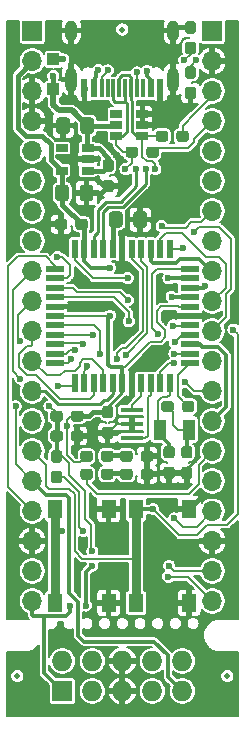
<source format=gtl>
G04 #@! TF.GenerationSoftware,KiCad,Pcbnew,5.1.8-db9833491~88~ubuntu20.04.1*
G04 #@! TF.CreationDate,2021-01-17T16:25:24+01:00*
G04 #@! TF.ProjectId,Pic32MxRedFox,50696333-324d-4785-9265-64466f782e6b,Rev2*
G04 #@! TF.SameCoordinates,PX5faea10PY8eeaea0*
G04 #@! TF.FileFunction,Copper,L1,Top*
G04 #@! TF.FilePolarity,Positive*
%FSLAX46Y46*%
G04 Gerber Fmt 4.6, Leading zero omitted, Abs format (unit mm)*
G04 Created by KiCad (PCBNEW 5.1.8-db9833491~88~ubuntu20.04.1) date 2021-01-17 16:25:24*
%MOMM*%
%LPD*%
G01*
G04 APERTURE LIST*
G04 #@! TA.AperFunction,SMDPad,CuDef*
%ADD10C,0.500000*%
G04 #@! TD*
G04 #@! TA.AperFunction,ComponentPad*
%ADD11O,1.700000X1.700000*%
G04 #@! TD*
G04 #@! TA.AperFunction,ComponentPad*
%ADD12R,1.700000X1.700000*%
G04 #@! TD*
G04 #@! TA.AperFunction,SMDPad,CuDef*
%ADD13R,1.300000X1.550000*%
G04 #@! TD*
G04 #@! TA.AperFunction,SMDPad,CuDef*
%ADD14R,1.060000X0.650000*%
G04 #@! TD*
G04 #@! TA.AperFunction,SMDPad,CuDef*
%ADD15R,1.000000X1.800000*%
G04 #@! TD*
G04 #@! TA.AperFunction,SMDPad,CuDef*
%ADD16R,1.900000X0.400000*%
G04 #@! TD*
G04 #@! TA.AperFunction,ComponentPad*
%ADD17R,1.727200X1.727200*%
G04 #@! TD*
G04 #@! TA.AperFunction,ComponentPad*
%ADD18O,1.727200X1.727200*%
G04 #@! TD*
G04 #@! TA.AperFunction,SMDPad,CuDef*
%ADD19R,1.000000X1.000000*%
G04 #@! TD*
G04 #@! TA.AperFunction,SMDPad,CuDef*
%ADD20R,0.300000X1.500000*%
G04 #@! TD*
G04 #@! TA.AperFunction,SMDPad,CuDef*
%ADD21R,0.600000X1.500000*%
G04 #@! TD*
G04 #@! TA.AperFunction,ComponentPad*
%ADD22O,1.000000X1.800000*%
G04 #@! TD*
G04 #@! TA.AperFunction,ComponentPad*
%ADD23O,1.000000X2.100000*%
G04 #@! TD*
G04 #@! TA.AperFunction,SMDPad,CuDef*
%ADD24R,0.550000X1.500000*%
G04 #@! TD*
G04 #@! TA.AperFunction,SMDPad,CuDef*
%ADD25R,1.500000X0.550000*%
G04 #@! TD*
G04 #@! TA.AperFunction,ViaPad*
%ADD26C,0.600000*%
G04 #@! TD*
G04 #@! TA.AperFunction,Conductor*
%ADD27C,0.400000*%
G04 #@! TD*
G04 #@! TA.AperFunction,Conductor*
%ADD28C,0.200000*%
G04 #@! TD*
G04 #@! TA.AperFunction,Conductor*
%ADD29C,0.254000*%
G04 #@! TD*
G04 #@! TA.AperFunction,Conductor*
%ADD30C,0.300000*%
G04 #@! TD*
G04 #@! TA.AperFunction,Conductor*
%ADD31C,0.500000*%
G04 #@! TD*
G04 #@! TA.AperFunction,Conductor*
%ADD32C,0.800000*%
G04 #@! TD*
G04 #@! TA.AperFunction,Conductor*
%ADD33C,0.100000*%
G04 #@! TD*
G04 APERTURE END LIST*
D10*
X19050000Y3810000D03*
X1270000Y3810000D03*
X10160000Y58547000D03*
G04 #@! TA.AperFunction,SMDPad,CuDef*
G36*
G01*
X5720000Y50860001D02*
X5720000Y49959999D01*
G75*
G02*
X5470001Y49710000I-249999J0D01*
G01*
X4819999Y49710000D01*
G75*
G02*
X4570000Y49959999I0J249999D01*
G01*
X4570000Y50860001D01*
G75*
G02*
X4819999Y51110000I249999J0D01*
G01*
X5470001Y51110000D01*
G75*
G02*
X5720000Y50860001I0J-249999D01*
G01*
G37*
G04 #@! TD.AperFunction*
G04 #@! TA.AperFunction,SMDPad,CuDef*
G36*
G01*
X7770000Y50860001D02*
X7770000Y49959999D01*
G75*
G02*
X7520001Y49710000I-249999J0D01*
G01*
X6869999Y49710000D01*
G75*
G02*
X6620000Y49959999I0J249999D01*
G01*
X6620000Y50860001D01*
G75*
G02*
X6869999Y51110000I249999J0D01*
G01*
X7520001Y51110000D01*
G75*
G02*
X7770000Y50860001I0J-249999D01*
G01*
G37*
G04 #@! TD.AperFunction*
G04 #@! TA.AperFunction,SMDPad,CuDef*
G36*
G01*
X7659500Y21133500D02*
X7659500Y20658500D01*
G75*
G02*
X7422000Y20421000I-237500J0D01*
G01*
X6847000Y20421000D01*
G75*
G02*
X6609500Y20658500I0J237500D01*
G01*
X6609500Y21133500D01*
G75*
G02*
X6847000Y21371000I237500J0D01*
G01*
X7422000Y21371000D01*
G75*
G02*
X7659500Y21133500I0J-237500D01*
G01*
G37*
G04 #@! TD.AperFunction*
G04 #@! TA.AperFunction,SMDPad,CuDef*
G36*
G01*
X9409500Y21133500D02*
X9409500Y20658500D01*
G75*
G02*
X9172000Y20421000I-237500J0D01*
G01*
X8597000Y20421000D01*
G75*
G02*
X8359500Y20658500I0J237500D01*
G01*
X8359500Y21133500D01*
G75*
G02*
X8597000Y21371000I237500J0D01*
G01*
X9172000Y21371000D01*
G75*
G02*
X9409500Y21133500I0J-237500D01*
G01*
G37*
G04 #@! TD.AperFunction*
G04 #@! TA.AperFunction,SMDPad,CuDef*
G36*
G01*
X12775000Y21133500D02*
X12775000Y20658500D01*
G75*
G02*
X12537500Y20421000I-237500J0D01*
G01*
X11962500Y20421000D01*
G75*
G02*
X11725000Y20658500I0J237500D01*
G01*
X11725000Y21133500D01*
G75*
G02*
X11962500Y21371000I237500J0D01*
G01*
X12537500Y21371000D01*
G75*
G02*
X12775000Y21133500I0J-237500D01*
G01*
G37*
G04 #@! TD.AperFunction*
G04 #@! TA.AperFunction,SMDPad,CuDef*
G36*
G01*
X11025000Y21133500D02*
X11025000Y20658500D01*
G75*
G02*
X10787500Y20421000I-237500J0D01*
G01*
X10212500Y20421000D01*
G75*
G02*
X9975000Y20658500I0J237500D01*
G01*
X9975000Y21133500D01*
G75*
G02*
X10212500Y21371000I237500J0D01*
G01*
X10787500Y21371000D01*
G75*
G02*
X11025000Y21133500I0J-237500D01*
G01*
G37*
G04 #@! TD.AperFunction*
D11*
X17780000Y10160000D03*
X17780000Y12700000D03*
X17780000Y15240000D03*
X17780000Y17780000D03*
X17780000Y20320000D03*
X17780000Y22860000D03*
X17780000Y25400000D03*
X17780000Y27940000D03*
X17780000Y30480000D03*
X17780000Y33020000D03*
X17780000Y35560000D03*
X17780000Y38100000D03*
X17780000Y40640000D03*
X17780000Y43180000D03*
X17780000Y45720000D03*
X17780000Y48260000D03*
X17780000Y50800000D03*
X17780000Y53340000D03*
X17780000Y55880000D03*
D12*
X17780000Y58420000D03*
X2540000Y58420000D03*
D11*
X2540000Y55880000D03*
X2540000Y53340000D03*
X2540000Y50800000D03*
X2540000Y48260000D03*
X2540000Y45720000D03*
X2540000Y43180000D03*
X2540000Y40640000D03*
X2540000Y38100000D03*
X2540000Y35560000D03*
X2540000Y33020000D03*
X2540000Y30480000D03*
X2540000Y27940000D03*
X2540000Y25400000D03*
X2540000Y22860000D03*
X2540000Y20320000D03*
X2540000Y17780000D03*
X2540000Y15240000D03*
X2540000Y12700000D03*
X2540000Y10160000D03*
D13*
X11320000Y9995000D03*
X11320000Y17945000D03*
X15820000Y9995000D03*
X15820000Y17945000D03*
X9000000Y17945000D03*
X9000000Y9995000D03*
X4500000Y17945000D03*
X4500000Y9995000D03*
G04 #@! TA.AperFunction,SMDPad,CuDef*
G36*
G01*
X11495000Y48397500D02*
X11495000Y47922500D01*
G75*
G02*
X11257500Y47685000I-237500J0D01*
G01*
X10682500Y47685000D01*
G75*
G02*
X10445000Y47922500I0J237500D01*
G01*
X10445000Y48397500D01*
G75*
G02*
X10682500Y48635000I237500J0D01*
G01*
X11257500Y48635000D01*
G75*
G02*
X11495000Y48397500I0J-237500D01*
G01*
G37*
G04 #@! TD.AperFunction*
G04 #@! TA.AperFunction,SMDPad,CuDef*
G36*
G01*
X13245000Y48397500D02*
X13245000Y47922500D01*
G75*
G02*
X13007500Y47685000I-237500J0D01*
G01*
X12432500Y47685000D01*
G75*
G02*
X12195000Y47922500I0J237500D01*
G01*
X12195000Y48397500D01*
G75*
G02*
X12432500Y48635000I237500J0D01*
G01*
X13007500Y48635000D01*
G75*
G02*
X13245000Y48397500I0J-237500D01*
G01*
G37*
G04 #@! TD.AperFunction*
G04 #@! TA.AperFunction,SMDPad,CuDef*
G36*
G01*
X15795000Y49747500D02*
X15795000Y49272500D01*
G75*
G02*
X15557500Y49035000I-237500J0D01*
G01*
X14982500Y49035000D01*
G75*
G02*
X14745000Y49272500I0J237500D01*
G01*
X14745000Y49747500D01*
G75*
G02*
X14982500Y49985000I237500J0D01*
G01*
X15557500Y49985000D01*
G75*
G02*
X15795000Y49747500I0J-237500D01*
G01*
G37*
G04 #@! TD.AperFunction*
G04 #@! TA.AperFunction,SMDPad,CuDef*
G36*
G01*
X14045000Y49747500D02*
X14045000Y49272500D01*
G75*
G02*
X13807500Y49035000I-237500J0D01*
G01*
X13232500Y49035000D01*
G75*
G02*
X12995000Y49272500I0J237500D01*
G01*
X12995000Y49747500D01*
G75*
G02*
X13232500Y49985000I237500J0D01*
G01*
X13807500Y49985000D01*
G75*
G02*
X14045000Y49747500I0J-237500D01*
G01*
G37*
G04 #@! TD.AperFunction*
G04 #@! TA.AperFunction,SMDPad,CuDef*
G36*
G01*
X4357500Y22926500D02*
X4832500Y22926500D01*
G75*
G02*
X5070000Y22689000I0J-237500D01*
G01*
X5070000Y22114000D01*
G75*
G02*
X4832500Y21876500I-237500J0D01*
G01*
X4357500Y21876500D01*
G75*
G02*
X4120000Y22114000I0J237500D01*
G01*
X4120000Y22689000D01*
G75*
G02*
X4357500Y22926500I237500J0D01*
G01*
G37*
G04 #@! TD.AperFunction*
G04 #@! TA.AperFunction,SMDPad,CuDef*
G36*
G01*
X4357500Y21176500D02*
X4832500Y21176500D01*
G75*
G02*
X5070000Y20939000I0J-237500D01*
G01*
X5070000Y20364000D01*
G75*
G02*
X4832500Y20126500I-237500J0D01*
G01*
X4357500Y20126500D01*
G75*
G02*
X4120000Y20364000I0J237500D01*
G01*
X4120000Y20939000D01*
G75*
G02*
X4357500Y21176500I237500J0D01*
G01*
G37*
G04 #@! TD.AperFunction*
G04 #@! TA.AperFunction,SMDPad,CuDef*
G36*
G01*
X5826500Y23892500D02*
X5826500Y24367500D01*
G75*
G02*
X6064000Y24605000I237500J0D01*
G01*
X6639000Y24605000D01*
G75*
G02*
X6876500Y24367500I0J-237500D01*
G01*
X6876500Y23892500D01*
G75*
G02*
X6639000Y23655000I-237500J0D01*
G01*
X6064000Y23655000D01*
G75*
G02*
X5826500Y23892500I0J237500D01*
G01*
G37*
G04 #@! TD.AperFunction*
G04 #@! TA.AperFunction,SMDPad,CuDef*
G36*
G01*
X4076502Y23892500D02*
X4076502Y24367500D01*
G75*
G02*
X4314002Y24605000I237500J0D01*
G01*
X4889002Y24605000D01*
G75*
G02*
X5126502Y24367500I0J-237500D01*
G01*
X5126502Y23892500D01*
G75*
G02*
X4889002Y23655000I-237500J0D01*
G01*
X4314002Y23655000D01*
G75*
G02*
X4076502Y23892500I0J237500D01*
G01*
G37*
G04 #@! TD.AperFunction*
G04 #@! TA.AperFunction,SMDPad,CuDef*
G36*
G01*
X4076500Y25574000D02*
X4076500Y26049000D01*
G75*
G02*
X4314000Y26286500I237500J0D01*
G01*
X4889000Y26286500D01*
G75*
G02*
X5126500Y26049000I0J-237500D01*
G01*
X5126500Y25574000D01*
G75*
G02*
X4889000Y25336500I-237500J0D01*
G01*
X4314000Y25336500D01*
G75*
G02*
X4076500Y25574000I0J237500D01*
G01*
G37*
G04 #@! TD.AperFunction*
G04 #@! TA.AperFunction,SMDPad,CuDef*
G36*
G01*
X5826500Y25574000D02*
X5826500Y26049000D01*
G75*
G02*
X6064000Y26286500I237500J0D01*
G01*
X6639000Y26286500D01*
G75*
G02*
X6876500Y26049000I0J-237500D01*
G01*
X6876500Y25574000D01*
G75*
G02*
X6639000Y25336500I-237500J0D01*
G01*
X6064000Y25336500D01*
G75*
G02*
X5826500Y25574000I0J237500D01*
G01*
G37*
G04 #@! TD.AperFunction*
D14*
X11870000Y49510000D03*
X11870000Y50460000D03*
X11870000Y51410000D03*
X9670000Y51410000D03*
X9670000Y49510000D03*
X9670000Y50460000D03*
D15*
X13320000Y24680000D03*
X15820000Y24680000D03*
D16*
X10970000Y26330000D03*
X10970000Y25130000D03*
X10970000Y23930000D03*
G04 #@! TA.AperFunction,SMDPad,CuDef*
G36*
G01*
X14520000Y26867500D02*
X14520000Y26392500D01*
G75*
G02*
X14282500Y26155000I-237500J0D01*
G01*
X13707500Y26155000D01*
G75*
G02*
X13470000Y26392500I0J237500D01*
G01*
X13470000Y26867500D01*
G75*
G02*
X13707500Y27105000I237500J0D01*
G01*
X14282500Y27105000D01*
G75*
G02*
X14520000Y26867500I0J-237500D01*
G01*
G37*
G04 #@! TD.AperFunction*
G04 #@! TA.AperFunction,SMDPad,CuDef*
G36*
G01*
X16270000Y26867500D02*
X16270000Y26392500D01*
G75*
G02*
X16032500Y26155000I-237500J0D01*
G01*
X15457500Y26155000D01*
G75*
G02*
X15220000Y26392500I0J237500D01*
G01*
X15220000Y26867500D01*
G75*
G02*
X15457500Y27105000I237500J0D01*
G01*
X16032500Y27105000D01*
G75*
G02*
X16270000Y26867500I0J-237500D01*
G01*
G37*
G04 #@! TD.AperFunction*
G04 #@! TA.AperFunction,SMDPad,CuDef*
G36*
G01*
X13882500Y21530000D02*
X14357500Y21530000D01*
G75*
G02*
X14595000Y21292500I0J-237500D01*
G01*
X14595000Y20717500D01*
G75*
G02*
X14357500Y20480000I-237500J0D01*
G01*
X13882500Y20480000D01*
G75*
G02*
X13645000Y20717500I0J237500D01*
G01*
X13645000Y21292500D01*
G75*
G02*
X13882500Y21530000I237500J0D01*
G01*
G37*
G04 #@! TD.AperFunction*
G04 #@! TA.AperFunction,SMDPad,CuDef*
G36*
G01*
X13882500Y23280000D02*
X14357500Y23280000D01*
G75*
G02*
X14595000Y23042500I0J-237500D01*
G01*
X14595000Y22467500D01*
G75*
G02*
X14357500Y22230000I-237500J0D01*
G01*
X13882500Y22230000D01*
G75*
G02*
X13645000Y22467500I0J237500D01*
G01*
X13645000Y23042500D01*
G75*
G02*
X13882500Y23280000I237500J0D01*
G01*
G37*
G04 #@! TD.AperFunction*
G04 #@! TA.AperFunction,SMDPad,CuDef*
G36*
G01*
X8732500Y45810000D02*
X9207500Y45810000D01*
G75*
G02*
X9445000Y45572500I0J-237500D01*
G01*
X9445000Y44997500D01*
G75*
G02*
X9207500Y44760000I-237500J0D01*
G01*
X8732500Y44760000D01*
G75*
G02*
X8495000Y44997500I0J237500D01*
G01*
X8495000Y45572500D01*
G75*
G02*
X8732500Y45810000I237500J0D01*
G01*
G37*
G04 #@! TD.AperFunction*
G04 #@! TA.AperFunction,SMDPad,CuDef*
G36*
G01*
X8732500Y47560000D02*
X9207500Y47560000D01*
G75*
G02*
X9445000Y47322500I0J-237500D01*
G01*
X9445000Y46747500D01*
G75*
G02*
X9207500Y46510000I-237500J0D01*
G01*
X8732500Y46510000D01*
G75*
G02*
X8495000Y46747500I0J237500D01*
G01*
X8495000Y47322500D01*
G75*
G02*
X8732500Y47560000I237500J0D01*
G01*
G37*
G04 #@! TD.AperFunction*
G04 #@! TA.AperFunction,SMDPad,CuDef*
G36*
G01*
X15382500Y23280000D02*
X15857500Y23280000D01*
G75*
G02*
X16095000Y23042500I0J-237500D01*
G01*
X16095000Y22467500D01*
G75*
G02*
X15857500Y22230000I-237500J0D01*
G01*
X15382500Y22230000D01*
G75*
G02*
X15145000Y22467500I0J237500D01*
G01*
X15145000Y23042500D01*
G75*
G02*
X15382500Y23280000I237500J0D01*
G01*
G37*
G04 #@! TD.AperFunction*
G04 #@! TA.AperFunction,SMDPad,CuDef*
G36*
G01*
X15382500Y21530000D02*
X15857500Y21530000D01*
G75*
G02*
X16095000Y21292500I0J-237500D01*
G01*
X16095000Y20717500D01*
G75*
G02*
X15857500Y20480000I-237500J0D01*
G01*
X15382500Y20480000D01*
G75*
G02*
X15145000Y20717500I0J237500D01*
G01*
X15145000Y21292500D01*
G75*
G02*
X15382500Y21530000I237500J0D01*
G01*
G37*
G04 #@! TD.AperFunction*
G04 #@! TA.AperFunction,SMDPad,CuDef*
G36*
G01*
X5495000Y42297500D02*
X5495000Y41822500D01*
G75*
G02*
X5257500Y41585000I-237500J0D01*
G01*
X4682500Y41585000D01*
G75*
G02*
X4445000Y41822500I0J237500D01*
G01*
X4445000Y42297500D01*
G75*
G02*
X4682500Y42535000I237500J0D01*
G01*
X5257500Y42535000D01*
G75*
G02*
X5495000Y42297500I0J-237500D01*
G01*
G37*
G04 #@! TD.AperFunction*
G04 #@! TA.AperFunction,SMDPad,CuDef*
G36*
G01*
X7245000Y42297500D02*
X7245000Y41822500D01*
G75*
G02*
X7007500Y41585000I-237500J0D01*
G01*
X6432500Y41585000D01*
G75*
G02*
X6195000Y41822500I0J237500D01*
G01*
X6195000Y42297500D01*
G75*
G02*
X6432500Y42535000I237500J0D01*
G01*
X7007500Y42535000D01*
G75*
G02*
X7245000Y42297500I0J-237500D01*
G01*
G37*
G04 #@! TD.AperFunction*
G04 #@! TA.AperFunction,SMDPad,CuDef*
G36*
G01*
X8682500Y24930000D02*
X9157500Y24930000D01*
G75*
G02*
X9395000Y24692500I0J-237500D01*
G01*
X9395000Y24117500D01*
G75*
G02*
X9157500Y23880000I-237500J0D01*
G01*
X8682500Y23880000D01*
G75*
G02*
X8445000Y24117500I0J237500D01*
G01*
X8445000Y24692500D01*
G75*
G02*
X8682500Y24930000I237500J0D01*
G01*
G37*
G04 #@! TD.AperFunction*
G04 #@! TA.AperFunction,SMDPad,CuDef*
G36*
G01*
X8682500Y26680000D02*
X9157500Y26680000D01*
G75*
G02*
X9395000Y26442500I0J-237500D01*
G01*
X9395000Y25867500D01*
G75*
G02*
X9157500Y25630000I-237500J0D01*
G01*
X8682500Y25630000D01*
G75*
G02*
X8445000Y25867500I0J237500D01*
G01*
X8445000Y26442500D01*
G75*
G02*
X8682500Y26680000I237500J0D01*
G01*
G37*
G04 #@! TD.AperFunction*
G04 #@! TA.AperFunction,SMDPad,CuDef*
G36*
G01*
X4495000Y44259999D02*
X4495000Y45160001D01*
G75*
G02*
X4744999Y45410000I249999J0D01*
G01*
X5395001Y45410000D01*
G75*
G02*
X5645000Y45160001I0J-249999D01*
G01*
X5645000Y44259999D01*
G75*
G02*
X5395001Y44010000I-249999J0D01*
G01*
X4744999Y44010000D01*
G75*
G02*
X4495000Y44259999I0J249999D01*
G01*
G37*
G04 #@! TD.AperFunction*
G04 #@! TA.AperFunction,SMDPad,CuDef*
G36*
G01*
X6545000Y44259999D02*
X6545000Y45160001D01*
G75*
G02*
X6794999Y45410000I249999J0D01*
G01*
X7445001Y45410000D01*
G75*
G02*
X7695000Y45160001I0J-249999D01*
G01*
X7695000Y44259999D01*
G75*
G02*
X7445001Y44010000I-249999J0D01*
G01*
X6794999Y44010000D01*
G75*
G02*
X6545000Y44259999I0J249999D01*
G01*
G37*
G04 #@! TD.AperFunction*
G04 #@! TA.AperFunction,SMDPad,CuDef*
G36*
G01*
X9045000Y42009999D02*
X9045000Y42910001D01*
G75*
G02*
X9294999Y43160000I249999J0D01*
G01*
X9945001Y43160000D01*
G75*
G02*
X10195000Y42910001I0J-249999D01*
G01*
X10195000Y42009999D01*
G75*
G02*
X9945001Y41760000I-249999J0D01*
G01*
X9294999Y41760000D01*
G75*
G02*
X9045000Y42009999I0J249999D01*
G01*
G37*
G04 #@! TD.AperFunction*
G04 #@! TA.AperFunction,SMDPad,CuDef*
G36*
G01*
X11095000Y42009999D02*
X11095000Y42910001D01*
G75*
G02*
X11344999Y43160000I249999J0D01*
G01*
X11995001Y43160000D01*
G75*
G02*
X12245000Y42910001I0J-249999D01*
G01*
X12245000Y42009999D01*
G75*
G02*
X11995001Y41760000I-249999J0D01*
G01*
X11344999Y41760000D01*
G75*
G02*
X11095000Y42009999I0J249999D01*
G01*
G37*
G04 #@! TD.AperFunction*
D17*
X5080000Y2540000D03*
D18*
X5080000Y5080000D03*
X7620000Y2540000D03*
X7620000Y5080000D03*
X10160000Y2540000D03*
X10160000Y5080000D03*
X12700000Y2540000D03*
X12700000Y5080000D03*
X15240000Y2540000D03*
X15240000Y5080000D03*
D19*
X4320000Y56010000D03*
X4320000Y53510000D03*
D20*
X8410000Y53561600D03*
X11910000Y53561600D03*
X8910000Y53561600D03*
X11410000Y53561600D03*
X9410000Y53561600D03*
X10910000Y53561600D03*
X9910000Y53561600D03*
X10410000Y53561600D03*
D21*
X6960000Y53561600D03*
X7760000Y53561600D03*
X13360000Y53561600D03*
X12560000Y53561600D03*
D22*
X5840000Y58461600D03*
X14480000Y58461600D03*
D23*
X5840000Y54311600D03*
X14480000Y54311600D03*
G04 #@! TA.AperFunction,SMDPad,CuDef*
G36*
G01*
X11025000Y22657500D02*
X11025000Y22182500D01*
G75*
G02*
X10787500Y21945000I-237500J0D01*
G01*
X10212500Y21945000D01*
G75*
G02*
X9975000Y22182500I0J237500D01*
G01*
X9975000Y22657500D01*
G75*
G02*
X10212500Y22895000I237500J0D01*
G01*
X10787500Y22895000D01*
G75*
G02*
X11025000Y22657500I0J-237500D01*
G01*
G37*
G04 #@! TD.AperFunction*
G04 #@! TA.AperFunction,SMDPad,CuDef*
G36*
G01*
X12775000Y22657500D02*
X12775000Y22182500D01*
G75*
G02*
X12537500Y21945000I-237500J0D01*
G01*
X11962500Y21945000D01*
G75*
G02*
X11725000Y22182500I0J237500D01*
G01*
X11725000Y22657500D01*
G75*
G02*
X11962500Y22895000I237500J0D01*
G01*
X12537500Y22895000D01*
G75*
G02*
X12775000Y22657500I0J-237500D01*
G01*
G37*
G04 #@! TD.AperFunction*
D24*
X14160000Y39990000D03*
X13360000Y39990000D03*
X12560000Y39990000D03*
X11760000Y39990000D03*
X10960000Y39990000D03*
X10160000Y39990000D03*
X9360000Y39990000D03*
X8560000Y39990000D03*
X7760000Y39990000D03*
X6960000Y39990000D03*
X6160000Y39990000D03*
D25*
X4460000Y38290000D03*
X4460000Y37490000D03*
X4460000Y36690000D03*
X4460000Y35890000D03*
X4460000Y35090000D03*
X4460000Y34290000D03*
X4460000Y33490000D03*
X4460000Y32690000D03*
X4460000Y31890000D03*
X4460000Y31090000D03*
X4460000Y30290000D03*
D24*
X6160000Y28590000D03*
X6960000Y28590000D03*
X7760000Y28590000D03*
X8560000Y28590000D03*
X9360000Y28590000D03*
X10160000Y28590000D03*
X10960000Y28590000D03*
X11760000Y28590000D03*
X12560000Y28590000D03*
X13360000Y28590000D03*
X14160000Y28590000D03*
D25*
X15860000Y30290000D03*
X15860000Y31090000D03*
X15860000Y31890000D03*
X15860000Y32690000D03*
X15860000Y33490000D03*
X15860000Y34290000D03*
X15860000Y35090000D03*
X15860000Y35890000D03*
X15860000Y36690000D03*
X15860000Y37490000D03*
X15860000Y38290000D03*
D14*
X5020000Y46610000D03*
X5020000Y48510000D03*
X7220000Y48510000D03*
X7219999Y47560000D03*
X7220000Y46610000D03*
G04 #@! TA.AperFunction,SMDPad,CuDef*
G36*
G01*
X15701000Y59248500D02*
X16176000Y59248500D01*
G75*
G02*
X16413500Y59011000I0J-237500D01*
G01*
X16413500Y58436000D01*
G75*
G02*
X16176000Y58198500I-237500J0D01*
G01*
X15701000Y58198500D01*
G75*
G02*
X15463500Y58436000I0J237500D01*
G01*
X15463500Y59011000D01*
G75*
G02*
X15701000Y59248500I237500J0D01*
G01*
G37*
G04 #@! TD.AperFunction*
G04 #@! TA.AperFunction,SMDPad,CuDef*
G36*
G01*
X15701000Y57498500D02*
X16176000Y57498500D01*
G75*
G02*
X16413500Y57261000I0J-237500D01*
G01*
X16413500Y56686000D01*
G75*
G02*
X16176000Y56448500I-237500J0D01*
G01*
X15701000Y56448500D01*
G75*
G02*
X15463500Y56686000I0J237500D01*
G01*
X15463500Y57261000D01*
G75*
G02*
X15701000Y57498500I237500J0D01*
G01*
G37*
G04 #@! TD.AperFunction*
G04 #@! TA.AperFunction,SMDPad,CuDef*
G36*
G01*
X9409500Y22657500D02*
X9409500Y22182500D01*
G75*
G02*
X9172000Y21945000I-237500J0D01*
G01*
X8597000Y21945000D01*
G75*
G02*
X8359500Y22182500I0J237500D01*
G01*
X8359500Y22657500D01*
G75*
G02*
X8597000Y22895000I237500J0D01*
G01*
X9172000Y22895000D01*
G75*
G02*
X9409500Y22657500I0J-237500D01*
G01*
G37*
G04 #@! TD.AperFunction*
G04 #@! TA.AperFunction,SMDPad,CuDef*
G36*
G01*
X7659500Y22657500D02*
X7659500Y22182500D01*
G75*
G02*
X7422000Y21945000I-237500J0D01*
G01*
X6847000Y21945000D01*
G75*
G02*
X6609500Y22182500I0J237500D01*
G01*
X6609500Y22657500D01*
G75*
G02*
X6847000Y22895000I237500J0D01*
G01*
X7422000Y22895000D01*
G75*
G02*
X7659500Y22657500I0J-237500D01*
G01*
G37*
G04 #@! TD.AperFunction*
G04 #@! TA.AperFunction,SMDPad,CuDef*
G36*
G01*
X16176000Y52638500D02*
X15701000Y52638500D01*
G75*
G02*
X15463500Y52876000I0J237500D01*
G01*
X15463500Y53451000D01*
G75*
G02*
X15701000Y53688500I237500J0D01*
G01*
X16176000Y53688500D01*
G75*
G02*
X16413500Y53451000I0J-237500D01*
G01*
X16413500Y52876000D01*
G75*
G02*
X16176000Y52638500I-237500J0D01*
G01*
G37*
G04 #@! TD.AperFunction*
G04 #@! TA.AperFunction,SMDPad,CuDef*
G36*
G01*
X16176000Y54388500D02*
X15701000Y54388500D01*
G75*
G02*
X15463500Y54626000I0J237500D01*
G01*
X15463500Y55201000D01*
G75*
G02*
X15701000Y55438500I237500J0D01*
G01*
X16176000Y55438500D01*
G75*
G02*
X16413500Y55201000I0J-237500D01*
G01*
X16413500Y54626000D01*
G75*
G02*
X16176000Y54388500I-237500J0D01*
G01*
G37*
G04 #@! TD.AperFunction*
D26*
X10395000Y55385000D03*
X10270000Y45635000D03*
X7020000Y43335000D03*
X8585200Y49631600D03*
X9042400Y48666400D03*
X6120000Y48435000D03*
X6120000Y46910000D03*
X13195000Y19908000D03*
X11270000Y19908000D03*
X10095000Y38560000D03*
X10570000Y41410000D03*
X5920000Y35060000D03*
X6695000Y35085000D03*
X13766800Y33985200D03*
X6096000Y22923500D03*
X7920000Y25335000D03*
X7845000Y24610000D03*
X14145000Y18460000D03*
X19270000Y49410000D03*
X19595000Y58510000D03*
X18995000Y21635000D03*
X675000Y9200000D03*
X10200000Y15000000D03*
X10150000Y16500000D03*
X12547600Y16916400D03*
X8509000Y13081000D03*
X8275000Y16475000D03*
X8275000Y15225000D03*
X9875000Y32300000D03*
X9825000Y33325000D03*
X10430000Y27125000D03*
X11650000Y29975000D03*
X13700000Y31425000D03*
X12550000Y30375000D03*
X10160000Y7416800D03*
X7874000Y7429500D03*
X4953000Y7429500D03*
X9715500Y19939000D03*
X8382000Y19939000D03*
X8001000Y21653500D03*
X8001000Y23368000D03*
X9652000Y23304500D03*
X14859000Y19875500D03*
X6413500Y37909500D03*
X6667500Y36957000D03*
X9779000Y36893500D03*
X10604500Y36639500D03*
X14478000Y34340800D03*
X13411200Y36830000D03*
X13131800Y50622200D03*
X13157200Y51511200D03*
X14033500Y52324000D03*
X15722600Y51943000D03*
X11912600Y52298600D03*
X6934200Y52070000D03*
X8178800Y52273200D03*
X7874000Y51562000D03*
X5232400Y52476400D03*
X3530600Y52070000D03*
X3937000Y50012600D03*
X12700000Y43916600D03*
X13970000Y44373800D03*
X19304000Y31902400D03*
X16637000Y44399200D03*
X19481800Y48031400D03*
X762000Y43230800D03*
X787400Y45999400D03*
X736600Y48463200D03*
X736600Y56413400D03*
X4343400Y58953400D03*
X12547600Y58978800D03*
X7747000Y58953400D03*
X14249400Y42392600D03*
X15240000Y42392600D03*
X4140200Y40335200D03*
X736600Y5461000D03*
X685800Y685800D03*
X19354800Y635000D03*
X19558000Y5359400D03*
X16891000Y3149600D03*
X7683500Y17907000D03*
X15494000Y27749500D03*
X3429000Y24130000D03*
X1143000Y27686000D03*
X9525000Y11493500D03*
X12382500Y11493500D03*
X19431000Y9080500D03*
X16446500Y13906500D03*
X6413500Y13208000D03*
X6794500Y14668500D03*
X13919200Y47396400D03*
X16002000Y47193200D03*
X11226800Y35052000D03*
X19227800Y18008600D03*
X19380200Y15240000D03*
X19634200Y35483800D03*
X711200Y40309800D03*
X12344400Y13868400D03*
X8927212Y55082456D03*
X15400000Y55950000D03*
X3995000Y26660000D03*
X8270000Y31110002D03*
X7625000Y13155000D03*
X7625000Y14355000D03*
X5763500Y9779000D03*
X7063500Y9779000D03*
X9120010Y38360000D03*
X9120000Y34310000D03*
X5461000Y24955500D03*
X14595000Y32084989D03*
X11420000Y54910000D03*
X16400000Y55950000D03*
X10427000Y46735000D03*
X12152400Y46735000D03*
X12952400Y46735000D03*
X11327000Y46735000D03*
X4320000Y54610000D03*
X17195000Y36835000D03*
X15270000Y40010000D03*
X16220000Y41435000D03*
X14120000Y13135000D03*
X10444996Y30985000D03*
X14045000Y12210000D03*
X9734318Y30617661D03*
X13500172Y41904414D03*
X10625000Y37500000D03*
X1119990Y26635000D03*
X4645000Y39285000D03*
X10620000Y35635000D03*
X10719998Y33835002D03*
X15494000Y28702000D03*
X7670000Y32710004D03*
X6820000Y31910000D03*
X6145000Y31385000D03*
X5845000Y30610000D03*
X4720000Y28335000D03*
X1537904Y28987904D03*
X7145000Y30035000D03*
X1520000Y32135000D03*
X14533235Y30298235D03*
X14570000Y17160000D03*
X14570000Y31110000D03*
X12770000Y17935000D03*
X19570000Y33135000D03*
X14495000Y33485000D03*
X14345000Y35910000D03*
X14064988Y37490012D03*
X13170000Y32785000D03*
X12257094Y55039521D03*
X8128000Y55118000D03*
X5170000Y56010006D03*
X6850000Y16100000D03*
X5024979Y16100000D03*
D27*
X10160000Y39990000D02*
X10160000Y40950000D01*
X14741900Y58723500D02*
X14480000Y58461600D01*
X15938500Y58723500D02*
X14741900Y58723500D01*
D28*
X9900000Y25130000D02*
X10970000Y25130000D01*
X8940000Y24405000D02*
X9782500Y25247500D01*
X8920000Y24405000D02*
X8940000Y24405000D01*
X9782500Y25247500D02*
X9900000Y25130000D01*
D29*
X15620000Y21005000D02*
X15620000Y21385000D01*
X15620000Y21385000D02*
X16370000Y22135000D01*
D28*
X10960000Y27375000D02*
X10670000Y27085000D01*
X9720000Y25310000D02*
X9782500Y25247500D01*
X9720000Y26741116D02*
X9720000Y25310000D01*
X10960000Y28590000D02*
X10960000Y27375000D01*
X10670000Y27085000D02*
X10063884Y27085000D01*
X10063884Y27085000D02*
X9720000Y26741116D01*
D27*
X11399998Y29975000D02*
X11650000Y29975000D01*
X10960000Y29535002D02*
X11399998Y29975000D01*
X10960000Y28590000D02*
X10960000Y29535002D01*
X8395000Y44710000D02*
X8970000Y45285000D01*
X7120000Y44710000D02*
X8395000Y44710000D01*
X8970000Y45285000D02*
X8639200Y45285000D01*
X8639200Y45285000D02*
X8077200Y45847000D01*
X15820000Y17945000D02*
X16925000Y19050000D01*
X16925000Y19050000D02*
X18084800Y19050000D01*
D28*
X8927212Y55035211D02*
X8927212Y55082456D01*
X8410000Y54517999D02*
X8927212Y55035211D01*
X8410000Y53561600D02*
X8410000Y54517999D01*
X15938500Y56488500D02*
X15400000Y55950000D01*
X15938500Y56973500D02*
X15938500Y56488500D01*
D27*
X4601500Y25811498D02*
X4601502Y25811500D01*
X4601500Y24414500D02*
X4601500Y25811498D01*
X4595000Y24408000D02*
X4601500Y24414500D01*
D28*
X4601500Y25811500D02*
X4601500Y26053500D01*
X4601500Y26053500D02*
X3995000Y26660000D01*
X4460000Y33490000D02*
X7778006Y33490000D01*
X7778006Y33490000D02*
X8270000Y32998006D01*
X8270000Y32998006D02*
X8270000Y31110002D01*
D30*
X7605000Y13155000D02*
X7625000Y13155000D01*
D29*
X2540000Y10160000D02*
X2540000Y9525000D01*
D30*
X5763500Y9203498D02*
X5763500Y9779000D01*
X5430001Y8869999D02*
X5763500Y9203498D01*
X2540000Y8957919D02*
X2627920Y8869999D01*
X2540000Y10160000D02*
X2540000Y8957919D01*
X7063500Y12593500D02*
X7625000Y13155000D01*
X7063500Y9779000D02*
X7063500Y12593500D01*
X4601502Y22408002D02*
X4595000Y22401500D01*
X4601502Y24130000D02*
X4601502Y22408002D01*
D28*
X5048500Y22401500D02*
X4595000Y22401500D01*
X5637779Y21812221D02*
X5048500Y22401500D01*
X5637779Y20841721D02*
X5637779Y21812221D01*
X7625000Y14355000D02*
X7550000Y14430000D01*
D30*
X3520000Y8854000D02*
X3535999Y8869999D01*
X3520000Y4100000D02*
X3520000Y8854000D01*
X5080000Y2540000D02*
X3520000Y4100000D01*
X3535999Y8869999D02*
X5430001Y8869999D01*
X2627920Y8869999D02*
X3535999Y8869999D01*
D28*
X6889750Y19589750D02*
X6889750Y19583949D01*
X6889750Y19583949D02*
X6985000Y19488699D01*
X6889750Y19589750D02*
X5637779Y20841721D01*
X6985000Y17132000D02*
X7550000Y16567000D01*
X6985000Y19488699D02*
X6985000Y17132000D01*
X7550000Y14430000D02*
X7550000Y16567000D01*
D27*
X8884500Y22547000D02*
X10500000Y22547000D01*
X5020000Y44760000D02*
X5070000Y44710000D01*
X5020000Y46610000D02*
X5020000Y44760000D01*
X5070000Y43710000D02*
X6720000Y42060000D01*
X5070000Y44710000D02*
X5070000Y43710000D01*
X6960000Y41820000D02*
X6960000Y39990000D01*
X6720000Y42060000D02*
X6960000Y41820000D01*
X6351500Y25811500D02*
X7321500Y25811500D01*
X7665000Y26155000D02*
X8920000Y26155000D01*
X7321500Y25811500D02*
X7665000Y26155000D01*
X4089999Y47540001D02*
X5020000Y46610000D01*
X4089999Y48815001D02*
X4089999Y47540001D01*
X3394999Y49510001D02*
X4089999Y48815001D01*
X1979997Y49510001D02*
X3394999Y49510001D01*
X1289999Y50199999D02*
X1979997Y49510001D01*
X1289999Y54629999D02*
X1289999Y50199999D01*
X2540000Y55880000D02*
X1289999Y54629999D01*
D30*
X7540000Y38360000D02*
X9120010Y38360000D01*
X6960000Y39990000D02*
X6960000Y38940000D01*
X6960000Y38940000D02*
X7540000Y38360000D01*
D28*
X4460000Y34290000D02*
X9100000Y34290000D01*
X9100000Y34290000D02*
X9120000Y34310000D01*
D29*
X8920000Y26582500D02*
X8920000Y26155000D01*
X10160000Y28590000D02*
X10160000Y27822500D01*
X10160000Y27822500D02*
X8920000Y26582500D01*
D28*
X5461000Y25463500D02*
X5461000Y24955500D01*
X5809000Y25811500D02*
X5461000Y25463500D01*
X6351500Y25811500D02*
X5809000Y25811500D01*
X6622000Y21907500D02*
X7134500Y22420000D01*
X6108199Y21907500D02*
X6622000Y21907500D01*
X5461000Y22554699D02*
X6108199Y21907500D01*
X5461000Y24955500D02*
X5461000Y22554699D01*
D30*
X8969999Y30171401D02*
X9172801Y29968599D01*
X8969999Y34159999D02*
X8969999Y30171401D01*
X9120000Y34310000D02*
X8969999Y34159999D01*
X9421378Y29968599D02*
X9422317Y29967660D01*
X9172801Y29968599D02*
X9421378Y29968599D01*
D28*
X14935200Y35102800D02*
X14948000Y35090000D01*
X13462000Y35102800D02*
X14935200Y35102800D01*
X13081000Y34721800D02*
X13462000Y35102800D01*
X14948000Y35090000D02*
X15860000Y35090000D01*
X13081000Y33762002D02*
X13081000Y34721800D01*
X13398002Y32125000D02*
X13770001Y32496999D01*
X12546998Y32125000D02*
X13398002Y32125000D01*
X13770001Y33073001D02*
X13081000Y33762002D01*
X13770001Y32496999D02*
X13770001Y33073001D01*
X10389658Y29967660D02*
X12546998Y32125000D01*
D30*
X10160000Y29946600D02*
X10138940Y29967660D01*
X10160000Y28590000D02*
X10160000Y29946600D01*
X9422317Y29967660D02*
X10138940Y29967660D01*
D28*
X10389658Y29967660D02*
X10138940Y29967660D01*
X15200011Y32690000D02*
X14595000Y32084989D01*
X15860000Y32690000D02*
X15200011Y32690000D01*
X8001000Y19240500D02*
X7134500Y20107000D01*
X15775500Y19240500D02*
X8001000Y19240500D01*
X16629999Y20094999D02*
X15775500Y19240500D01*
X16629999Y21709999D02*
X16629999Y20094999D01*
X17780000Y22860000D02*
X16629999Y21709999D01*
X7134500Y20107000D02*
X7134500Y20896000D01*
D27*
X8884500Y21023000D02*
X10500000Y21023000D01*
D28*
X11410000Y54900000D02*
X11420000Y54910000D01*
X11410000Y53561600D02*
X11410000Y54900000D01*
X15938500Y54913500D02*
X15938500Y55488500D01*
X15938500Y55488500D02*
X16400000Y55950000D01*
D29*
X10410000Y52561068D02*
X10410000Y53561600D01*
X9410000Y52557600D02*
X9552066Y52415534D01*
X10264466Y52415534D02*
X10410000Y52561068D01*
X9552066Y52415534D02*
X10264466Y52415534D01*
X9410000Y53561600D02*
X9410000Y52557600D01*
D28*
X10970000Y48160000D02*
X10970000Y47405000D01*
D29*
X10410000Y52415533D02*
X10410000Y52561068D01*
X10527001Y52298532D02*
X10410000Y52415533D01*
X10527001Y49873399D02*
X10527001Y52298532D01*
X10163602Y49510000D02*
X10527001Y49873399D01*
X9670000Y49510000D02*
X10163602Y49510000D01*
D28*
X10245000Y48160000D02*
X10970000Y48160000D01*
X9670000Y48735000D02*
X10245000Y48160000D01*
X9670000Y49510000D02*
X9670000Y48735000D01*
X10970000Y47278000D02*
X10970000Y47405000D01*
X10427000Y46735000D02*
X10970000Y47278000D01*
D29*
X8560000Y41698951D02*
X8560000Y39990000D01*
X8970000Y43510000D02*
X8560000Y43100000D01*
X10195000Y43510000D02*
X8970000Y43510000D01*
X8560000Y43100000D02*
X8560000Y41698951D01*
X12127000Y45442000D02*
X10195000Y43510000D01*
X12152400Y46783544D02*
X12152400Y45442000D01*
X10910000Y54474560D02*
X10910000Y53561600D01*
X10698360Y54686200D02*
X10910000Y54474560D01*
X10160000Y54686200D02*
X10698360Y54686200D01*
X9910000Y53561600D02*
X9910000Y54436200D01*
X9910000Y54436200D02*
X10160000Y54686200D01*
X11797010Y49437010D02*
X11870000Y49510000D01*
X11870000Y49510000D02*
X11842990Y49482990D01*
X11870000Y49510000D02*
X11867990Y49507990D01*
X10910000Y52557600D02*
X10910000Y53561600D01*
X11376398Y49510000D02*
X11870000Y49510000D01*
X10981011Y49905387D02*
X11376398Y49510000D01*
X10981011Y52486589D02*
X10981011Y49905387D01*
X10910000Y52557600D02*
X10981011Y52486589D01*
D28*
X11870000Y49510000D02*
X13520000Y49510000D01*
X12952400Y47159264D02*
X12952400Y46735000D01*
X12702719Y47383545D02*
X12927000Y47159264D01*
X12211299Y47383545D02*
X12702719Y47383545D01*
X11870000Y47724844D02*
X12211299Y47383545D01*
X11870000Y49510000D02*
X11870000Y47724844D01*
D29*
X10020000Y43985000D02*
X8780600Y43985000D01*
X11327000Y45292000D02*
X10020000Y43985000D01*
X11327000Y46735000D02*
X11327000Y45292000D01*
X8255000Y43437067D02*
X8105990Y43288057D01*
X8255000Y43459400D02*
X8255000Y43437067D01*
X8780600Y43985000D02*
X8255000Y43459400D01*
X8105990Y41430790D02*
X7760000Y41084800D01*
X8105990Y43288057D02*
X8105990Y41430790D01*
X7760000Y41084800D02*
X7760000Y39990000D01*
D27*
X9620000Y50410000D02*
X9670000Y50460000D01*
X7195000Y50410000D02*
X9620000Y50410000D01*
X8545000Y46610000D02*
X8970000Y47035000D01*
X7220000Y46610000D02*
X8545000Y46610000D01*
X7195000Y48535000D02*
X7220000Y48510000D01*
X7195000Y50410000D02*
X7195000Y48535000D01*
X8970000Y47690000D02*
X8970000Y47035000D01*
X8150000Y48510000D02*
X8970000Y47690000D01*
X7220000Y48510000D02*
X8150000Y48510000D01*
X4320000Y53510000D02*
X4320000Y54610000D01*
D30*
X17050000Y36690000D02*
X17195000Y36835000D01*
X15860000Y36690000D02*
X17050000Y36690000D01*
D31*
X5890600Y51714400D02*
X7195000Y50410000D01*
X4790600Y51714400D02*
X5890600Y51714400D01*
X4320000Y52185000D02*
X4790600Y51714400D01*
X4320000Y53510000D02*
X4320000Y52185000D01*
D30*
X15250000Y39990000D02*
X15270000Y40010000D01*
D28*
X14160000Y39990000D02*
X15250000Y39990000D01*
X18356001Y41840001D02*
X16625001Y41840001D01*
X19354800Y40841202D02*
X18356001Y41840001D01*
X19354800Y36569102D02*
X19354800Y40841202D01*
X18973800Y36188102D02*
X19354800Y36569102D01*
X16625001Y41840001D02*
X16220000Y41435000D01*
X18973800Y34213800D02*
X18973800Y36188102D01*
X17780000Y33020000D02*
X18973800Y34213800D01*
X18923000Y36703000D02*
X17780000Y35560000D01*
X18923000Y38659002D02*
X18930001Y38652001D01*
X18923000Y38733002D02*
X18923000Y38659002D01*
X18923000Y37540998D02*
X18923000Y36703000D01*
X18930001Y37547999D02*
X18923000Y37540998D01*
X18356001Y39300001D02*
X18923000Y38733002D01*
X17254999Y39300001D02*
X18356001Y39300001D01*
X15220000Y41335000D02*
X17254999Y39300001D01*
X13849998Y41335000D02*
X15220000Y41335000D01*
X18930001Y38652001D02*
X18930001Y37547999D01*
X13360000Y40845002D02*
X13849998Y41335000D01*
X13360000Y39990000D02*
X13360000Y40845002D01*
D30*
X16645002Y39160000D02*
X17705002Y38100000D01*
X17705002Y38100000D02*
X17780000Y38100000D01*
X14674998Y38760000D02*
X15074998Y39160000D01*
X12740000Y38760000D02*
X14674998Y38760000D01*
X12560000Y38940000D02*
X12740000Y38760000D01*
X15074998Y39160000D02*
X16645002Y39160000D01*
X12560000Y39990000D02*
X12560000Y38940000D01*
D28*
X14555000Y12700000D02*
X17780000Y12700000D01*
X14120000Y13135000D02*
X14555000Y12700000D01*
X12274989Y32814993D02*
X10444996Y30985000D01*
X12274989Y38461511D02*
X12274989Y32814993D01*
X11760000Y38976500D02*
X12274989Y38461511D01*
X11760000Y39990000D02*
X11760000Y38976500D01*
X15730000Y12210000D02*
X17780000Y10160000D01*
X14045000Y12210000D02*
X15730000Y12210000D01*
X9728200Y30623779D02*
X9734318Y30617661D01*
X10156995Y31585001D02*
X9728200Y31156206D01*
X11874978Y32980680D02*
X10479299Y31585001D01*
X10479299Y31585001D02*
X10156995Y31585001D01*
X11874978Y38163022D02*
X11874978Y32980680D01*
X9728200Y31156206D02*
X9728200Y30623779D01*
X10960000Y39078000D02*
X11874978Y38163022D01*
X10960000Y39990000D02*
X10960000Y39078000D01*
D27*
X9360000Y42200000D02*
X9620000Y42460000D01*
X9360000Y39990000D02*
X9360000Y42200000D01*
D28*
X6160000Y39990000D02*
X6160000Y39040000D01*
X6160000Y39040000D02*
X7700000Y37500000D01*
X7700000Y37500000D02*
X10625000Y37500000D01*
X13646986Y41757600D02*
X13500172Y41904414D01*
X16000011Y42240011D02*
X15517600Y41757600D01*
X15517600Y41757600D02*
X13646986Y41757600D01*
X16840011Y42240011D02*
X16000011Y42240011D01*
X17780000Y43180000D02*
X16840011Y42240011D01*
X2540000Y17780000D02*
X519990Y19800010D01*
X519990Y19800010D02*
X519990Y38509990D01*
X519990Y38509990D02*
X1345000Y39335000D01*
X4460000Y38545000D02*
X4460000Y38290000D01*
X1345000Y39335000D02*
X3670000Y39335000D01*
X3670000Y39335000D02*
X4460000Y38545000D01*
X1119990Y21740010D02*
X1119990Y26635000D01*
X2540000Y20320000D02*
X1119990Y21740010D01*
X5069264Y39285000D02*
X4645000Y39285000D01*
X5770000Y38584264D02*
X5069264Y39285000D01*
X5770000Y37760000D02*
X5770000Y38584264D01*
X5500000Y37490000D02*
X5770000Y37760000D01*
X4460000Y37490000D02*
X5500000Y37490000D01*
D30*
X3683000Y19177000D02*
X2540000Y20320000D01*
X5403000Y19177000D02*
X3683000Y19177000D01*
X5675000Y18905000D02*
X5403000Y19177000D01*
X5675000Y10835000D02*
X5675000Y18905000D01*
X6413500Y10096500D02*
X5675000Y10835000D01*
X6413500Y7239000D02*
X6413500Y10096500D01*
X6921500Y6731000D02*
X6413500Y7239000D01*
X14026399Y5549731D02*
X12845130Y6731000D01*
X14026399Y3753601D02*
X14026399Y5549731D01*
X12845130Y6731000D02*
X6921500Y6731000D01*
X15240000Y2540000D02*
X14026399Y3753601D01*
D28*
X9964990Y36290010D02*
X10620000Y35635000D01*
X6364990Y36290010D02*
X9964990Y36290010D01*
X5965000Y36690000D02*
X6364990Y36290010D01*
X4460000Y36690000D02*
X5965000Y36690000D01*
X10719998Y34635002D02*
X10719998Y33835002D01*
X9465000Y35890000D02*
X10719998Y34635002D01*
X4460000Y35890000D02*
X9465000Y35890000D01*
X16256000Y27940000D02*
X15494000Y28702000D01*
X17780000Y27940000D02*
X16256000Y27940000D01*
X4460000Y32690000D02*
X7649996Y32690000D01*
X7649996Y32690000D02*
X7670000Y32710004D01*
X6744998Y31985002D02*
X6820000Y31910000D01*
X4460000Y31890000D02*
X4555002Y31985002D01*
X4555002Y31985002D02*
X6744998Y31985002D01*
X5410000Y31090000D02*
X5705000Y31385000D01*
X4460000Y31090000D02*
X5410000Y31090000D01*
X5705000Y31385000D02*
X6145000Y31385000D01*
X5525000Y30290000D02*
X5845000Y30610000D01*
X4460000Y30290000D02*
X5525000Y30290000D01*
X5905000Y28335000D02*
X6160000Y28590000D01*
X4720000Y28335000D02*
X5905000Y28335000D01*
X2540000Y38100000D02*
X920000Y36480000D01*
X920000Y36480000D02*
X920000Y29605808D01*
X920000Y29605808D02*
X1537904Y28987904D01*
X6960000Y29600000D02*
X7220000Y29860000D01*
X6960000Y28590000D02*
X6960000Y29600000D01*
X1370000Y32285000D02*
X1520000Y32135000D01*
X1370000Y34390000D02*
X1370000Y32285000D01*
X2540000Y35560000D02*
X1370000Y34390000D01*
X1389999Y31041997D02*
X1389999Y29998005D01*
X1389999Y29998005D02*
X2078004Y29310000D01*
X2872002Y29310000D02*
X4894992Y27287010D01*
X4894992Y27287010D02*
X7407010Y27287010D01*
X7760000Y27640000D02*
X7760000Y28590000D01*
X7407010Y27287010D02*
X7760000Y27640000D01*
X2078004Y29310000D02*
X2872002Y29310000D01*
X2540000Y33020000D02*
X2540000Y31877000D01*
X2405399Y31742399D02*
X2090401Y31742399D01*
X2540000Y31877000D02*
X2405399Y31742399D01*
X1389999Y31041997D02*
X2090401Y31742399D01*
X3760000Y29260000D02*
X2540000Y30480000D01*
X4895000Y29260000D02*
X3760000Y29260000D01*
X5294999Y29659999D02*
X4895000Y29260000D01*
X6856999Y30635001D02*
X6544999Y30323001D01*
X6182499Y29659999D02*
X5294999Y29659999D01*
X6544999Y30022499D02*
X6182499Y29659999D01*
X7619999Y30635001D02*
X6856999Y30635001D01*
X6544999Y30323001D02*
X6544999Y30022499D01*
X8560000Y29695000D02*
X7619999Y30635001D01*
X8560000Y28590000D02*
X8560000Y29695000D01*
D29*
X4695000Y26860000D02*
X3615000Y27940000D01*
X9360000Y28590000D02*
X9360000Y27664568D01*
X9360000Y27664568D02*
X8855432Y27160000D01*
X8855432Y27160000D02*
X8601660Y27160000D01*
X8601660Y27160000D02*
X8301660Y26860000D01*
X8301660Y26860000D02*
X4695000Y26860000D01*
X3615000Y27940000D02*
X2540000Y27940000D01*
D28*
X10970000Y26735000D02*
X10970000Y26330000D01*
X11760000Y27525000D02*
X10970000Y26735000D01*
X11760000Y28590000D02*
X11760000Y27525000D01*
X12560000Y27640000D02*
X12560000Y28590000D01*
X12319999Y24129999D02*
X12319999Y27399999D01*
X12120000Y23930000D02*
X12319999Y24129999D01*
X12319999Y27399999D02*
X12560000Y27640000D01*
X10970000Y23930000D02*
X12120000Y23930000D01*
X13360000Y29540000D02*
X14118235Y30298235D01*
X14118235Y30298235D02*
X14533235Y30298235D01*
X13360000Y28590000D02*
X13360000Y29540000D01*
X17780000Y17745000D02*
X17780000Y17780000D01*
X16445000Y16410000D02*
X17780000Y17745000D01*
X15320000Y16410000D02*
X16445000Y16410000D01*
X14570000Y17160000D02*
X15320000Y16410000D01*
X13169990Y24830010D02*
X13320000Y24680000D01*
X13169990Y27090146D02*
X13169990Y24830010D01*
X13925010Y27405010D02*
X13484854Y27405010D01*
X14160000Y27640000D02*
X13925010Y27405010D01*
X13484854Y27405010D02*
X13169990Y27090146D01*
X14160000Y28590000D02*
X14160000Y27640000D01*
D30*
X14120000Y23435000D02*
X14120000Y22755000D01*
X13320000Y24235000D02*
X14120000Y23435000D01*
X13320000Y24680000D02*
X13320000Y24235000D01*
D28*
X14870000Y27505000D02*
X15745000Y26630000D01*
X14870000Y29300000D02*
X14870000Y27505000D01*
X15860000Y30290000D02*
X14870000Y29300000D01*
X14590000Y31090000D02*
X14570000Y31110000D01*
X15860000Y31090000D02*
X14590000Y31090000D01*
D30*
X18980001Y26600001D02*
X17780000Y25400000D01*
X18980001Y30981799D02*
X18980001Y26600001D01*
X18281799Y31680001D02*
X18980001Y30981799D01*
X16925001Y31680001D02*
X18281799Y31680001D01*
X16715002Y31890000D02*
X16925001Y31680001D01*
X15860000Y31890000D02*
X16715002Y31890000D01*
X11330000Y17935000D02*
X11320000Y17945000D01*
X12770000Y17935000D02*
X11330000Y17935000D01*
D28*
X15855000Y33485000D02*
X15860000Y33490000D01*
X14495000Y33485000D02*
X15855000Y33485000D01*
X19919990Y32785010D02*
X19570000Y33135000D01*
X19919990Y17534990D02*
X19919990Y32785010D01*
X19014999Y16629999D02*
X19919990Y17534990D01*
X17339999Y16629999D02*
X19014999Y16629999D01*
X14970000Y15735000D02*
X16445000Y15735000D01*
X16445000Y15735000D02*
X17339999Y16629999D01*
X12770000Y17935000D02*
X14970000Y15735000D01*
D32*
X11320000Y13755000D02*
X11320000Y17945000D01*
X11320000Y9995000D02*
X11320000Y13755000D01*
D28*
X6770000Y13755000D02*
X11320000Y13755000D01*
X6125000Y19214955D02*
X6125000Y14400000D01*
X6125000Y14400000D02*
X6770000Y13755000D01*
X5654955Y19685000D02*
X6125000Y19214955D01*
X3937000Y19685000D02*
X5654955Y19685000D01*
X3690001Y19931999D02*
X3937000Y19685000D01*
X3690001Y21709999D02*
X3690001Y19931999D01*
X2540000Y22860000D02*
X3690001Y21709999D01*
D30*
X15840000Y35910000D02*
X15860000Y35890000D01*
X14345000Y35910000D02*
X15840000Y35910000D01*
X15860000Y37490000D02*
X14065000Y37490000D01*
X14065000Y37490000D02*
X14064988Y37490012D01*
X15860000Y38290000D02*
X15829990Y38259990D01*
D28*
X12675000Y37825000D02*
X12675000Y33280000D01*
X13109990Y38259990D02*
X12675000Y37825000D01*
X12675000Y33280000D02*
X13170000Y32785000D01*
X15829990Y38259990D02*
X13109990Y38259990D01*
D30*
X12560000Y53561600D02*
X12560000Y54312347D01*
X12257094Y54615253D02*
X12257094Y54615257D01*
X12560000Y54312347D02*
X12257094Y54615253D01*
X12257094Y54615257D02*
X12257094Y55039521D01*
X7945001Y54935001D02*
X8128000Y55118000D01*
X7945001Y54487599D02*
X7945001Y54935001D01*
X7760000Y53561600D02*
X7760000Y54302598D01*
X7760000Y54302598D02*
X7945001Y54487599D01*
D31*
X5169994Y56010000D02*
X5170000Y56010006D01*
X4320000Y56010000D02*
X5169994Y56010000D01*
D28*
X13995000Y26630000D02*
X14470000Y26155000D01*
X14470000Y26155000D02*
X14470000Y25080000D01*
X14870000Y24680000D02*
X15820000Y24680000D01*
X14470000Y25080000D02*
X14870000Y24680000D01*
D30*
X15620000Y24480000D02*
X15820000Y24680000D01*
X15620000Y22755000D02*
X15620000Y24480000D01*
D32*
X4500000Y16050000D02*
X4500000Y17945000D01*
X4500000Y9995000D02*
X4500000Y16050000D01*
D30*
X4550000Y16100000D02*
X5024979Y16100000D01*
X4500000Y16050000D02*
X4550000Y16100000D01*
D28*
X6525010Y16424990D02*
X6850000Y16100000D01*
X6525010Y19382990D02*
X6525010Y16424990D01*
X5256500Y20651500D02*
X6525010Y19382990D01*
X4595000Y20651500D02*
X5256500Y20651500D01*
X17780000Y52920000D02*
X17780000Y53340000D01*
X16345000Y51485000D02*
X17780000Y52920000D01*
X15270000Y50410000D02*
X16345000Y51485000D01*
X15270000Y49510000D02*
X15270000Y50410000D01*
X16220000Y49010000D02*
X16220000Y49240000D01*
X15745000Y48535000D02*
X16220000Y49010000D01*
X16220000Y49240000D02*
X17780000Y50800000D01*
X13095000Y48535000D02*
X15745000Y48535000D01*
X12720000Y48160000D02*
X13095000Y48535000D01*
X12387522Y17468950D02*
X12485793Y17403287D01*
X12594986Y17358058D01*
X12710905Y17335000D01*
X12804315Y17335000D01*
X14673267Y15466047D01*
X14685789Y15450789D01*
X14701047Y15438267D01*
X14701049Y15438265D01*
X14746697Y15400803D01*
X14816186Y15363660D01*
X14891586Y15340788D01*
X14970000Y15333065D01*
X14989647Y15335000D01*
X16425354Y15335000D01*
X16445000Y15333065D01*
X16464646Y15335000D01*
X16464647Y15335000D01*
X16523414Y15340788D01*
X16598814Y15363660D01*
X16655576Y15394000D01*
X17626000Y15394000D01*
X17626000Y15414000D01*
X17934000Y15414000D01*
X17934000Y15394000D01*
X18919642Y15394000D01*
X18981114Y15586157D01*
X18971010Y15619487D01*
X18874091Y15844550D01*
X18735127Y16046380D01*
X18559458Y16217222D01*
X18539747Y16229999D01*
X18995353Y16229999D01*
X19014999Y16228064D01*
X19034645Y16229999D01*
X19034646Y16229999D01*
X19093413Y16235787D01*
X19168813Y16258659D01*
X19238302Y16295802D01*
X19299210Y16345788D01*
X19311736Y16361051D01*
X19920001Y16969316D01*
X19920001Y8655000D01*
X18395353Y8655000D01*
X18374965Y8652992D01*
X18361781Y8652992D01*
X18356227Y8652408D01*
X18159174Y8630305D01*
X18123706Y8622766D01*
X18088151Y8615726D01*
X18082815Y8614075D01*
X17893808Y8554119D01*
X17860473Y8539831D01*
X17826964Y8526020D01*
X17822051Y8523364D01*
X17648291Y8427837D01*
X17618361Y8407343D01*
X17588183Y8387293D01*
X17583879Y8383733D01*
X17431982Y8256276D01*
X17406620Y8230378D01*
X17380891Y8204828D01*
X17377361Y8200500D01*
X17253112Y8045966D01*
X17233270Y8015644D01*
X17212987Y7985573D01*
X17210365Y7980642D01*
X17118499Y7804918D01*
X17104907Y7771277D01*
X17090870Y7737884D01*
X17089255Y7732537D01*
X17033270Y7542315D01*
X17026472Y7506679D01*
X17019187Y7471190D01*
X17018642Y7465631D01*
X17000671Y7268159D01*
X17000924Y7231907D01*
X17000671Y7195654D01*
X17001216Y7190095D01*
X17021943Y6992893D01*
X17029233Y6957378D01*
X17036026Y6921770D01*
X17037640Y6916423D01*
X17096275Y6727002D01*
X17110326Y6693577D01*
X17123906Y6659965D01*
X17126525Y6655039D01*
X17126527Y6655035D01*
X17126529Y6655032D01*
X17220839Y6480610D01*
X17241100Y6450571D01*
X17260963Y6420218D01*
X17264493Y6415890D01*
X17390887Y6263106D01*
X17416596Y6237576D01*
X17441976Y6211659D01*
X17446280Y6208099D01*
X17599942Y6082775D01*
X17630139Y6062712D01*
X17660052Y6042230D01*
X17664965Y6039573D01*
X17840043Y5946482D01*
X17873573Y5932662D01*
X17906885Y5918384D01*
X17912213Y5916735D01*
X17912219Y5916733D01*
X17912225Y5916732D01*
X18102047Y5859422D01*
X18137588Y5852385D01*
X18173069Y5844843D01*
X18178624Y5844259D01*
X18375966Y5824909D01*
X18375970Y5824909D01*
X18395353Y5823000D01*
X19920001Y5823000D01*
X19920000Y400000D01*
X400000Y400000D01*
X400000Y3869095D01*
X670000Y3869095D01*
X670000Y3750905D01*
X693058Y3634986D01*
X738287Y3525793D01*
X803950Y3427522D01*
X887522Y3343950D01*
X985793Y3278287D01*
X1094986Y3233058D01*
X1210905Y3210000D01*
X1329095Y3210000D01*
X1445014Y3233058D01*
X1554207Y3278287D01*
X1652478Y3343950D01*
X1736050Y3427522D01*
X1801713Y3525793D01*
X1846942Y3634986D01*
X1870000Y3750905D01*
X1870000Y3869095D01*
X1846942Y3985014D01*
X1801713Y4094207D01*
X1736050Y4192478D01*
X1652478Y4276050D01*
X1554207Y4341713D01*
X1445014Y4386942D01*
X1329095Y4410000D01*
X1210905Y4410000D01*
X1094986Y4386942D01*
X985793Y4341713D01*
X887522Y4276050D01*
X803950Y4192478D01*
X738287Y4094207D01*
X693058Y3985014D01*
X670000Y3869095D01*
X400000Y3869095D01*
X400000Y5823000D01*
X1924647Y5823000D01*
X1945035Y5825008D01*
X1958219Y5825008D01*
X1963774Y5825592D01*
X2160826Y5847695D01*
X2196287Y5855232D01*
X2231850Y5862274D01*
X2237185Y5863925D01*
X2426192Y5923882D01*
X2459520Y5938166D01*
X2493035Y5951980D01*
X2497948Y5954636D01*
X2671709Y6050163D01*
X2701623Y6070646D01*
X2731817Y6090707D01*
X2736117Y6094265D01*
X2736122Y6094268D01*
X2736126Y6094272D01*
X2888018Y6221723D01*
X2913399Y6247641D01*
X2939109Y6273172D01*
X2942639Y6277500D01*
X3066888Y6432034D01*
X3070000Y6436790D01*
X3070000Y4122094D01*
X3067824Y4100000D01*
X3070000Y4077906D01*
X3070000Y4077896D01*
X3076511Y4011786D01*
X3102243Y3926960D01*
X3144029Y3848784D01*
X3149748Y3841816D01*
X3200263Y3780263D01*
X3217434Y3766171D01*
X3914949Y3068656D01*
X3914949Y1676400D01*
X3920741Y1617590D01*
X3937896Y1561040D01*
X3965753Y1508923D01*
X4003242Y1463242D01*
X4048923Y1425753D01*
X4101040Y1397896D01*
X4157590Y1380741D01*
X4216400Y1374949D01*
X5943600Y1374949D01*
X6002410Y1380741D01*
X6058960Y1397896D01*
X6111077Y1425753D01*
X6156758Y1463242D01*
X6194247Y1508923D01*
X6222104Y1561040D01*
X6239259Y1617590D01*
X6245051Y1676400D01*
X6245051Y2654605D01*
X6456400Y2654605D01*
X6456400Y2425395D01*
X6501117Y2200590D01*
X6588831Y1988829D01*
X6716173Y1798248D01*
X6878248Y1636173D01*
X7068829Y1508831D01*
X7280590Y1421117D01*
X7505395Y1376400D01*
X7734605Y1376400D01*
X7959410Y1421117D01*
X8171171Y1508831D01*
X8361752Y1636173D01*
X8523827Y1798248D01*
X8651169Y1988829D01*
X8735199Y2191698D01*
X8945345Y2191698D01*
X9036635Y1961423D01*
X9171095Y1753383D01*
X9343558Y1575572D01*
X9547396Y1434823D01*
X9774776Y1336546D01*
X9811699Y1325351D01*
X10006000Y1386636D01*
X10006000Y2386000D01*
X10314000Y2386000D01*
X10314000Y1386636D01*
X10508301Y1325351D01*
X10545224Y1336546D01*
X10772604Y1434823D01*
X10976442Y1575572D01*
X11148905Y1753383D01*
X11283365Y1961423D01*
X11374655Y2191698D01*
X11314187Y2386000D01*
X10314000Y2386000D01*
X10006000Y2386000D01*
X9005813Y2386000D01*
X8945345Y2191698D01*
X8735199Y2191698D01*
X8738883Y2200590D01*
X8783600Y2425395D01*
X8783600Y2654605D01*
X11536400Y2654605D01*
X11536400Y2425395D01*
X11581117Y2200590D01*
X11668831Y1988829D01*
X11796173Y1798248D01*
X11958248Y1636173D01*
X12148829Y1508831D01*
X12360590Y1421117D01*
X12585395Y1376400D01*
X12814605Y1376400D01*
X13039410Y1421117D01*
X13251171Y1508831D01*
X13441752Y1636173D01*
X13603827Y1798248D01*
X13731169Y1988829D01*
X13818883Y2200590D01*
X13863600Y2425395D01*
X13863600Y2654605D01*
X13818883Y2879410D01*
X13731169Y3091171D01*
X13603827Y3281752D01*
X13441752Y3443827D01*
X13251171Y3571169D01*
X13039410Y3658883D01*
X12814605Y3703600D01*
X12585395Y3703600D01*
X12360590Y3658883D01*
X12148829Y3571169D01*
X11958248Y3443827D01*
X11796173Y3281752D01*
X11668831Y3091171D01*
X11581117Y2879410D01*
X11536400Y2654605D01*
X8783600Y2654605D01*
X8738883Y2879410D01*
X8735200Y2888302D01*
X8945345Y2888302D01*
X9005813Y2694000D01*
X10006000Y2694000D01*
X10006000Y3693364D01*
X10314000Y3693364D01*
X10314000Y2694000D01*
X11314187Y2694000D01*
X11374655Y2888302D01*
X11283365Y3118577D01*
X11148905Y3326617D01*
X10976442Y3504428D01*
X10772604Y3645177D01*
X10545224Y3743454D01*
X10508301Y3754649D01*
X10314000Y3693364D01*
X10006000Y3693364D01*
X9811699Y3754649D01*
X9774776Y3743454D01*
X9547396Y3645177D01*
X9343558Y3504428D01*
X9171095Y3326617D01*
X9036635Y3118577D01*
X8945345Y2888302D01*
X8735200Y2888302D01*
X8651169Y3091171D01*
X8523827Y3281752D01*
X8361752Y3443827D01*
X8171171Y3571169D01*
X7959410Y3658883D01*
X7734605Y3703600D01*
X7505395Y3703600D01*
X7280590Y3658883D01*
X7068829Y3571169D01*
X6878248Y3443827D01*
X6716173Y3281752D01*
X6588831Y3091171D01*
X6501117Y2879410D01*
X6456400Y2654605D01*
X6245051Y2654605D01*
X6245051Y3403600D01*
X6239259Y3462410D01*
X6222104Y3518960D01*
X6194247Y3571077D01*
X6156758Y3616758D01*
X6111077Y3654247D01*
X6058960Y3682104D01*
X6002410Y3699259D01*
X5943600Y3705051D01*
X4551344Y3705051D01*
X3970000Y4286395D01*
X3970000Y4719144D01*
X4048831Y4528829D01*
X4176173Y4338248D01*
X4338248Y4176173D01*
X4528829Y4048831D01*
X4740590Y3961117D01*
X4965395Y3916400D01*
X5194605Y3916400D01*
X5419410Y3961117D01*
X5631171Y4048831D01*
X5821752Y4176173D01*
X5983827Y4338248D01*
X6111169Y4528829D01*
X6198883Y4740590D01*
X6243600Y4965395D01*
X6243600Y5194605D01*
X6456400Y5194605D01*
X6456400Y4965395D01*
X6501117Y4740590D01*
X6588831Y4528829D01*
X6716173Y4338248D01*
X6878248Y4176173D01*
X7068829Y4048831D01*
X7280590Y3961117D01*
X7505395Y3916400D01*
X7734605Y3916400D01*
X7959410Y3961117D01*
X8171171Y4048831D01*
X8361752Y4176173D01*
X8523827Y4338248D01*
X8651169Y4528829D01*
X8735199Y4731698D01*
X8945345Y4731698D01*
X9036635Y4501423D01*
X9171095Y4293383D01*
X9343558Y4115572D01*
X9547396Y3974823D01*
X9774776Y3876546D01*
X9811699Y3865351D01*
X10006000Y3926636D01*
X10006000Y4926000D01*
X10314000Y4926000D01*
X10314000Y3926636D01*
X10508301Y3865351D01*
X10545224Y3876546D01*
X10772604Y3974823D01*
X10976442Y4115572D01*
X11148905Y4293383D01*
X11283365Y4501423D01*
X11374655Y4731698D01*
X11314187Y4926000D01*
X10314000Y4926000D01*
X10006000Y4926000D01*
X9005813Y4926000D01*
X8945345Y4731698D01*
X8735199Y4731698D01*
X8738883Y4740590D01*
X8783600Y4965395D01*
X8783600Y5194605D01*
X8738883Y5419410D01*
X8651169Y5631171D01*
X8523827Y5821752D01*
X8361752Y5983827D01*
X8171171Y6111169D01*
X7959410Y6198883D01*
X7734605Y6243600D01*
X7505395Y6243600D01*
X7280590Y6198883D01*
X7068829Y6111169D01*
X6878248Y5983827D01*
X6716173Y5821752D01*
X6588831Y5631171D01*
X6501117Y5419410D01*
X6456400Y5194605D01*
X6243600Y5194605D01*
X6198883Y5419410D01*
X6111169Y5631171D01*
X5983827Y5821752D01*
X5821752Y5983827D01*
X5631171Y6111169D01*
X5419410Y6198883D01*
X5194605Y6243600D01*
X4965395Y6243600D01*
X4740590Y6198883D01*
X4528829Y6111169D01*
X4338248Y5983827D01*
X4176173Y5821752D01*
X4048831Y5631171D01*
X3970000Y5440856D01*
X3970000Y7738385D01*
X3999571Y7726136D01*
X4105830Y7705000D01*
X4214170Y7705000D01*
X4320429Y7726136D01*
X4420523Y7767597D01*
X4510604Y7827787D01*
X4587213Y7904396D01*
X4647403Y7994477D01*
X4688864Y8094571D01*
X4710000Y8200830D01*
X4710000Y8309170D01*
X4688864Y8415429D01*
X4686971Y8419999D01*
X5133029Y8419999D01*
X5131136Y8415429D01*
X5110000Y8309170D01*
X5110000Y8200830D01*
X5131136Y8094571D01*
X5172597Y7994477D01*
X5232787Y7904396D01*
X5309396Y7827787D01*
X5399477Y7767597D01*
X5499571Y7726136D01*
X5605830Y7705000D01*
X5714170Y7705000D01*
X5820429Y7726136D01*
X5920523Y7767597D01*
X5963500Y7796313D01*
X5963500Y7261095D01*
X5961324Y7239000D01*
X5963500Y7216906D01*
X5963500Y7216896D01*
X5970011Y7150786D01*
X5985340Y7100254D01*
X5995743Y7065960D01*
X6037529Y6987784D01*
X6061793Y6958219D01*
X6093763Y6919263D01*
X6110933Y6905172D01*
X6587676Y6428428D01*
X6601763Y6411263D01*
X6618928Y6397176D01*
X6618932Y6397172D01*
X6670282Y6355029D01*
X6705819Y6336035D01*
X6748459Y6313243D01*
X6833285Y6287511D01*
X6899395Y6281000D01*
X6899407Y6281000D01*
X6921499Y6278824D01*
X6943591Y6281000D01*
X9769098Y6281000D01*
X9547396Y6185177D01*
X9343558Y6044428D01*
X9171095Y5866617D01*
X9036635Y5658577D01*
X8945345Y5428302D01*
X9005813Y5234000D01*
X10006000Y5234000D01*
X10006000Y5254000D01*
X10314000Y5254000D01*
X10314000Y5234000D01*
X11314187Y5234000D01*
X11374655Y5428302D01*
X11283365Y5658577D01*
X11148905Y5866617D01*
X10976442Y6044428D01*
X10772604Y6185177D01*
X10550902Y6281000D01*
X12658735Y6281000D01*
X12696135Y6243600D01*
X12585395Y6243600D01*
X12360590Y6198883D01*
X12148829Y6111169D01*
X11958248Y5983827D01*
X11796173Y5821752D01*
X11668831Y5631171D01*
X11581117Y5419410D01*
X11536400Y5194605D01*
X11536400Y4965395D01*
X11581117Y4740590D01*
X11668831Y4528829D01*
X11796173Y4338248D01*
X11958248Y4176173D01*
X12148829Y4048831D01*
X12360590Y3961117D01*
X12585395Y3916400D01*
X12814605Y3916400D01*
X13039410Y3961117D01*
X13251171Y4048831D01*
X13441752Y4176173D01*
X13576399Y4310820D01*
X13576399Y3775696D01*
X13574223Y3753601D01*
X13576399Y3731507D01*
X13576399Y3731497D01*
X13582910Y3665387D01*
X13597662Y3616758D01*
X13608642Y3580561D01*
X13650428Y3502385D01*
X13683235Y3462410D01*
X13706662Y3433864D01*
X13723833Y3419772D01*
X14163023Y2980581D01*
X14121117Y2879410D01*
X14076400Y2654605D01*
X14076400Y2425395D01*
X14121117Y2200590D01*
X14208831Y1988829D01*
X14336173Y1798248D01*
X14498248Y1636173D01*
X14688829Y1508831D01*
X14900590Y1421117D01*
X15125395Y1376400D01*
X15354605Y1376400D01*
X15579410Y1421117D01*
X15791171Y1508831D01*
X15981752Y1636173D01*
X16143827Y1798248D01*
X16271169Y1988829D01*
X16358883Y2200590D01*
X16403600Y2425395D01*
X16403600Y2654605D01*
X16358883Y2879410D01*
X16271169Y3091171D01*
X16143827Y3281752D01*
X15981752Y3443827D01*
X15791171Y3571169D01*
X15579410Y3658883D01*
X15354605Y3703600D01*
X15125395Y3703600D01*
X14900590Y3658883D01*
X14799419Y3616977D01*
X14547301Y3869095D01*
X18450000Y3869095D01*
X18450000Y3750905D01*
X18473058Y3634986D01*
X18518287Y3525793D01*
X18583950Y3427522D01*
X18667522Y3343950D01*
X18765793Y3278287D01*
X18874986Y3233058D01*
X18990905Y3210000D01*
X19109095Y3210000D01*
X19225014Y3233058D01*
X19334207Y3278287D01*
X19432478Y3343950D01*
X19516050Y3427522D01*
X19581713Y3525793D01*
X19626942Y3634986D01*
X19650000Y3750905D01*
X19650000Y3869095D01*
X19626942Y3985014D01*
X19581713Y4094207D01*
X19516050Y4192478D01*
X19432478Y4276050D01*
X19334207Y4341713D01*
X19225014Y4386942D01*
X19109095Y4410000D01*
X18990905Y4410000D01*
X18874986Y4386942D01*
X18765793Y4341713D01*
X18667522Y4276050D01*
X18583950Y4192478D01*
X18518287Y4094207D01*
X18473058Y3985014D01*
X18450000Y3869095D01*
X14547301Y3869095D01*
X14476399Y3939996D01*
X14476399Y4198022D01*
X14498248Y4176173D01*
X14688829Y4048831D01*
X14900590Y3961117D01*
X15125395Y3916400D01*
X15354605Y3916400D01*
X15579410Y3961117D01*
X15791171Y4048831D01*
X15981752Y4176173D01*
X16143827Y4338248D01*
X16271169Y4528829D01*
X16358883Y4740590D01*
X16403600Y4965395D01*
X16403600Y5194605D01*
X16358883Y5419410D01*
X16271169Y5631171D01*
X16143827Y5821752D01*
X15981752Y5983827D01*
X15791171Y6111169D01*
X15579410Y6198883D01*
X15354605Y6243600D01*
X15125395Y6243600D01*
X14900590Y6198883D01*
X14688829Y6111169D01*
X14498248Y5983827D01*
X14363154Y5848733D01*
X14360227Y5852299D01*
X14360223Y5852303D01*
X14346136Y5869468D01*
X14328971Y5883555D01*
X13178957Y7033568D01*
X13164867Y7050737D01*
X13096346Y7106971D01*
X13018171Y7148757D01*
X12933345Y7174489D01*
X12867235Y7181000D01*
X12867224Y7181000D01*
X12845130Y7183176D01*
X12823036Y7181000D01*
X7107896Y7181000D01*
X6863500Y7425395D01*
X6863500Y7791636D01*
X6899477Y7767597D01*
X6999571Y7726136D01*
X7105830Y7705000D01*
X7214170Y7705000D01*
X7320429Y7726136D01*
X7420523Y7767597D01*
X7510604Y7827787D01*
X7587213Y7904396D01*
X7647403Y7994477D01*
X7688864Y8094571D01*
X7710000Y8200830D01*
X7710000Y8309170D01*
X8110000Y8309170D01*
X8110000Y8200830D01*
X8131136Y8094571D01*
X8172597Y7994477D01*
X8232787Y7904396D01*
X8309396Y7827787D01*
X8399477Y7767597D01*
X8499571Y7726136D01*
X8605830Y7705000D01*
X8714170Y7705000D01*
X8820429Y7726136D01*
X8920523Y7767597D01*
X9010604Y7827787D01*
X9087213Y7904396D01*
X9147403Y7994477D01*
X9188864Y8094571D01*
X9210000Y8200830D01*
X9210000Y8309170D01*
X9610000Y8309170D01*
X9610000Y8200830D01*
X9631136Y8094571D01*
X9672597Y7994477D01*
X9732787Y7904396D01*
X9809396Y7827787D01*
X9899477Y7767597D01*
X9999571Y7726136D01*
X10105830Y7705000D01*
X10214170Y7705000D01*
X10320429Y7726136D01*
X10420523Y7767597D01*
X10510604Y7827787D01*
X10587213Y7904396D01*
X10647403Y7994477D01*
X10688864Y8094571D01*
X10710000Y8200830D01*
X10710000Y8309170D01*
X11110000Y8309170D01*
X11110000Y8200830D01*
X11131136Y8094571D01*
X11172597Y7994477D01*
X11232787Y7904396D01*
X11309396Y7827787D01*
X11399477Y7767597D01*
X11499571Y7726136D01*
X11605830Y7705000D01*
X11714170Y7705000D01*
X11820429Y7726136D01*
X11920523Y7767597D01*
X12010604Y7827787D01*
X12087213Y7904396D01*
X12147403Y7994477D01*
X12188864Y8094571D01*
X12210000Y8200830D01*
X12210000Y8309170D01*
X12610000Y8309170D01*
X12610000Y8200830D01*
X12631136Y8094571D01*
X12672597Y7994477D01*
X12732787Y7904396D01*
X12809396Y7827787D01*
X12899477Y7767597D01*
X12999571Y7726136D01*
X13105830Y7705000D01*
X13214170Y7705000D01*
X13320429Y7726136D01*
X13420523Y7767597D01*
X13510604Y7827787D01*
X13587213Y7904396D01*
X13647403Y7994477D01*
X13688864Y8094571D01*
X13710000Y8200830D01*
X13710000Y8309170D01*
X14110000Y8309170D01*
X14110000Y8200830D01*
X14131136Y8094571D01*
X14172597Y7994477D01*
X14232787Y7904396D01*
X14309396Y7827787D01*
X14399477Y7767597D01*
X14499571Y7726136D01*
X14605830Y7705000D01*
X14714170Y7705000D01*
X14820429Y7726136D01*
X14920523Y7767597D01*
X15010604Y7827787D01*
X15087213Y7904396D01*
X15147403Y7994477D01*
X15188864Y8094571D01*
X15210000Y8200830D01*
X15210000Y8309170D01*
X15610000Y8309170D01*
X15610000Y8200830D01*
X15631136Y8094571D01*
X15672597Y7994477D01*
X15732787Y7904396D01*
X15809396Y7827787D01*
X15899477Y7767597D01*
X15999571Y7726136D01*
X16105830Y7705000D01*
X16214170Y7705000D01*
X16320429Y7726136D01*
X16420523Y7767597D01*
X16510604Y7827787D01*
X16587213Y7904396D01*
X16647403Y7994477D01*
X16688864Y8094571D01*
X16710000Y8200830D01*
X16710000Y8309170D01*
X16688864Y8415429D01*
X16647403Y8515523D01*
X16587213Y8605604D01*
X16510604Y8682213D01*
X16420523Y8742403D01*
X16320429Y8783864D01*
X16214170Y8805000D01*
X16105830Y8805000D01*
X15999571Y8783864D01*
X15899477Y8742403D01*
X15809396Y8682213D01*
X15732787Y8605604D01*
X15672597Y8515523D01*
X15631136Y8415429D01*
X15610000Y8309170D01*
X15210000Y8309170D01*
X15188864Y8415429D01*
X15147403Y8515523D01*
X15087213Y8605604D01*
X15010604Y8682213D01*
X14920523Y8742403D01*
X14820429Y8783864D01*
X14714170Y8805000D01*
X14605830Y8805000D01*
X14499571Y8783864D01*
X14399477Y8742403D01*
X14309396Y8682213D01*
X14232787Y8605604D01*
X14172597Y8515523D01*
X14131136Y8415429D01*
X14110000Y8309170D01*
X13710000Y8309170D01*
X13688864Y8415429D01*
X13647403Y8515523D01*
X13587213Y8605604D01*
X13510604Y8682213D01*
X13420523Y8742403D01*
X13320429Y8783864D01*
X13214170Y8805000D01*
X13105830Y8805000D01*
X12999571Y8783864D01*
X12899477Y8742403D01*
X12809396Y8682213D01*
X12732787Y8605604D01*
X12672597Y8515523D01*
X12631136Y8415429D01*
X12610000Y8309170D01*
X12210000Y8309170D01*
X12188864Y8415429D01*
X12147403Y8515523D01*
X12087213Y8605604D01*
X12010604Y8682213D01*
X11920523Y8742403D01*
X11820429Y8783864D01*
X11714170Y8805000D01*
X11605830Y8805000D01*
X11499571Y8783864D01*
X11399477Y8742403D01*
X11309396Y8682213D01*
X11232787Y8605604D01*
X11172597Y8515523D01*
X11131136Y8415429D01*
X11110000Y8309170D01*
X10710000Y8309170D01*
X10688864Y8415429D01*
X10647403Y8515523D01*
X10587213Y8605604D01*
X10510604Y8682213D01*
X10420523Y8742403D01*
X10320429Y8783864D01*
X10214170Y8805000D01*
X10105830Y8805000D01*
X9999571Y8783864D01*
X9899477Y8742403D01*
X9809396Y8682213D01*
X9732787Y8605604D01*
X9672597Y8515523D01*
X9631136Y8415429D01*
X9610000Y8309170D01*
X9210000Y8309170D01*
X9188864Y8415429D01*
X9147403Y8515523D01*
X9087213Y8605604D01*
X9010604Y8682213D01*
X8920523Y8742403D01*
X8820429Y8783864D01*
X8714170Y8805000D01*
X8605830Y8805000D01*
X8499571Y8783864D01*
X8399477Y8742403D01*
X8309396Y8682213D01*
X8232787Y8605604D01*
X8172597Y8515523D01*
X8131136Y8415429D01*
X8110000Y8309170D01*
X7710000Y8309170D01*
X7688864Y8415429D01*
X7647403Y8515523D01*
X7587213Y8605604D01*
X7510604Y8682213D01*
X7420523Y8742403D01*
X7320429Y8783864D01*
X7214170Y8805000D01*
X7105830Y8805000D01*
X6999571Y8783864D01*
X6899477Y8742403D01*
X6863500Y8718364D01*
X6863500Y9212407D01*
X6888486Y9202058D01*
X7004405Y9179000D01*
X7122595Y9179000D01*
X7238514Y9202058D01*
X7281830Y9220000D01*
X7948065Y9220000D01*
X7955788Y9141586D01*
X7978660Y9066186D01*
X8015803Y8996697D01*
X8065789Y8935789D01*
X8126697Y8885803D01*
X8196186Y8848660D01*
X8271586Y8825788D01*
X8350000Y8818065D01*
X8746000Y8820000D01*
X8846000Y8920000D01*
X8846000Y9841000D01*
X9154000Y9841000D01*
X9154000Y8920000D01*
X9254000Y8820000D01*
X9650000Y8818065D01*
X9728414Y8825788D01*
X9803814Y8848660D01*
X9873303Y8885803D01*
X9934211Y8935789D01*
X9984197Y8996697D01*
X10021340Y9066186D01*
X10044212Y9141586D01*
X10051935Y9220000D01*
X10050000Y9741000D01*
X9950000Y9841000D01*
X9154000Y9841000D01*
X8846000Y9841000D01*
X8050000Y9841000D01*
X7950000Y9741000D01*
X7948065Y9220000D01*
X7281830Y9220000D01*
X7347707Y9247287D01*
X7445978Y9312950D01*
X7529550Y9396522D01*
X7595213Y9494793D01*
X7640442Y9603986D01*
X7663500Y9719905D01*
X7663500Y9838095D01*
X7640442Y9954014D01*
X7595213Y10063207D01*
X7529550Y10161478D01*
X7513500Y10177528D01*
X7513500Y10770000D01*
X7948065Y10770000D01*
X7950000Y10249000D01*
X8050000Y10149000D01*
X8846000Y10149000D01*
X8846000Y11070000D01*
X9154000Y11070000D01*
X9154000Y10149000D01*
X9950000Y10149000D01*
X10050000Y10249000D01*
X10051935Y10770000D01*
X10044212Y10848414D01*
X10021340Y10923814D01*
X9984197Y10993303D01*
X9934211Y11054211D01*
X9873303Y11104197D01*
X9803814Y11141340D01*
X9728414Y11164212D01*
X9650000Y11171935D01*
X9254000Y11170000D01*
X9154000Y11070000D01*
X8846000Y11070000D01*
X8746000Y11170000D01*
X8350000Y11171935D01*
X8271586Y11164212D01*
X8196186Y11141340D01*
X8126697Y11104197D01*
X8065789Y11054211D01*
X8015803Y10993303D01*
X7978660Y10923814D01*
X7955788Y10848414D01*
X7948065Y10770000D01*
X7513500Y10770000D01*
X7513500Y12407105D01*
X7661395Y12555000D01*
X7684095Y12555000D01*
X7800014Y12578058D01*
X7909207Y12623287D01*
X8007478Y12688950D01*
X8091050Y12772522D01*
X8156713Y12870793D01*
X8201942Y12979986D01*
X8225000Y13095905D01*
X8225000Y13214095D01*
X8201942Y13330014D01*
X8191593Y13355000D01*
X10620001Y13355000D01*
X10620000Y11066527D01*
X10611190Y11065659D01*
X10554640Y11048504D01*
X10502523Y11020647D01*
X10456842Y10983158D01*
X10419353Y10937477D01*
X10391496Y10885360D01*
X10374341Y10828810D01*
X10368549Y10770000D01*
X10368549Y9220000D01*
X10374341Y9161190D01*
X10391496Y9104640D01*
X10419353Y9052523D01*
X10456842Y9006842D01*
X10502523Y8969353D01*
X10554640Y8941496D01*
X10611190Y8924341D01*
X10670000Y8918549D01*
X11970000Y8918549D01*
X12028810Y8924341D01*
X12085360Y8941496D01*
X12137477Y8969353D01*
X12183158Y9006842D01*
X12220647Y9052523D01*
X12248504Y9104640D01*
X12265659Y9161190D01*
X12271451Y9220000D01*
X14768065Y9220000D01*
X14775788Y9141586D01*
X14798660Y9066186D01*
X14835803Y8996697D01*
X14885789Y8935789D01*
X14946697Y8885803D01*
X15016186Y8848660D01*
X15091586Y8825788D01*
X15170000Y8818065D01*
X15566000Y8820000D01*
X15666000Y8920000D01*
X15666000Y9841000D01*
X14870000Y9841000D01*
X14770000Y9741000D01*
X14768065Y9220000D01*
X12271451Y9220000D01*
X12271451Y10770000D01*
X14768065Y10770000D01*
X14770000Y10249000D01*
X14870000Y10149000D01*
X15666000Y10149000D01*
X15666000Y11070000D01*
X15566000Y11170000D01*
X15170000Y11171935D01*
X15091586Y11164212D01*
X15016186Y11141340D01*
X14946697Y11104197D01*
X14885789Y11054211D01*
X14835803Y10993303D01*
X14798660Y10923814D01*
X14775788Y10848414D01*
X14768065Y10770000D01*
X12271451Y10770000D01*
X12265659Y10828810D01*
X12248504Y10885360D01*
X12220647Y10937477D01*
X12183158Y10983158D01*
X12137477Y11020647D01*
X12085360Y11048504D01*
X12028810Y11065659D01*
X12020000Y11066527D01*
X12020000Y12269095D01*
X13445000Y12269095D01*
X13445000Y12150905D01*
X13468058Y12034986D01*
X13513287Y11925793D01*
X13578950Y11827522D01*
X13662522Y11743950D01*
X13760793Y11678287D01*
X13869986Y11633058D01*
X13985905Y11610000D01*
X14104095Y11610000D01*
X14220014Y11633058D01*
X14329207Y11678287D01*
X14427478Y11743950D01*
X14493528Y11810000D01*
X15564315Y11810000D01*
X16203681Y11170634D01*
X16074000Y11170000D01*
X15974000Y11070000D01*
X15974000Y10149000D01*
X15994000Y10149000D01*
X15994000Y9841000D01*
X15974000Y9841000D01*
X15974000Y8920000D01*
X16074000Y8820000D01*
X16470000Y8818065D01*
X16548414Y8825788D01*
X16623814Y8848660D01*
X16693303Y8885803D01*
X16754211Y8935789D01*
X16804197Y8996697D01*
X16841340Y9066186D01*
X16864212Y9141586D01*
X16871935Y9220000D01*
X16871079Y9450351D01*
X16886737Y9426918D01*
X17046918Y9266737D01*
X17235271Y9140884D01*
X17444557Y9054194D01*
X17666735Y9010000D01*
X17893265Y9010000D01*
X18115443Y9054194D01*
X18324729Y9140884D01*
X18513082Y9266737D01*
X18673263Y9426918D01*
X18799116Y9615271D01*
X18885806Y9824557D01*
X18930000Y10046735D01*
X18930000Y10273265D01*
X18885806Y10495443D01*
X18799116Y10704729D01*
X18673263Y10893082D01*
X18513082Y11053263D01*
X18324729Y11179116D01*
X18115443Y11265806D01*
X17893265Y11310000D01*
X17666735Y11310000D01*
X17444557Y11265806D01*
X17299829Y11205857D01*
X16205685Y12300000D01*
X16700935Y12300000D01*
X16760884Y12155271D01*
X16886737Y11966918D01*
X17046918Y11806737D01*
X17235271Y11680884D01*
X17444557Y11594194D01*
X17666735Y11550000D01*
X17893265Y11550000D01*
X18115443Y11594194D01*
X18324729Y11680884D01*
X18513082Y11806737D01*
X18673263Y11966918D01*
X18799116Y12155271D01*
X18885806Y12364557D01*
X18930000Y12586735D01*
X18930000Y12813265D01*
X18885806Y13035443D01*
X18799116Y13244729D01*
X18673263Y13433082D01*
X18513082Y13593263D01*
X18324729Y13719116D01*
X18115443Y13805806D01*
X17893265Y13850000D01*
X17666735Y13850000D01*
X17444557Y13805806D01*
X17235271Y13719116D01*
X17046918Y13593263D01*
X16886737Y13433082D01*
X16760884Y13244729D01*
X16700935Y13100000D01*
X14720686Y13100000D01*
X14720000Y13100686D01*
X14720000Y13194095D01*
X14696942Y13310014D01*
X14651713Y13419207D01*
X14586050Y13517478D01*
X14502478Y13601050D01*
X14404207Y13666713D01*
X14295014Y13711942D01*
X14179095Y13735000D01*
X14060905Y13735000D01*
X13944986Y13711942D01*
X13835793Y13666713D01*
X13737522Y13601050D01*
X13653950Y13517478D01*
X13588287Y13419207D01*
X13543058Y13310014D01*
X13520000Y13194095D01*
X13520000Y13075905D01*
X13543058Y12959986D01*
X13588287Y12850793D01*
X13653950Y12752522D01*
X13703225Y12703247D01*
X13662522Y12676050D01*
X13578950Y12592478D01*
X13513287Y12494207D01*
X13468058Y12385014D01*
X13445000Y12269095D01*
X12020000Y12269095D01*
X12020000Y14893843D01*
X16578886Y14893843D01*
X16588990Y14860513D01*
X16685909Y14635450D01*
X16824873Y14433620D01*
X17000542Y14262778D01*
X17206166Y14129490D01*
X17433842Y14038879D01*
X17626000Y14099516D01*
X17626000Y15086000D01*
X17934000Y15086000D01*
X17934000Y14099516D01*
X18126158Y14038879D01*
X18353834Y14129490D01*
X18559458Y14262778D01*
X18735127Y14433620D01*
X18874091Y14635450D01*
X18971010Y14860513D01*
X18981114Y14893843D01*
X18919642Y15086000D01*
X17934000Y15086000D01*
X17626000Y15086000D01*
X16640358Y15086000D01*
X16578886Y14893843D01*
X12020000Y14893843D01*
X12020000Y16873473D01*
X12028810Y16874341D01*
X12085360Y16891496D01*
X12137477Y16919353D01*
X12183158Y16956842D01*
X12220647Y17002523D01*
X12248504Y17054640D01*
X12265659Y17111190D01*
X12271451Y17170000D01*
X12271451Y17485000D01*
X12371472Y17485000D01*
X12387522Y17468950D01*
G04 #@! TA.AperFunction,Conductor*
D33*
G36*
X12387522Y17468950D02*
G01*
X12485793Y17403287D01*
X12594986Y17358058D01*
X12710905Y17335000D01*
X12804315Y17335000D01*
X14673267Y15466047D01*
X14685789Y15450789D01*
X14701047Y15438267D01*
X14701049Y15438265D01*
X14746697Y15400803D01*
X14816186Y15363660D01*
X14891586Y15340788D01*
X14970000Y15333065D01*
X14989647Y15335000D01*
X16425354Y15335000D01*
X16445000Y15333065D01*
X16464646Y15335000D01*
X16464647Y15335000D01*
X16523414Y15340788D01*
X16598814Y15363660D01*
X16655576Y15394000D01*
X17626000Y15394000D01*
X17626000Y15414000D01*
X17934000Y15414000D01*
X17934000Y15394000D01*
X18919642Y15394000D01*
X18981114Y15586157D01*
X18971010Y15619487D01*
X18874091Y15844550D01*
X18735127Y16046380D01*
X18559458Y16217222D01*
X18539747Y16229999D01*
X18995353Y16229999D01*
X19014999Y16228064D01*
X19034645Y16229999D01*
X19034646Y16229999D01*
X19093413Y16235787D01*
X19168813Y16258659D01*
X19238302Y16295802D01*
X19299210Y16345788D01*
X19311736Y16361051D01*
X19920001Y16969316D01*
X19920001Y8655000D01*
X18395353Y8655000D01*
X18374965Y8652992D01*
X18361781Y8652992D01*
X18356227Y8652408D01*
X18159174Y8630305D01*
X18123706Y8622766D01*
X18088151Y8615726D01*
X18082815Y8614075D01*
X17893808Y8554119D01*
X17860473Y8539831D01*
X17826964Y8526020D01*
X17822051Y8523364D01*
X17648291Y8427837D01*
X17618361Y8407343D01*
X17588183Y8387293D01*
X17583879Y8383733D01*
X17431982Y8256276D01*
X17406620Y8230378D01*
X17380891Y8204828D01*
X17377361Y8200500D01*
X17253112Y8045966D01*
X17233270Y8015644D01*
X17212987Y7985573D01*
X17210365Y7980642D01*
X17118499Y7804918D01*
X17104907Y7771277D01*
X17090870Y7737884D01*
X17089255Y7732537D01*
X17033270Y7542315D01*
X17026472Y7506679D01*
X17019187Y7471190D01*
X17018642Y7465631D01*
X17000671Y7268159D01*
X17000924Y7231907D01*
X17000671Y7195654D01*
X17001216Y7190095D01*
X17021943Y6992893D01*
X17029233Y6957378D01*
X17036026Y6921770D01*
X17037640Y6916423D01*
X17096275Y6727002D01*
X17110326Y6693577D01*
X17123906Y6659965D01*
X17126525Y6655039D01*
X17126527Y6655035D01*
X17126529Y6655032D01*
X17220839Y6480610D01*
X17241100Y6450571D01*
X17260963Y6420218D01*
X17264493Y6415890D01*
X17390887Y6263106D01*
X17416596Y6237576D01*
X17441976Y6211659D01*
X17446280Y6208099D01*
X17599942Y6082775D01*
X17630139Y6062712D01*
X17660052Y6042230D01*
X17664965Y6039573D01*
X17840043Y5946482D01*
X17873573Y5932662D01*
X17906885Y5918384D01*
X17912213Y5916735D01*
X17912219Y5916733D01*
X17912225Y5916732D01*
X18102047Y5859422D01*
X18137588Y5852385D01*
X18173069Y5844843D01*
X18178624Y5844259D01*
X18375966Y5824909D01*
X18375970Y5824909D01*
X18395353Y5823000D01*
X19920001Y5823000D01*
X19920000Y400000D01*
X400000Y400000D01*
X400000Y3869095D01*
X670000Y3869095D01*
X670000Y3750905D01*
X693058Y3634986D01*
X738287Y3525793D01*
X803950Y3427522D01*
X887522Y3343950D01*
X985793Y3278287D01*
X1094986Y3233058D01*
X1210905Y3210000D01*
X1329095Y3210000D01*
X1445014Y3233058D01*
X1554207Y3278287D01*
X1652478Y3343950D01*
X1736050Y3427522D01*
X1801713Y3525793D01*
X1846942Y3634986D01*
X1870000Y3750905D01*
X1870000Y3869095D01*
X1846942Y3985014D01*
X1801713Y4094207D01*
X1736050Y4192478D01*
X1652478Y4276050D01*
X1554207Y4341713D01*
X1445014Y4386942D01*
X1329095Y4410000D01*
X1210905Y4410000D01*
X1094986Y4386942D01*
X985793Y4341713D01*
X887522Y4276050D01*
X803950Y4192478D01*
X738287Y4094207D01*
X693058Y3985014D01*
X670000Y3869095D01*
X400000Y3869095D01*
X400000Y5823000D01*
X1924647Y5823000D01*
X1945035Y5825008D01*
X1958219Y5825008D01*
X1963774Y5825592D01*
X2160826Y5847695D01*
X2196287Y5855232D01*
X2231850Y5862274D01*
X2237185Y5863925D01*
X2426192Y5923882D01*
X2459520Y5938166D01*
X2493035Y5951980D01*
X2497948Y5954636D01*
X2671709Y6050163D01*
X2701623Y6070646D01*
X2731817Y6090707D01*
X2736117Y6094265D01*
X2736122Y6094268D01*
X2736126Y6094272D01*
X2888018Y6221723D01*
X2913399Y6247641D01*
X2939109Y6273172D01*
X2942639Y6277500D01*
X3066888Y6432034D01*
X3070000Y6436790D01*
X3070000Y4122094D01*
X3067824Y4100000D01*
X3070000Y4077906D01*
X3070000Y4077896D01*
X3076511Y4011786D01*
X3102243Y3926960D01*
X3144029Y3848784D01*
X3149748Y3841816D01*
X3200263Y3780263D01*
X3217434Y3766171D01*
X3914949Y3068656D01*
X3914949Y1676400D01*
X3920741Y1617590D01*
X3937896Y1561040D01*
X3965753Y1508923D01*
X4003242Y1463242D01*
X4048923Y1425753D01*
X4101040Y1397896D01*
X4157590Y1380741D01*
X4216400Y1374949D01*
X5943600Y1374949D01*
X6002410Y1380741D01*
X6058960Y1397896D01*
X6111077Y1425753D01*
X6156758Y1463242D01*
X6194247Y1508923D01*
X6222104Y1561040D01*
X6239259Y1617590D01*
X6245051Y1676400D01*
X6245051Y2654605D01*
X6456400Y2654605D01*
X6456400Y2425395D01*
X6501117Y2200590D01*
X6588831Y1988829D01*
X6716173Y1798248D01*
X6878248Y1636173D01*
X7068829Y1508831D01*
X7280590Y1421117D01*
X7505395Y1376400D01*
X7734605Y1376400D01*
X7959410Y1421117D01*
X8171171Y1508831D01*
X8361752Y1636173D01*
X8523827Y1798248D01*
X8651169Y1988829D01*
X8735199Y2191698D01*
X8945345Y2191698D01*
X9036635Y1961423D01*
X9171095Y1753383D01*
X9343558Y1575572D01*
X9547396Y1434823D01*
X9774776Y1336546D01*
X9811699Y1325351D01*
X10006000Y1386636D01*
X10006000Y2386000D01*
X10314000Y2386000D01*
X10314000Y1386636D01*
X10508301Y1325351D01*
X10545224Y1336546D01*
X10772604Y1434823D01*
X10976442Y1575572D01*
X11148905Y1753383D01*
X11283365Y1961423D01*
X11374655Y2191698D01*
X11314187Y2386000D01*
X10314000Y2386000D01*
X10006000Y2386000D01*
X9005813Y2386000D01*
X8945345Y2191698D01*
X8735199Y2191698D01*
X8738883Y2200590D01*
X8783600Y2425395D01*
X8783600Y2654605D01*
X11536400Y2654605D01*
X11536400Y2425395D01*
X11581117Y2200590D01*
X11668831Y1988829D01*
X11796173Y1798248D01*
X11958248Y1636173D01*
X12148829Y1508831D01*
X12360590Y1421117D01*
X12585395Y1376400D01*
X12814605Y1376400D01*
X13039410Y1421117D01*
X13251171Y1508831D01*
X13441752Y1636173D01*
X13603827Y1798248D01*
X13731169Y1988829D01*
X13818883Y2200590D01*
X13863600Y2425395D01*
X13863600Y2654605D01*
X13818883Y2879410D01*
X13731169Y3091171D01*
X13603827Y3281752D01*
X13441752Y3443827D01*
X13251171Y3571169D01*
X13039410Y3658883D01*
X12814605Y3703600D01*
X12585395Y3703600D01*
X12360590Y3658883D01*
X12148829Y3571169D01*
X11958248Y3443827D01*
X11796173Y3281752D01*
X11668831Y3091171D01*
X11581117Y2879410D01*
X11536400Y2654605D01*
X8783600Y2654605D01*
X8738883Y2879410D01*
X8735200Y2888302D01*
X8945345Y2888302D01*
X9005813Y2694000D01*
X10006000Y2694000D01*
X10006000Y3693364D01*
X10314000Y3693364D01*
X10314000Y2694000D01*
X11314187Y2694000D01*
X11374655Y2888302D01*
X11283365Y3118577D01*
X11148905Y3326617D01*
X10976442Y3504428D01*
X10772604Y3645177D01*
X10545224Y3743454D01*
X10508301Y3754649D01*
X10314000Y3693364D01*
X10006000Y3693364D01*
X9811699Y3754649D01*
X9774776Y3743454D01*
X9547396Y3645177D01*
X9343558Y3504428D01*
X9171095Y3326617D01*
X9036635Y3118577D01*
X8945345Y2888302D01*
X8735200Y2888302D01*
X8651169Y3091171D01*
X8523827Y3281752D01*
X8361752Y3443827D01*
X8171171Y3571169D01*
X7959410Y3658883D01*
X7734605Y3703600D01*
X7505395Y3703600D01*
X7280590Y3658883D01*
X7068829Y3571169D01*
X6878248Y3443827D01*
X6716173Y3281752D01*
X6588831Y3091171D01*
X6501117Y2879410D01*
X6456400Y2654605D01*
X6245051Y2654605D01*
X6245051Y3403600D01*
X6239259Y3462410D01*
X6222104Y3518960D01*
X6194247Y3571077D01*
X6156758Y3616758D01*
X6111077Y3654247D01*
X6058960Y3682104D01*
X6002410Y3699259D01*
X5943600Y3705051D01*
X4551344Y3705051D01*
X3970000Y4286395D01*
X3970000Y4719144D01*
X4048831Y4528829D01*
X4176173Y4338248D01*
X4338248Y4176173D01*
X4528829Y4048831D01*
X4740590Y3961117D01*
X4965395Y3916400D01*
X5194605Y3916400D01*
X5419410Y3961117D01*
X5631171Y4048831D01*
X5821752Y4176173D01*
X5983827Y4338248D01*
X6111169Y4528829D01*
X6198883Y4740590D01*
X6243600Y4965395D01*
X6243600Y5194605D01*
X6456400Y5194605D01*
X6456400Y4965395D01*
X6501117Y4740590D01*
X6588831Y4528829D01*
X6716173Y4338248D01*
X6878248Y4176173D01*
X7068829Y4048831D01*
X7280590Y3961117D01*
X7505395Y3916400D01*
X7734605Y3916400D01*
X7959410Y3961117D01*
X8171171Y4048831D01*
X8361752Y4176173D01*
X8523827Y4338248D01*
X8651169Y4528829D01*
X8735199Y4731698D01*
X8945345Y4731698D01*
X9036635Y4501423D01*
X9171095Y4293383D01*
X9343558Y4115572D01*
X9547396Y3974823D01*
X9774776Y3876546D01*
X9811699Y3865351D01*
X10006000Y3926636D01*
X10006000Y4926000D01*
X10314000Y4926000D01*
X10314000Y3926636D01*
X10508301Y3865351D01*
X10545224Y3876546D01*
X10772604Y3974823D01*
X10976442Y4115572D01*
X11148905Y4293383D01*
X11283365Y4501423D01*
X11374655Y4731698D01*
X11314187Y4926000D01*
X10314000Y4926000D01*
X10006000Y4926000D01*
X9005813Y4926000D01*
X8945345Y4731698D01*
X8735199Y4731698D01*
X8738883Y4740590D01*
X8783600Y4965395D01*
X8783600Y5194605D01*
X8738883Y5419410D01*
X8651169Y5631171D01*
X8523827Y5821752D01*
X8361752Y5983827D01*
X8171171Y6111169D01*
X7959410Y6198883D01*
X7734605Y6243600D01*
X7505395Y6243600D01*
X7280590Y6198883D01*
X7068829Y6111169D01*
X6878248Y5983827D01*
X6716173Y5821752D01*
X6588831Y5631171D01*
X6501117Y5419410D01*
X6456400Y5194605D01*
X6243600Y5194605D01*
X6198883Y5419410D01*
X6111169Y5631171D01*
X5983827Y5821752D01*
X5821752Y5983827D01*
X5631171Y6111169D01*
X5419410Y6198883D01*
X5194605Y6243600D01*
X4965395Y6243600D01*
X4740590Y6198883D01*
X4528829Y6111169D01*
X4338248Y5983827D01*
X4176173Y5821752D01*
X4048831Y5631171D01*
X3970000Y5440856D01*
X3970000Y7738385D01*
X3999571Y7726136D01*
X4105830Y7705000D01*
X4214170Y7705000D01*
X4320429Y7726136D01*
X4420523Y7767597D01*
X4510604Y7827787D01*
X4587213Y7904396D01*
X4647403Y7994477D01*
X4688864Y8094571D01*
X4710000Y8200830D01*
X4710000Y8309170D01*
X4688864Y8415429D01*
X4686971Y8419999D01*
X5133029Y8419999D01*
X5131136Y8415429D01*
X5110000Y8309170D01*
X5110000Y8200830D01*
X5131136Y8094571D01*
X5172597Y7994477D01*
X5232787Y7904396D01*
X5309396Y7827787D01*
X5399477Y7767597D01*
X5499571Y7726136D01*
X5605830Y7705000D01*
X5714170Y7705000D01*
X5820429Y7726136D01*
X5920523Y7767597D01*
X5963500Y7796313D01*
X5963500Y7261095D01*
X5961324Y7239000D01*
X5963500Y7216906D01*
X5963500Y7216896D01*
X5970011Y7150786D01*
X5985340Y7100254D01*
X5995743Y7065960D01*
X6037529Y6987784D01*
X6061793Y6958219D01*
X6093763Y6919263D01*
X6110933Y6905172D01*
X6587676Y6428428D01*
X6601763Y6411263D01*
X6618928Y6397176D01*
X6618932Y6397172D01*
X6670282Y6355029D01*
X6705819Y6336035D01*
X6748459Y6313243D01*
X6833285Y6287511D01*
X6899395Y6281000D01*
X6899407Y6281000D01*
X6921499Y6278824D01*
X6943591Y6281000D01*
X9769098Y6281000D01*
X9547396Y6185177D01*
X9343558Y6044428D01*
X9171095Y5866617D01*
X9036635Y5658577D01*
X8945345Y5428302D01*
X9005813Y5234000D01*
X10006000Y5234000D01*
X10006000Y5254000D01*
X10314000Y5254000D01*
X10314000Y5234000D01*
X11314187Y5234000D01*
X11374655Y5428302D01*
X11283365Y5658577D01*
X11148905Y5866617D01*
X10976442Y6044428D01*
X10772604Y6185177D01*
X10550902Y6281000D01*
X12658735Y6281000D01*
X12696135Y6243600D01*
X12585395Y6243600D01*
X12360590Y6198883D01*
X12148829Y6111169D01*
X11958248Y5983827D01*
X11796173Y5821752D01*
X11668831Y5631171D01*
X11581117Y5419410D01*
X11536400Y5194605D01*
X11536400Y4965395D01*
X11581117Y4740590D01*
X11668831Y4528829D01*
X11796173Y4338248D01*
X11958248Y4176173D01*
X12148829Y4048831D01*
X12360590Y3961117D01*
X12585395Y3916400D01*
X12814605Y3916400D01*
X13039410Y3961117D01*
X13251171Y4048831D01*
X13441752Y4176173D01*
X13576399Y4310820D01*
X13576399Y3775696D01*
X13574223Y3753601D01*
X13576399Y3731507D01*
X13576399Y3731497D01*
X13582910Y3665387D01*
X13597662Y3616758D01*
X13608642Y3580561D01*
X13650428Y3502385D01*
X13683235Y3462410D01*
X13706662Y3433864D01*
X13723833Y3419772D01*
X14163023Y2980581D01*
X14121117Y2879410D01*
X14076400Y2654605D01*
X14076400Y2425395D01*
X14121117Y2200590D01*
X14208831Y1988829D01*
X14336173Y1798248D01*
X14498248Y1636173D01*
X14688829Y1508831D01*
X14900590Y1421117D01*
X15125395Y1376400D01*
X15354605Y1376400D01*
X15579410Y1421117D01*
X15791171Y1508831D01*
X15981752Y1636173D01*
X16143827Y1798248D01*
X16271169Y1988829D01*
X16358883Y2200590D01*
X16403600Y2425395D01*
X16403600Y2654605D01*
X16358883Y2879410D01*
X16271169Y3091171D01*
X16143827Y3281752D01*
X15981752Y3443827D01*
X15791171Y3571169D01*
X15579410Y3658883D01*
X15354605Y3703600D01*
X15125395Y3703600D01*
X14900590Y3658883D01*
X14799419Y3616977D01*
X14547301Y3869095D01*
X18450000Y3869095D01*
X18450000Y3750905D01*
X18473058Y3634986D01*
X18518287Y3525793D01*
X18583950Y3427522D01*
X18667522Y3343950D01*
X18765793Y3278287D01*
X18874986Y3233058D01*
X18990905Y3210000D01*
X19109095Y3210000D01*
X19225014Y3233058D01*
X19334207Y3278287D01*
X19432478Y3343950D01*
X19516050Y3427522D01*
X19581713Y3525793D01*
X19626942Y3634986D01*
X19650000Y3750905D01*
X19650000Y3869095D01*
X19626942Y3985014D01*
X19581713Y4094207D01*
X19516050Y4192478D01*
X19432478Y4276050D01*
X19334207Y4341713D01*
X19225014Y4386942D01*
X19109095Y4410000D01*
X18990905Y4410000D01*
X18874986Y4386942D01*
X18765793Y4341713D01*
X18667522Y4276050D01*
X18583950Y4192478D01*
X18518287Y4094207D01*
X18473058Y3985014D01*
X18450000Y3869095D01*
X14547301Y3869095D01*
X14476399Y3939996D01*
X14476399Y4198022D01*
X14498248Y4176173D01*
X14688829Y4048831D01*
X14900590Y3961117D01*
X15125395Y3916400D01*
X15354605Y3916400D01*
X15579410Y3961117D01*
X15791171Y4048831D01*
X15981752Y4176173D01*
X16143827Y4338248D01*
X16271169Y4528829D01*
X16358883Y4740590D01*
X16403600Y4965395D01*
X16403600Y5194605D01*
X16358883Y5419410D01*
X16271169Y5631171D01*
X16143827Y5821752D01*
X15981752Y5983827D01*
X15791171Y6111169D01*
X15579410Y6198883D01*
X15354605Y6243600D01*
X15125395Y6243600D01*
X14900590Y6198883D01*
X14688829Y6111169D01*
X14498248Y5983827D01*
X14363154Y5848733D01*
X14360227Y5852299D01*
X14360223Y5852303D01*
X14346136Y5869468D01*
X14328971Y5883555D01*
X13178957Y7033568D01*
X13164867Y7050737D01*
X13096346Y7106971D01*
X13018171Y7148757D01*
X12933345Y7174489D01*
X12867235Y7181000D01*
X12867224Y7181000D01*
X12845130Y7183176D01*
X12823036Y7181000D01*
X7107896Y7181000D01*
X6863500Y7425395D01*
X6863500Y7791636D01*
X6899477Y7767597D01*
X6999571Y7726136D01*
X7105830Y7705000D01*
X7214170Y7705000D01*
X7320429Y7726136D01*
X7420523Y7767597D01*
X7510604Y7827787D01*
X7587213Y7904396D01*
X7647403Y7994477D01*
X7688864Y8094571D01*
X7710000Y8200830D01*
X7710000Y8309170D01*
X8110000Y8309170D01*
X8110000Y8200830D01*
X8131136Y8094571D01*
X8172597Y7994477D01*
X8232787Y7904396D01*
X8309396Y7827787D01*
X8399477Y7767597D01*
X8499571Y7726136D01*
X8605830Y7705000D01*
X8714170Y7705000D01*
X8820429Y7726136D01*
X8920523Y7767597D01*
X9010604Y7827787D01*
X9087213Y7904396D01*
X9147403Y7994477D01*
X9188864Y8094571D01*
X9210000Y8200830D01*
X9210000Y8309170D01*
X9610000Y8309170D01*
X9610000Y8200830D01*
X9631136Y8094571D01*
X9672597Y7994477D01*
X9732787Y7904396D01*
X9809396Y7827787D01*
X9899477Y7767597D01*
X9999571Y7726136D01*
X10105830Y7705000D01*
X10214170Y7705000D01*
X10320429Y7726136D01*
X10420523Y7767597D01*
X10510604Y7827787D01*
X10587213Y7904396D01*
X10647403Y7994477D01*
X10688864Y8094571D01*
X10710000Y8200830D01*
X10710000Y8309170D01*
X11110000Y8309170D01*
X11110000Y8200830D01*
X11131136Y8094571D01*
X11172597Y7994477D01*
X11232787Y7904396D01*
X11309396Y7827787D01*
X11399477Y7767597D01*
X11499571Y7726136D01*
X11605830Y7705000D01*
X11714170Y7705000D01*
X11820429Y7726136D01*
X11920523Y7767597D01*
X12010604Y7827787D01*
X12087213Y7904396D01*
X12147403Y7994477D01*
X12188864Y8094571D01*
X12210000Y8200830D01*
X12210000Y8309170D01*
X12610000Y8309170D01*
X12610000Y8200830D01*
X12631136Y8094571D01*
X12672597Y7994477D01*
X12732787Y7904396D01*
X12809396Y7827787D01*
X12899477Y7767597D01*
X12999571Y7726136D01*
X13105830Y7705000D01*
X13214170Y7705000D01*
X13320429Y7726136D01*
X13420523Y7767597D01*
X13510604Y7827787D01*
X13587213Y7904396D01*
X13647403Y7994477D01*
X13688864Y8094571D01*
X13710000Y8200830D01*
X13710000Y8309170D01*
X14110000Y8309170D01*
X14110000Y8200830D01*
X14131136Y8094571D01*
X14172597Y7994477D01*
X14232787Y7904396D01*
X14309396Y7827787D01*
X14399477Y7767597D01*
X14499571Y7726136D01*
X14605830Y7705000D01*
X14714170Y7705000D01*
X14820429Y7726136D01*
X14920523Y7767597D01*
X15010604Y7827787D01*
X15087213Y7904396D01*
X15147403Y7994477D01*
X15188864Y8094571D01*
X15210000Y8200830D01*
X15210000Y8309170D01*
X15610000Y8309170D01*
X15610000Y8200830D01*
X15631136Y8094571D01*
X15672597Y7994477D01*
X15732787Y7904396D01*
X15809396Y7827787D01*
X15899477Y7767597D01*
X15999571Y7726136D01*
X16105830Y7705000D01*
X16214170Y7705000D01*
X16320429Y7726136D01*
X16420523Y7767597D01*
X16510604Y7827787D01*
X16587213Y7904396D01*
X16647403Y7994477D01*
X16688864Y8094571D01*
X16710000Y8200830D01*
X16710000Y8309170D01*
X16688864Y8415429D01*
X16647403Y8515523D01*
X16587213Y8605604D01*
X16510604Y8682213D01*
X16420523Y8742403D01*
X16320429Y8783864D01*
X16214170Y8805000D01*
X16105830Y8805000D01*
X15999571Y8783864D01*
X15899477Y8742403D01*
X15809396Y8682213D01*
X15732787Y8605604D01*
X15672597Y8515523D01*
X15631136Y8415429D01*
X15610000Y8309170D01*
X15210000Y8309170D01*
X15188864Y8415429D01*
X15147403Y8515523D01*
X15087213Y8605604D01*
X15010604Y8682213D01*
X14920523Y8742403D01*
X14820429Y8783864D01*
X14714170Y8805000D01*
X14605830Y8805000D01*
X14499571Y8783864D01*
X14399477Y8742403D01*
X14309396Y8682213D01*
X14232787Y8605604D01*
X14172597Y8515523D01*
X14131136Y8415429D01*
X14110000Y8309170D01*
X13710000Y8309170D01*
X13688864Y8415429D01*
X13647403Y8515523D01*
X13587213Y8605604D01*
X13510604Y8682213D01*
X13420523Y8742403D01*
X13320429Y8783864D01*
X13214170Y8805000D01*
X13105830Y8805000D01*
X12999571Y8783864D01*
X12899477Y8742403D01*
X12809396Y8682213D01*
X12732787Y8605604D01*
X12672597Y8515523D01*
X12631136Y8415429D01*
X12610000Y8309170D01*
X12210000Y8309170D01*
X12188864Y8415429D01*
X12147403Y8515523D01*
X12087213Y8605604D01*
X12010604Y8682213D01*
X11920523Y8742403D01*
X11820429Y8783864D01*
X11714170Y8805000D01*
X11605830Y8805000D01*
X11499571Y8783864D01*
X11399477Y8742403D01*
X11309396Y8682213D01*
X11232787Y8605604D01*
X11172597Y8515523D01*
X11131136Y8415429D01*
X11110000Y8309170D01*
X10710000Y8309170D01*
X10688864Y8415429D01*
X10647403Y8515523D01*
X10587213Y8605604D01*
X10510604Y8682213D01*
X10420523Y8742403D01*
X10320429Y8783864D01*
X10214170Y8805000D01*
X10105830Y8805000D01*
X9999571Y8783864D01*
X9899477Y8742403D01*
X9809396Y8682213D01*
X9732787Y8605604D01*
X9672597Y8515523D01*
X9631136Y8415429D01*
X9610000Y8309170D01*
X9210000Y8309170D01*
X9188864Y8415429D01*
X9147403Y8515523D01*
X9087213Y8605604D01*
X9010604Y8682213D01*
X8920523Y8742403D01*
X8820429Y8783864D01*
X8714170Y8805000D01*
X8605830Y8805000D01*
X8499571Y8783864D01*
X8399477Y8742403D01*
X8309396Y8682213D01*
X8232787Y8605604D01*
X8172597Y8515523D01*
X8131136Y8415429D01*
X8110000Y8309170D01*
X7710000Y8309170D01*
X7688864Y8415429D01*
X7647403Y8515523D01*
X7587213Y8605604D01*
X7510604Y8682213D01*
X7420523Y8742403D01*
X7320429Y8783864D01*
X7214170Y8805000D01*
X7105830Y8805000D01*
X6999571Y8783864D01*
X6899477Y8742403D01*
X6863500Y8718364D01*
X6863500Y9212407D01*
X6888486Y9202058D01*
X7004405Y9179000D01*
X7122595Y9179000D01*
X7238514Y9202058D01*
X7281830Y9220000D01*
X7948065Y9220000D01*
X7955788Y9141586D01*
X7978660Y9066186D01*
X8015803Y8996697D01*
X8065789Y8935789D01*
X8126697Y8885803D01*
X8196186Y8848660D01*
X8271586Y8825788D01*
X8350000Y8818065D01*
X8746000Y8820000D01*
X8846000Y8920000D01*
X8846000Y9841000D01*
X9154000Y9841000D01*
X9154000Y8920000D01*
X9254000Y8820000D01*
X9650000Y8818065D01*
X9728414Y8825788D01*
X9803814Y8848660D01*
X9873303Y8885803D01*
X9934211Y8935789D01*
X9984197Y8996697D01*
X10021340Y9066186D01*
X10044212Y9141586D01*
X10051935Y9220000D01*
X10050000Y9741000D01*
X9950000Y9841000D01*
X9154000Y9841000D01*
X8846000Y9841000D01*
X8050000Y9841000D01*
X7950000Y9741000D01*
X7948065Y9220000D01*
X7281830Y9220000D01*
X7347707Y9247287D01*
X7445978Y9312950D01*
X7529550Y9396522D01*
X7595213Y9494793D01*
X7640442Y9603986D01*
X7663500Y9719905D01*
X7663500Y9838095D01*
X7640442Y9954014D01*
X7595213Y10063207D01*
X7529550Y10161478D01*
X7513500Y10177528D01*
X7513500Y10770000D01*
X7948065Y10770000D01*
X7950000Y10249000D01*
X8050000Y10149000D01*
X8846000Y10149000D01*
X8846000Y11070000D01*
X9154000Y11070000D01*
X9154000Y10149000D01*
X9950000Y10149000D01*
X10050000Y10249000D01*
X10051935Y10770000D01*
X10044212Y10848414D01*
X10021340Y10923814D01*
X9984197Y10993303D01*
X9934211Y11054211D01*
X9873303Y11104197D01*
X9803814Y11141340D01*
X9728414Y11164212D01*
X9650000Y11171935D01*
X9254000Y11170000D01*
X9154000Y11070000D01*
X8846000Y11070000D01*
X8746000Y11170000D01*
X8350000Y11171935D01*
X8271586Y11164212D01*
X8196186Y11141340D01*
X8126697Y11104197D01*
X8065789Y11054211D01*
X8015803Y10993303D01*
X7978660Y10923814D01*
X7955788Y10848414D01*
X7948065Y10770000D01*
X7513500Y10770000D01*
X7513500Y12407105D01*
X7661395Y12555000D01*
X7684095Y12555000D01*
X7800014Y12578058D01*
X7909207Y12623287D01*
X8007478Y12688950D01*
X8091050Y12772522D01*
X8156713Y12870793D01*
X8201942Y12979986D01*
X8225000Y13095905D01*
X8225000Y13214095D01*
X8201942Y13330014D01*
X8191593Y13355000D01*
X10620001Y13355000D01*
X10620000Y11066527D01*
X10611190Y11065659D01*
X10554640Y11048504D01*
X10502523Y11020647D01*
X10456842Y10983158D01*
X10419353Y10937477D01*
X10391496Y10885360D01*
X10374341Y10828810D01*
X10368549Y10770000D01*
X10368549Y9220000D01*
X10374341Y9161190D01*
X10391496Y9104640D01*
X10419353Y9052523D01*
X10456842Y9006842D01*
X10502523Y8969353D01*
X10554640Y8941496D01*
X10611190Y8924341D01*
X10670000Y8918549D01*
X11970000Y8918549D01*
X12028810Y8924341D01*
X12085360Y8941496D01*
X12137477Y8969353D01*
X12183158Y9006842D01*
X12220647Y9052523D01*
X12248504Y9104640D01*
X12265659Y9161190D01*
X12271451Y9220000D01*
X14768065Y9220000D01*
X14775788Y9141586D01*
X14798660Y9066186D01*
X14835803Y8996697D01*
X14885789Y8935789D01*
X14946697Y8885803D01*
X15016186Y8848660D01*
X15091586Y8825788D01*
X15170000Y8818065D01*
X15566000Y8820000D01*
X15666000Y8920000D01*
X15666000Y9841000D01*
X14870000Y9841000D01*
X14770000Y9741000D01*
X14768065Y9220000D01*
X12271451Y9220000D01*
X12271451Y10770000D01*
X14768065Y10770000D01*
X14770000Y10249000D01*
X14870000Y10149000D01*
X15666000Y10149000D01*
X15666000Y11070000D01*
X15566000Y11170000D01*
X15170000Y11171935D01*
X15091586Y11164212D01*
X15016186Y11141340D01*
X14946697Y11104197D01*
X14885789Y11054211D01*
X14835803Y10993303D01*
X14798660Y10923814D01*
X14775788Y10848414D01*
X14768065Y10770000D01*
X12271451Y10770000D01*
X12265659Y10828810D01*
X12248504Y10885360D01*
X12220647Y10937477D01*
X12183158Y10983158D01*
X12137477Y11020647D01*
X12085360Y11048504D01*
X12028810Y11065659D01*
X12020000Y11066527D01*
X12020000Y12269095D01*
X13445000Y12269095D01*
X13445000Y12150905D01*
X13468058Y12034986D01*
X13513287Y11925793D01*
X13578950Y11827522D01*
X13662522Y11743950D01*
X13760793Y11678287D01*
X13869986Y11633058D01*
X13985905Y11610000D01*
X14104095Y11610000D01*
X14220014Y11633058D01*
X14329207Y11678287D01*
X14427478Y11743950D01*
X14493528Y11810000D01*
X15564315Y11810000D01*
X16203681Y11170634D01*
X16074000Y11170000D01*
X15974000Y11070000D01*
X15974000Y10149000D01*
X15994000Y10149000D01*
X15994000Y9841000D01*
X15974000Y9841000D01*
X15974000Y8920000D01*
X16074000Y8820000D01*
X16470000Y8818065D01*
X16548414Y8825788D01*
X16623814Y8848660D01*
X16693303Y8885803D01*
X16754211Y8935789D01*
X16804197Y8996697D01*
X16841340Y9066186D01*
X16864212Y9141586D01*
X16871935Y9220000D01*
X16871079Y9450351D01*
X16886737Y9426918D01*
X17046918Y9266737D01*
X17235271Y9140884D01*
X17444557Y9054194D01*
X17666735Y9010000D01*
X17893265Y9010000D01*
X18115443Y9054194D01*
X18324729Y9140884D01*
X18513082Y9266737D01*
X18673263Y9426918D01*
X18799116Y9615271D01*
X18885806Y9824557D01*
X18930000Y10046735D01*
X18930000Y10273265D01*
X18885806Y10495443D01*
X18799116Y10704729D01*
X18673263Y10893082D01*
X18513082Y11053263D01*
X18324729Y11179116D01*
X18115443Y11265806D01*
X17893265Y11310000D01*
X17666735Y11310000D01*
X17444557Y11265806D01*
X17299829Y11205857D01*
X16205685Y12300000D01*
X16700935Y12300000D01*
X16760884Y12155271D01*
X16886737Y11966918D01*
X17046918Y11806737D01*
X17235271Y11680884D01*
X17444557Y11594194D01*
X17666735Y11550000D01*
X17893265Y11550000D01*
X18115443Y11594194D01*
X18324729Y11680884D01*
X18513082Y11806737D01*
X18673263Y11966918D01*
X18799116Y12155271D01*
X18885806Y12364557D01*
X18930000Y12586735D01*
X18930000Y12813265D01*
X18885806Y13035443D01*
X18799116Y13244729D01*
X18673263Y13433082D01*
X18513082Y13593263D01*
X18324729Y13719116D01*
X18115443Y13805806D01*
X17893265Y13850000D01*
X17666735Y13850000D01*
X17444557Y13805806D01*
X17235271Y13719116D01*
X17046918Y13593263D01*
X16886737Y13433082D01*
X16760884Y13244729D01*
X16700935Y13100000D01*
X14720686Y13100000D01*
X14720000Y13100686D01*
X14720000Y13194095D01*
X14696942Y13310014D01*
X14651713Y13419207D01*
X14586050Y13517478D01*
X14502478Y13601050D01*
X14404207Y13666713D01*
X14295014Y13711942D01*
X14179095Y13735000D01*
X14060905Y13735000D01*
X13944986Y13711942D01*
X13835793Y13666713D01*
X13737522Y13601050D01*
X13653950Y13517478D01*
X13588287Y13419207D01*
X13543058Y13310014D01*
X13520000Y13194095D01*
X13520000Y13075905D01*
X13543058Y12959986D01*
X13588287Y12850793D01*
X13653950Y12752522D01*
X13703225Y12703247D01*
X13662522Y12676050D01*
X13578950Y12592478D01*
X13513287Y12494207D01*
X13468058Y12385014D01*
X13445000Y12269095D01*
X12020000Y12269095D01*
X12020000Y14893843D01*
X16578886Y14893843D01*
X16588990Y14860513D01*
X16685909Y14635450D01*
X16824873Y14433620D01*
X17000542Y14262778D01*
X17206166Y14129490D01*
X17433842Y14038879D01*
X17626000Y14099516D01*
X17626000Y15086000D01*
X17934000Y15086000D01*
X17934000Y14099516D01*
X18126158Y14038879D01*
X18353834Y14129490D01*
X18559458Y14262778D01*
X18735127Y14433620D01*
X18874091Y14635450D01*
X18971010Y14860513D01*
X18981114Y14893843D01*
X18919642Y15086000D01*
X17934000Y15086000D01*
X17626000Y15086000D01*
X16640358Y15086000D01*
X16578886Y14893843D01*
X12020000Y14893843D01*
X12020000Y16873473D01*
X12028810Y16874341D01*
X12085360Y16891496D01*
X12137477Y16919353D01*
X12183158Y16956842D01*
X12220647Y17002523D01*
X12248504Y17054640D01*
X12265659Y17111190D01*
X12271451Y17170000D01*
X12271451Y17485000D01*
X12371472Y17485000D01*
X12387522Y17468950D01*
G37*
G04 #@! TD.AperFunction*
D28*
X1494143Y18260172D02*
X1434194Y18115443D01*
X1390000Y17893265D01*
X1390000Y17666735D01*
X1434194Y17444557D01*
X1520884Y17235271D01*
X1646737Y17046918D01*
X1806918Y16886737D01*
X1995271Y16760884D01*
X2204557Y16674194D01*
X2426735Y16630000D01*
X2653265Y16630000D01*
X2875443Y16674194D01*
X3084729Y16760884D01*
X3273082Y16886737D01*
X3433263Y17046918D01*
X3548549Y17219456D01*
X3548549Y17170000D01*
X3554341Y17111190D01*
X3571496Y17054640D01*
X3599353Y17002523D01*
X3636842Y16956842D01*
X3682523Y16919353D01*
X3734640Y16891496D01*
X3791190Y16874341D01*
X3800000Y16873473D01*
X3800000Y16015611D01*
X3800001Y16015601D01*
X3800000Y11066527D01*
X3791190Y11065659D01*
X3734640Y11048504D01*
X3682523Y11020647D01*
X3636842Y10983158D01*
X3599353Y10937477D01*
X3571496Y10885360D01*
X3554341Y10828810D01*
X3548549Y10770000D01*
X3548549Y10720544D01*
X3433263Y10893082D01*
X3273082Y11053263D01*
X3084729Y11179116D01*
X2875443Y11265806D01*
X2653265Y11310000D01*
X2426735Y11310000D01*
X2204557Y11265806D01*
X1995271Y11179116D01*
X1806918Y11053263D01*
X1646737Y10893082D01*
X1520884Y10704729D01*
X1434194Y10495443D01*
X1390000Y10273265D01*
X1390000Y10046735D01*
X1434194Y9824557D01*
X1520884Y9615271D01*
X1646737Y9426918D01*
X1806918Y9266737D01*
X1995271Y9140884D01*
X2090001Y9101645D01*
X2090001Y8980023D01*
X2087824Y8957919D01*
X2090001Y8935814D01*
X2091701Y8918549D01*
X2096512Y8869704D01*
X2122243Y8784879D01*
X2164029Y8706703D01*
X2206172Y8655352D01*
X2206177Y8655347D01*
X2220264Y8638182D01*
X2237429Y8624095D01*
X2253755Y8607769D01*
X2217953Y8618578D01*
X2182404Y8625617D01*
X2146930Y8633157D01*
X2141376Y8633741D01*
X1944034Y8653091D01*
X1944030Y8653091D01*
X1924647Y8655000D01*
X400000Y8655000D01*
X400000Y12813265D01*
X1390000Y12813265D01*
X1390000Y12586735D01*
X1434194Y12364557D01*
X1520884Y12155271D01*
X1646737Y11966918D01*
X1806918Y11806737D01*
X1995271Y11680884D01*
X2204557Y11594194D01*
X2426735Y11550000D01*
X2653265Y11550000D01*
X2875443Y11594194D01*
X3084729Y11680884D01*
X3273082Y11806737D01*
X3433263Y11966918D01*
X3559116Y12155271D01*
X3645806Y12364557D01*
X3690000Y12586735D01*
X3690000Y12813265D01*
X3645806Y13035443D01*
X3559116Y13244729D01*
X3433263Y13433082D01*
X3273082Y13593263D01*
X3084729Y13719116D01*
X2875443Y13805806D01*
X2653265Y13850000D01*
X2426735Y13850000D01*
X2204557Y13805806D01*
X1995271Y13719116D01*
X1806918Y13593263D01*
X1646737Y13433082D01*
X1520884Y13244729D01*
X1434194Y13035443D01*
X1390000Y12813265D01*
X400000Y12813265D01*
X400000Y14893843D01*
X1338886Y14893843D01*
X1348990Y14860513D01*
X1445909Y14635450D01*
X1584873Y14433620D01*
X1760542Y14262778D01*
X1966166Y14129490D01*
X2193842Y14038879D01*
X2386000Y14099516D01*
X2386000Y15086000D01*
X2694000Y15086000D01*
X2694000Y14099516D01*
X2886158Y14038879D01*
X3113834Y14129490D01*
X3319458Y14262778D01*
X3495127Y14433620D01*
X3634091Y14635450D01*
X3731010Y14860513D01*
X3741114Y14893843D01*
X3679642Y15086000D01*
X2694000Y15086000D01*
X2386000Y15086000D01*
X1400358Y15086000D01*
X1338886Y14893843D01*
X400000Y14893843D01*
X400000Y15586157D01*
X1338886Y15586157D01*
X1400358Y15394000D01*
X2386000Y15394000D01*
X2386000Y16380484D01*
X2694000Y16380484D01*
X2694000Y15394000D01*
X3679642Y15394000D01*
X3741114Y15586157D01*
X3731010Y15619487D01*
X3634091Y15844550D01*
X3495127Y16046380D01*
X3319458Y16217222D01*
X3113834Y16350510D01*
X2886158Y16441121D01*
X2694000Y16380484D01*
X2386000Y16380484D01*
X2193842Y16441121D01*
X1966166Y16350510D01*
X1760542Y16217222D01*
X1584873Y16046380D01*
X1445909Y15844550D01*
X1348990Y15619487D01*
X1338886Y15586157D01*
X400000Y15586157D01*
X400000Y19354315D01*
X1494143Y18260172D01*
G04 #@! TA.AperFunction,Conductor*
D33*
G36*
X1494143Y18260172D02*
G01*
X1434194Y18115443D01*
X1390000Y17893265D01*
X1390000Y17666735D01*
X1434194Y17444557D01*
X1520884Y17235271D01*
X1646737Y17046918D01*
X1806918Y16886737D01*
X1995271Y16760884D01*
X2204557Y16674194D01*
X2426735Y16630000D01*
X2653265Y16630000D01*
X2875443Y16674194D01*
X3084729Y16760884D01*
X3273082Y16886737D01*
X3433263Y17046918D01*
X3548549Y17219456D01*
X3548549Y17170000D01*
X3554341Y17111190D01*
X3571496Y17054640D01*
X3599353Y17002523D01*
X3636842Y16956842D01*
X3682523Y16919353D01*
X3734640Y16891496D01*
X3791190Y16874341D01*
X3800000Y16873473D01*
X3800000Y16015611D01*
X3800001Y16015601D01*
X3800000Y11066527D01*
X3791190Y11065659D01*
X3734640Y11048504D01*
X3682523Y11020647D01*
X3636842Y10983158D01*
X3599353Y10937477D01*
X3571496Y10885360D01*
X3554341Y10828810D01*
X3548549Y10770000D01*
X3548549Y10720544D01*
X3433263Y10893082D01*
X3273082Y11053263D01*
X3084729Y11179116D01*
X2875443Y11265806D01*
X2653265Y11310000D01*
X2426735Y11310000D01*
X2204557Y11265806D01*
X1995271Y11179116D01*
X1806918Y11053263D01*
X1646737Y10893082D01*
X1520884Y10704729D01*
X1434194Y10495443D01*
X1390000Y10273265D01*
X1390000Y10046735D01*
X1434194Y9824557D01*
X1520884Y9615271D01*
X1646737Y9426918D01*
X1806918Y9266737D01*
X1995271Y9140884D01*
X2090001Y9101645D01*
X2090001Y8980023D01*
X2087824Y8957919D01*
X2090001Y8935814D01*
X2091701Y8918549D01*
X2096512Y8869704D01*
X2122243Y8784879D01*
X2164029Y8706703D01*
X2206172Y8655352D01*
X2206177Y8655347D01*
X2220264Y8638182D01*
X2237429Y8624095D01*
X2253755Y8607769D01*
X2217953Y8618578D01*
X2182404Y8625617D01*
X2146930Y8633157D01*
X2141376Y8633741D01*
X1944034Y8653091D01*
X1944030Y8653091D01*
X1924647Y8655000D01*
X400000Y8655000D01*
X400000Y12813265D01*
X1390000Y12813265D01*
X1390000Y12586735D01*
X1434194Y12364557D01*
X1520884Y12155271D01*
X1646737Y11966918D01*
X1806918Y11806737D01*
X1995271Y11680884D01*
X2204557Y11594194D01*
X2426735Y11550000D01*
X2653265Y11550000D01*
X2875443Y11594194D01*
X3084729Y11680884D01*
X3273082Y11806737D01*
X3433263Y11966918D01*
X3559116Y12155271D01*
X3645806Y12364557D01*
X3690000Y12586735D01*
X3690000Y12813265D01*
X3645806Y13035443D01*
X3559116Y13244729D01*
X3433263Y13433082D01*
X3273082Y13593263D01*
X3084729Y13719116D01*
X2875443Y13805806D01*
X2653265Y13850000D01*
X2426735Y13850000D01*
X2204557Y13805806D01*
X1995271Y13719116D01*
X1806918Y13593263D01*
X1646737Y13433082D01*
X1520884Y13244729D01*
X1434194Y13035443D01*
X1390000Y12813265D01*
X400000Y12813265D01*
X400000Y14893843D01*
X1338886Y14893843D01*
X1348990Y14860513D01*
X1445909Y14635450D01*
X1584873Y14433620D01*
X1760542Y14262778D01*
X1966166Y14129490D01*
X2193842Y14038879D01*
X2386000Y14099516D01*
X2386000Y15086000D01*
X2694000Y15086000D01*
X2694000Y14099516D01*
X2886158Y14038879D01*
X3113834Y14129490D01*
X3319458Y14262778D01*
X3495127Y14433620D01*
X3634091Y14635450D01*
X3731010Y14860513D01*
X3741114Y14893843D01*
X3679642Y15086000D01*
X2694000Y15086000D01*
X2386000Y15086000D01*
X1400358Y15086000D01*
X1338886Y14893843D01*
X400000Y14893843D01*
X400000Y15586157D01*
X1338886Y15586157D01*
X1400358Y15394000D01*
X2386000Y15394000D01*
X2386000Y16380484D01*
X2694000Y16380484D01*
X2694000Y15394000D01*
X3679642Y15394000D01*
X3741114Y15586157D01*
X3731010Y15619487D01*
X3634091Y15844550D01*
X3495127Y16046380D01*
X3319458Y16217222D01*
X3113834Y16350510D01*
X2886158Y16441121D01*
X2694000Y16380484D01*
X2386000Y16380484D01*
X2193842Y16441121D01*
X1966166Y16350510D01*
X1760542Y16217222D01*
X1584873Y16046380D01*
X1445909Y15844550D01*
X1348990Y15619487D01*
X1338886Y15586157D01*
X400000Y15586157D01*
X400000Y19354315D01*
X1494143Y18260172D01*
G37*
G04 #@! TD.AperFunction*
D28*
X6473267Y13486047D02*
X6485789Y13470789D01*
X6501047Y13458267D01*
X6501049Y13458265D01*
X6546697Y13420803D01*
X6616186Y13383660D01*
X6691586Y13360788D01*
X6770000Y13353065D01*
X6789647Y13355000D01*
X7058407Y13355000D01*
X7048058Y13330014D01*
X7025000Y13214095D01*
X7025000Y13191395D01*
X6760929Y12927324D01*
X6743764Y12913237D01*
X6729677Y12896072D01*
X6729672Y12896067D01*
X6687529Y12844716D01*
X6645743Y12766540D01*
X6620012Y12681715D01*
X6611324Y12593500D01*
X6613501Y12571396D01*
X6613500Y10532896D01*
X6125000Y11021395D01*
X6125000Y13834315D01*
X6473267Y13486047D01*
G04 #@! TA.AperFunction,Conductor*
D33*
G36*
X6473267Y13486047D02*
G01*
X6485789Y13470789D01*
X6501047Y13458267D01*
X6501049Y13458265D01*
X6546697Y13420803D01*
X6616186Y13383660D01*
X6691586Y13360788D01*
X6770000Y13353065D01*
X6789647Y13355000D01*
X7058407Y13355000D01*
X7048058Y13330014D01*
X7025000Y13214095D01*
X7025000Y13191395D01*
X6760929Y12927324D01*
X6743764Y12913237D01*
X6729677Y12896072D01*
X6729672Y12896067D01*
X6687529Y12844716D01*
X6645743Y12766540D01*
X6620012Y12681715D01*
X6611324Y12593500D01*
X6613501Y12571396D01*
X6613500Y10532896D01*
X6125000Y11021395D01*
X6125000Y13834315D01*
X6473267Y13486047D01*
G37*
G04 #@! TD.AperFunction*
D28*
X7704267Y18971547D02*
X7716789Y18956289D01*
X7732047Y18943767D01*
X7732049Y18943765D01*
X7753959Y18925784D01*
X7777697Y18906303D01*
X7847186Y18869160D01*
X7922586Y18846288D01*
X7968926Y18841724D01*
X7955788Y18798414D01*
X7948065Y18720000D01*
X7950000Y18199000D01*
X8050000Y18099000D01*
X8846000Y18099000D01*
X8846000Y18119000D01*
X9154000Y18119000D01*
X9154000Y18099000D01*
X9950000Y18099000D01*
X10050000Y18199000D01*
X10051935Y18720000D01*
X10044212Y18798414D01*
X10031446Y18840500D01*
X10394243Y18840500D01*
X10391496Y18835360D01*
X10374341Y18778810D01*
X10368549Y18720000D01*
X10368549Y17170000D01*
X10374341Y17111190D01*
X10391496Y17054640D01*
X10419353Y17002523D01*
X10456842Y16956842D01*
X10502523Y16919353D01*
X10554640Y16891496D01*
X10611190Y16874341D01*
X10620001Y16873473D01*
X10620000Y14155000D01*
X8191593Y14155000D01*
X8201942Y14179986D01*
X8225000Y14295905D01*
X8225000Y14414095D01*
X8201942Y14530014D01*
X8156713Y14639207D01*
X8091050Y14737478D01*
X8007478Y14821050D01*
X7950000Y14859456D01*
X7950000Y16547353D01*
X7951935Y16567000D01*
X7944212Y16645414D01*
X7921340Y16720814D01*
X7884197Y16790303D01*
X7846735Y16835950D01*
X7834211Y16851211D01*
X7818948Y16863737D01*
X7512685Y17170000D01*
X7948065Y17170000D01*
X7955788Y17091586D01*
X7978660Y17016186D01*
X8015803Y16946697D01*
X8065789Y16885789D01*
X8126697Y16835803D01*
X8196186Y16798660D01*
X8271586Y16775788D01*
X8350000Y16768065D01*
X8746000Y16770000D01*
X8846000Y16870000D01*
X8846000Y17791000D01*
X9154000Y17791000D01*
X9154000Y16870000D01*
X9254000Y16770000D01*
X9650000Y16768065D01*
X9728414Y16775788D01*
X9803814Y16798660D01*
X9873303Y16835803D01*
X9934211Y16885789D01*
X9984197Y16946697D01*
X10021340Y17016186D01*
X10044212Y17091586D01*
X10051935Y17170000D01*
X10050000Y17691000D01*
X9950000Y17791000D01*
X9154000Y17791000D01*
X8846000Y17791000D01*
X8050000Y17791000D01*
X7950000Y17691000D01*
X7948065Y17170000D01*
X7512685Y17170000D01*
X7385000Y17297685D01*
X7385000Y19290814D01*
X7704267Y18971547D01*
G04 #@! TA.AperFunction,Conductor*
D33*
G36*
X7704267Y18971547D02*
G01*
X7716789Y18956289D01*
X7732047Y18943767D01*
X7732049Y18943765D01*
X7753959Y18925784D01*
X7777697Y18906303D01*
X7847186Y18869160D01*
X7922586Y18846288D01*
X7968926Y18841724D01*
X7955788Y18798414D01*
X7948065Y18720000D01*
X7950000Y18199000D01*
X8050000Y18099000D01*
X8846000Y18099000D01*
X8846000Y18119000D01*
X9154000Y18119000D01*
X9154000Y18099000D01*
X9950000Y18099000D01*
X10050000Y18199000D01*
X10051935Y18720000D01*
X10044212Y18798414D01*
X10031446Y18840500D01*
X10394243Y18840500D01*
X10391496Y18835360D01*
X10374341Y18778810D01*
X10368549Y18720000D01*
X10368549Y17170000D01*
X10374341Y17111190D01*
X10391496Y17054640D01*
X10419353Y17002523D01*
X10456842Y16956842D01*
X10502523Y16919353D01*
X10554640Y16891496D01*
X10611190Y16874341D01*
X10620001Y16873473D01*
X10620000Y14155000D01*
X8191593Y14155000D01*
X8201942Y14179986D01*
X8225000Y14295905D01*
X8225000Y14414095D01*
X8201942Y14530014D01*
X8156713Y14639207D01*
X8091050Y14737478D01*
X8007478Y14821050D01*
X7950000Y14859456D01*
X7950000Y16547353D01*
X7951935Y16567000D01*
X7944212Y16645414D01*
X7921340Y16720814D01*
X7884197Y16790303D01*
X7846735Y16835950D01*
X7834211Y16851211D01*
X7818948Y16863737D01*
X7512685Y17170000D01*
X7948065Y17170000D01*
X7955788Y17091586D01*
X7978660Y17016186D01*
X8015803Y16946697D01*
X8065789Y16885789D01*
X8126697Y16835803D01*
X8196186Y16798660D01*
X8271586Y16775788D01*
X8350000Y16768065D01*
X8746000Y16770000D01*
X8846000Y16870000D01*
X8846000Y17791000D01*
X9154000Y17791000D01*
X9154000Y16870000D01*
X9254000Y16770000D01*
X9650000Y16768065D01*
X9728414Y16775788D01*
X9803814Y16798660D01*
X9873303Y16835803D01*
X9934211Y16885789D01*
X9984197Y16946697D01*
X10021340Y17016186D01*
X10044212Y17091586D01*
X10051935Y17170000D01*
X10050000Y17691000D01*
X9950000Y17791000D01*
X9154000Y17791000D01*
X8846000Y17791000D01*
X8050000Y17791000D01*
X7950000Y17691000D01*
X7948065Y17170000D01*
X7512685Y17170000D01*
X7385000Y17297685D01*
X7385000Y19290814D01*
X7704267Y18971547D01*
G37*
G04 #@! TD.AperFunction*
D28*
X6565793Y15568287D02*
X6674986Y15523058D01*
X6790905Y15500000D01*
X6909095Y15500000D01*
X7025014Y15523058D01*
X7134207Y15568287D01*
X7150001Y15578840D01*
X7150000Y14724084D01*
X7093287Y14639207D01*
X7048058Y14530014D01*
X7025000Y14414095D01*
X7025000Y14295905D01*
X7048058Y14179986D01*
X7058407Y14155000D01*
X6935686Y14155000D01*
X6525000Y14565685D01*
X6525000Y15595544D01*
X6565793Y15568287D01*
G04 #@! TA.AperFunction,Conductor*
D33*
G36*
X6565793Y15568287D02*
G01*
X6674986Y15523058D01*
X6790905Y15500000D01*
X6909095Y15500000D01*
X7025014Y15523058D01*
X7134207Y15568287D01*
X7150001Y15578840D01*
X7150000Y14724084D01*
X7093287Y14639207D01*
X7048058Y14530014D01*
X7025000Y14414095D01*
X7025000Y14295905D01*
X7048058Y14179986D01*
X7058407Y14155000D01*
X6935686Y14155000D01*
X6525000Y14565685D01*
X6525000Y15595544D01*
X6565793Y15568287D01*
G37*
G04 #@! TD.AperFunction*
D28*
X19920001Y33622751D02*
X19854207Y33666713D01*
X19745014Y33711942D01*
X19629095Y33735000D01*
X19510905Y33735000D01*
X19394986Y33711942D01*
X19285793Y33666713D01*
X19187522Y33601050D01*
X19103950Y33517478D01*
X19038287Y33419207D01*
X18993058Y33310014D01*
X18970000Y33194095D01*
X18970000Y33075905D01*
X18993058Y32959986D01*
X19038287Y32850793D01*
X19103950Y32752522D01*
X19187522Y32668950D01*
X19285793Y32603287D01*
X19394986Y32558058D01*
X19510905Y32535000D01*
X19519991Y32535000D01*
X19519990Y17700675D01*
X18849314Y17029999D01*
X18656344Y17029999D01*
X18673263Y17046918D01*
X18799116Y17235271D01*
X18885806Y17444557D01*
X18930000Y17666735D01*
X18930000Y17893265D01*
X18885806Y18115443D01*
X18799116Y18324729D01*
X18673263Y18513082D01*
X18513082Y18673263D01*
X18324729Y18799116D01*
X18115443Y18885806D01*
X17893265Y18930000D01*
X17666735Y18930000D01*
X17444557Y18885806D01*
X17235271Y18799116D01*
X17046918Y18673263D01*
X16886737Y18513082D01*
X16871079Y18489649D01*
X16871935Y18720000D01*
X16864212Y18798414D01*
X16841340Y18873814D01*
X16804197Y18943303D01*
X16754211Y19004211D01*
X16693303Y19054197D01*
X16623814Y19091340D01*
X16548414Y19114212D01*
X16470000Y19121935D01*
X16221405Y19120720D01*
X16806976Y19706290D01*
X16886737Y19586918D01*
X17046918Y19426737D01*
X17235271Y19300884D01*
X17444557Y19214194D01*
X17666735Y19170000D01*
X17893265Y19170000D01*
X18115443Y19214194D01*
X18324729Y19300884D01*
X18513082Y19426737D01*
X18673263Y19586918D01*
X18799116Y19775271D01*
X18885806Y19984557D01*
X18930000Y20206735D01*
X18930000Y20433265D01*
X18885806Y20655443D01*
X18799116Y20864729D01*
X18673263Y21053082D01*
X18513082Y21213263D01*
X18324729Y21339116D01*
X18115443Y21425806D01*
X17893265Y21470000D01*
X17666735Y21470000D01*
X17444557Y21425806D01*
X17235271Y21339116D01*
X17046918Y21213263D01*
X17029999Y21196344D01*
X17029999Y21544314D01*
X17299828Y21814143D01*
X17444557Y21754194D01*
X17666735Y21710000D01*
X17893265Y21710000D01*
X18115443Y21754194D01*
X18324729Y21840884D01*
X18513082Y21966737D01*
X18673263Y22126918D01*
X18799116Y22315271D01*
X18885806Y22524557D01*
X18930000Y22746735D01*
X18930000Y22973265D01*
X18885806Y23195443D01*
X18799116Y23404729D01*
X18673263Y23593082D01*
X18513082Y23753263D01*
X18324729Y23879116D01*
X18115443Y23965806D01*
X17893265Y24010000D01*
X17666735Y24010000D01*
X17444557Y23965806D01*
X17235271Y23879116D01*
X17046918Y23753263D01*
X16886737Y23593082D01*
X16760884Y23404729D01*
X16674194Y23195443D01*
X16630000Y22973265D01*
X16630000Y22746735D01*
X16674194Y22524557D01*
X16734143Y22379828D01*
X16361051Y22006736D01*
X16345788Y21994210D01*
X16295802Y21933301D01*
X16272073Y21888908D01*
X16248814Y21901340D01*
X16173414Y21924212D01*
X16095000Y21931935D01*
X15874000Y21930000D01*
X15774002Y21830002D01*
X15774002Y21928549D01*
X15857500Y21928549D01*
X15962644Y21938905D01*
X16063748Y21969574D01*
X16156925Y22019379D01*
X16238596Y22086404D01*
X16305621Y22168075D01*
X16355426Y22261252D01*
X16386095Y22362356D01*
X16396451Y22467500D01*
X16396451Y23042500D01*
X16386095Y23147644D01*
X16355426Y23248748D01*
X16305621Y23341925D01*
X16238596Y23423596D01*
X16171635Y23478549D01*
X16320000Y23478549D01*
X16378810Y23484341D01*
X16435360Y23501496D01*
X16487477Y23529353D01*
X16533158Y23566842D01*
X16570647Y23612523D01*
X16598504Y23664640D01*
X16615659Y23721190D01*
X16621451Y23780000D01*
X16621451Y25580000D01*
X16615659Y25638810D01*
X16598504Y25695360D01*
X16570647Y25747477D01*
X16533158Y25793158D01*
X16487477Y25830647D01*
X16435360Y25858504D01*
X16378810Y25875659D01*
X16320000Y25881451D01*
X16195486Y25881451D01*
X16238748Y25894574D01*
X16331925Y25944379D01*
X16413596Y26011404D01*
X16480621Y26093075D01*
X16530426Y26186252D01*
X16561095Y26287356D01*
X16571451Y26392500D01*
X16571451Y26867500D01*
X16561095Y26972644D01*
X16530426Y27073748D01*
X16480621Y27166925D01*
X16413596Y27248596D01*
X16331925Y27315621D01*
X16238748Y27365426D01*
X16137644Y27396095D01*
X16032500Y27406451D01*
X15534234Y27406451D01*
X15270000Y27670685D01*
X15270000Y28145349D01*
X15318986Y28125058D01*
X15434905Y28102000D01*
X15528315Y28102000D01*
X15959263Y27671052D01*
X15971789Y27655789D01*
X16011376Y27623301D01*
X16032697Y27605803D01*
X16102186Y27568660D01*
X16177586Y27545788D01*
X16256000Y27538065D01*
X16275647Y27540000D01*
X16700935Y27540000D01*
X16760884Y27395271D01*
X16886737Y27206918D01*
X17046918Y27046737D01*
X17235271Y26920884D01*
X17444557Y26834194D01*
X17666735Y26790000D01*
X17893265Y26790000D01*
X18115443Y26834194D01*
X18324729Y26920884D01*
X18513082Y27046737D01*
X18530002Y27063657D01*
X18530002Y26786398D01*
X18210172Y26466568D01*
X18115443Y26505806D01*
X17893265Y26550000D01*
X17666735Y26550000D01*
X17444557Y26505806D01*
X17235271Y26419116D01*
X17046918Y26293263D01*
X16886737Y26133082D01*
X16760884Y25944729D01*
X16674194Y25735443D01*
X16630000Y25513265D01*
X16630000Y25286735D01*
X16674194Y25064557D01*
X16760884Y24855271D01*
X16886737Y24666918D01*
X17046918Y24506737D01*
X17235271Y24380884D01*
X17444557Y24294194D01*
X17666735Y24250000D01*
X17893265Y24250000D01*
X18115443Y24294194D01*
X18324729Y24380884D01*
X18513082Y24506737D01*
X18673263Y24666918D01*
X18799116Y24855271D01*
X18885806Y25064557D01*
X18930000Y25286735D01*
X18930000Y25513265D01*
X18885806Y25735443D01*
X18846568Y25830172D01*
X19282573Y26266177D01*
X19299738Y26280264D01*
X19313825Y26297429D01*
X19313829Y26297433D01*
X19355972Y26348784D01*
X19397758Y26426960D01*
X19401464Y26439178D01*
X19423490Y26511786D01*
X19430001Y26577896D01*
X19430001Y26577907D01*
X19432177Y26600001D01*
X19430001Y26622095D01*
X19430001Y30959705D01*
X19432177Y30981799D01*
X19430001Y31003893D01*
X19430001Y31003904D01*
X19423490Y31070014D01*
X19397758Y31154840D01*
X19390503Y31168413D01*
X19355972Y31233016D01*
X19313829Y31284367D01*
X19313825Y31284371D01*
X19299738Y31301536D01*
X19282574Y31315622D01*
X18615627Y31982568D01*
X18601536Y31999738D01*
X18533015Y32055972D01*
X18463102Y32093342D01*
X18513082Y32126737D01*
X18673263Y32286918D01*
X18799116Y32475271D01*
X18885806Y32684557D01*
X18930000Y32906735D01*
X18930000Y33133265D01*
X18885806Y33355443D01*
X18825857Y33500171D01*
X19242754Y33917068D01*
X19258011Y33929589D01*
X19279525Y33955803D01*
X19307996Y33990496D01*
X19307997Y33990497D01*
X19345140Y34059986D01*
X19368012Y34135386D01*
X19373800Y34194153D01*
X19373800Y34194163D01*
X19375734Y34213799D01*
X19373800Y34233435D01*
X19373800Y36022417D01*
X19623749Y36272366D01*
X19639011Y36284891D01*
X19688997Y36345799D01*
X19726140Y36415288D01*
X19749012Y36490688D01*
X19754800Y36549455D01*
X19754800Y36549465D01*
X19756734Y36569101D01*
X19754800Y36588737D01*
X19754800Y40821567D01*
X19756734Y40841203D01*
X19754800Y40860839D01*
X19754800Y40860849D01*
X19749012Y40919616D01*
X19726140Y40995016D01*
X19688997Y41064505D01*
X19639011Y41125413D01*
X19623753Y41137935D01*
X18652738Y42108949D01*
X18640212Y42124212D01*
X18579304Y42174198D01*
X18509815Y42211341D01*
X18434456Y42234201D01*
X18513082Y42286737D01*
X18673263Y42446918D01*
X18799116Y42635271D01*
X18885806Y42844557D01*
X18930000Y43066735D01*
X18930000Y43293265D01*
X18885806Y43515443D01*
X18799116Y43724729D01*
X18673263Y43913082D01*
X18513082Y44073263D01*
X18324729Y44199116D01*
X18115443Y44285806D01*
X17893265Y44330000D01*
X17666735Y44330000D01*
X17444557Y44285806D01*
X17235271Y44199116D01*
X17046918Y44073263D01*
X16886737Y43913082D01*
X16760884Y43724729D01*
X16674194Y43515443D01*
X16630000Y43293265D01*
X16630000Y43066735D01*
X16674194Y42844557D01*
X16734143Y42699828D01*
X16674326Y42640011D01*
X16019646Y42640011D01*
X16000010Y42641945D01*
X15980374Y42640011D01*
X15980364Y42640011D01*
X15921597Y42634223D01*
X15846197Y42611351D01*
X15776708Y42574208D01*
X15776706Y42574207D01*
X15776707Y42574207D01*
X15731060Y42536746D01*
X15731058Y42536744D01*
X15715800Y42524222D01*
X15703278Y42508964D01*
X15351915Y42157600D01*
X14044734Y42157600D01*
X14031885Y42188621D01*
X13966222Y42286892D01*
X13882650Y42370464D01*
X13784379Y42436127D01*
X13675186Y42481356D01*
X13559267Y42504414D01*
X13441077Y42504414D01*
X13325158Y42481356D01*
X13215965Y42436127D01*
X13117694Y42370464D01*
X13034122Y42286892D01*
X12968459Y42188621D01*
X12923230Y42079428D01*
X12900172Y41963509D01*
X12900172Y41845319D01*
X12923230Y41729400D01*
X12968459Y41620207D01*
X13034122Y41521936D01*
X13117694Y41438364D01*
X13215965Y41372701D01*
X13290953Y41341640D01*
X13091047Y41141734D01*
X13075790Y41129213D01*
X13063268Y41113955D01*
X13063265Y41113952D01*
X13025803Y41068304D01*
X13004902Y41029201D01*
X12969640Y41018504D01*
X12960000Y41013351D01*
X12950360Y41018504D01*
X12893810Y41035659D01*
X12835000Y41041451D01*
X12285000Y41041451D01*
X12226190Y41035659D01*
X12169640Y41018504D01*
X12160000Y41013351D01*
X12150360Y41018504D01*
X12093810Y41035659D01*
X12035000Y41041451D01*
X11485000Y41041451D01*
X11426190Y41035659D01*
X11369640Y41018504D01*
X11360000Y41013351D01*
X11350360Y41018504D01*
X11293810Y41035659D01*
X11235000Y41041451D01*
X10698204Y41041451D01*
X10658303Y41074197D01*
X10588814Y41111340D01*
X10513414Y41134212D01*
X10435000Y41141935D01*
X10414000Y41140000D01*
X10314000Y41040000D01*
X10314000Y40144000D01*
X10334000Y40144000D01*
X10334000Y39836000D01*
X10314000Y39836000D01*
X10314000Y38940000D01*
X10414000Y38840000D01*
X10435000Y38838065D01*
X10513414Y38845788D01*
X10588814Y38868660D01*
X10611779Y38880935D01*
X10625803Y38854698D01*
X10663265Y38809050D01*
X10663268Y38809047D01*
X10675790Y38793789D01*
X10691048Y38781267D01*
X11474978Y37997336D01*
X11474979Y33146367D01*
X10313614Y31985001D01*
X10176642Y31985001D01*
X10156995Y31986936D01*
X10137348Y31985001D01*
X10078581Y31979213D01*
X10003181Y31956341D01*
X9933692Y31919198D01*
X9872784Y31869212D01*
X9860260Y31853951D01*
X9459252Y31452943D01*
X9443989Y31440417D01*
X9419999Y31411185D01*
X9419999Y33788839D01*
X9502478Y33843950D01*
X9586050Y33927522D01*
X9651713Y34025793D01*
X9696942Y34134986D01*
X9720000Y34250905D01*
X9720000Y34369095D01*
X9696942Y34485014D01*
X9651713Y34594207D01*
X9586050Y34692478D01*
X9502478Y34776050D01*
X9404207Y34841713D01*
X9295014Y34886942D01*
X9179095Y34910000D01*
X9060905Y34910000D01*
X8944986Y34886942D01*
X8835793Y34841713D01*
X8737522Y34776050D01*
X8653950Y34692478D01*
X8652294Y34690000D01*
X5590081Y34690000D01*
X5604212Y34736586D01*
X5611935Y34815000D01*
X5610000Y34836000D01*
X5510000Y34936000D01*
X4614000Y34936000D01*
X4614000Y34916000D01*
X4306000Y34916000D01*
X4306000Y34936000D01*
X4286000Y34936000D01*
X4286000Y35244000D01*
X4306000Y35244000D01*
X4306000Y35264000D01*
X4614000Y35264000D01*
X4614000Y35244000D01*
X5510000Y35244000D01*
X5610000Y35344000D01*
X5611935Y35365000D01*
X5604212Y35443414D01*
X5590081Y35490000D01*
X9299315Y35490000D01*
X10319998Y34469316D01*
X10319998Y34283530D01*
X10253948Y34217480D01*
X10188285Y34119209D01*
X10143056Y34010016D01*
X10119998Y33894097D01*
X10119998Y33775907D01*
X10143056Y33659988D01*
X10188285Y33550795D01*
X10253948Y33452524D01*
X10337520Y33368952D01*
X10435791Y33303289D01*
X10544984Y33258060D01*
X10660903Y33235002D01*
X10779093Y33235002D01*
X10895012Y33258060D01*
X11004205Y33303289D01*
X11102476Y33368952D01*
X11186048Y33452524D01*
X11251711Y33550795D01*
X11296940Y33659988D01*
X11319998Y33775907D01*
X11319998Y33894097D01*
X11296940Y34010016D01*
X11251711Y34119209D01*
X11186048Y34217480D01*
X11119998Y34283530D01*
X11119998Y34615367D01*
X11121932Y34635003D01*
X11119998Y34654639D01*
X11119998Y34654649D01*
X11114210Y34713416D01*
X11091338Y34788816D01*
X11054195Y34858305D01*
X11004209Y34919213D01*
X10988952Y34931734D01*
X10842824Y35077862D01*
X10904207Y35103287D01*
X11002478Y35168950D01*
X11086050Y35252522D01*
X11151713Y35350793D01*
X11196942Y35459986D01*
X11220000Y35575905D01*
X11220000Y35694095D01*
X11196942Y35810014D01*
X11151713Y35919207D01*
X11086050Y36017478D01*
X11002478Y36101050D01*
X10904207Y36166713D01*
X10795014Y36211942D01*
X10679095Y36235000D01*
X10585686Y36235000D01*
X10261727Y36558958D01*
X10249201Y36574221D01*
X10188293Y36624207D01*
X10118804Y36661350D01*
X10043404Y36684222D01*
X9984637Y36690010D01*
X9984636Y36690010D01*
X9964990Y36691945D01*
X9945344Y36690010D01*
X6530676Y36690010D01*
X6261737Y36958948D01*
X6249211Y36974211D01*
X6188303Y37024197D01*
X6118814Y37061340D01*
X6043414Y37084212D01*
X5984647Y37090000D01*
X5984646Y37090000D01*
X5965000Y37091935D01*
X5945354Y37090000D01*
X5519647Y37090000D01*
X5578414Y37095788D01*
X5653814Y37118660D01*
X5723303Y37155803D01*
X5784211Y37205789D01*
X5796737Y37221052D01*
X6038949Y37463264D01*
X6054211Y37475789D01*
X6104197Y37536697D01*
X6141340Y37606186D01*
X6164212Y37681586D01*
X6170000Y37740353D01*
X6170000Y37740354D01*
X6171935Y37760000D01*
X6170000Y37779647D01*
X6170000Y38464315D01*
X7403267Y37231047D01*
X7415789Y37215789D01*
X7431047Y37203267D01*
X7431049Y37203265D01*
X7476697Y37165803D01*
X7546185Y37128660D01*
X7621586Y37105788D01*
X7700000Y37098065D01*
X7719646Y37100000D01*
X10176472Y37100000D01*
X10242522Y37033950D01*
X10340793Y36968287D01*
X10449986Y36923058D01*
X10565905Y36900000D01*
X10684095Y36900000D01*
X10800014Y36923058D01*
X10909207Y36968287D01*
X11007478Y37033950D01*
X11091050Y37117522D01*
X11156713Y37215793D01*
X11201942Y37324986D01*
X11225000Y37440905D01*
X11225000Y37559095D01*
X11201942Y37675014D01*
X11156713Y37784207D01*
X11091050Y37882478D01*
X11007478Y37966050D01*
X10909207Y38031713D01*
X10800014Y38076942D01*
X10684095Y38100000D01*
X10565905Y38100000D01*
X10449986Y38076942D01*
X10340793Y38031713D01*
X10242522Y37966050D01*
X10176472Y37900000D01*
X9508538Y37900000D01*
X9586060Y37977522D01*
X9651723Y38075793D01*
X9696952Y38184986D01*
X9720010Y38300905D01*
X9720010Y38419095D01*
X9696952Y38535014D01*
X9651723Y38644207D01*
X9586060Y38742478D01*
X9502488Y38826050D01*
X9404217Y38891713D01*
X9295024Y38936942D01*
X9286945Y38938549D01*
X9621796Y38938549D01*
X9661697Y38905803D01*
X9731186Y38868660D01*
X9806586Y38845788D01*
X9885000Y38838065D01*
X9906000Y38840000D01*
X10006000Y38940000D01*
X10006000Y39836000D01*
X9986000Y39836000D01*
X9986000Y40144000D01*
X10006000Y40144000D01*
X10006000Y41040000D01*
X9906000Y41140000D01*
X9885000Y41141935D01*
X9860000Y41139473D01*
X9860000Y41458549D01*
X9945001Y41458549D01*
X10052584Y41469145D01*
X10156032Y41500526D01*
X10251370Y41551485D01*
X10334935Y41620065D01*
X10403515Y41703630D01*
X10433645Y41760000D01*
X10693065Y41760000D01*
X10700788Y41681586D01*
X10723660Y41606186D01*
X10760803Y41536697D01*
X10810789Y41475789D01*
X10871697Y41425803D01*
X10941186Y41388660D01*
X11016586Y41365788D01*
X11095000Y41358065D01*
X11416000Y41360000D01*
X11516000Y41460000D01*
X11516000Y42306000D01*
X11824000Y42306000D01*
X11824000Y41460000D01*
X11924000Y41360000D01*
X12245000Y41358065D01*
X12323414Y41365788D01*
X12398814Y41388660D01*
X12468303Y41425803D01*
X12529211Y41475789D01*
X12579197Y41536697D01*
X12616340Y41606186D01*
X12639212Y41681586D01*
X12646935Y41760000D01*
X12645000Y42206000D01*
X12545000Y42306000D01*
X11824000Y42306000D01*
X11516000Y42306000D01*
X10795000Y42306000D01*
X10695000Y42206000D01*
X10693065Y41760000D01*
X10433645Y41760000D01*
X10454474Y41798968D01*
X10485855Y41902416D01*
X10496451Y42009999D01*
X10496451Y42910001D01*
X10485855Y43017584D01*
X10454474Y43121032D01*
X10436073Y43155458D01*
X10441607Y43160000D01*
X10693065Y43160000D01*
X10695000Y42714000D01*
X10795000Y42614000D01*
X11516000Y42614000D01*
X11516000Y43460000D01*
X11824000Y43460000D01*
X11824000Y42614000D01*
X12545000Y42614000D01*
X12645000Y42714000D01*
X12646935Y43160000D01*
X12639212Y43238414D01*
X12616340Y43313814D01*
X12579197Y43383303D01*
X12529211Y43444211D01*
X12468303Y43494197D01*
X12398814Y43531340D01*
X12323414Y43554212D01*
X12245000Y43561935D01*
X11924000Y43560000D01*
X11824000Y43460000D01*
X11516000Y43460000D01*
X11416000Y43560000D01*
X11095000Y43561935D01*
X11016586Y43554212D01*
X10941186Y43531340D01*
X10871697Y43494197D01*
X10810789Y43444211D01*
X10760803Y43383303D01*
X10723660Y43313814D01*
X10700788Y43238414D01*
X10693065Y43160000D01*
X10441607Y43160000D01*
X10498395Y43206605D01*
X10511768Y43222900D01*
X12354981Y45066112D01*
X12390776Y45085245D01*
X12455795Y45138605D01*
X12509155Y45203624D01*
X12548805Y45277804D01*
X12573222Y45358293D01*
X12579400Y45421022D01*
X12579400Y45833265D01*
X16630000Y45833265D01*
X16630000Y45606735D01*
X16674194Y45384557D01*
X16760884Y45175271D01*
X16886737Y44986918D01*
X17046918Y44826737D01*
X17235271Y44700884D01*
X17444557Y44614194D01*
X17666735Y44570000D01*
X17893265Y44570000D01*
X18115443Y44614194D01*
X18324729Y44700884D01*
X18513082Y44826737D01*
X18673263Y44986918D01*
X18799116Y45175271D01*
X18885806Y45384557D01*
X18930000Y45606735D01*
X18930000Y45833265D01*
X18885806Y46055443D01*
X18799116Y46264729D01*
X18673263Y46453082D01*
X18513082Y46613263D01*
X18324729Y46739116D01*
X18115443Y46825806D01*
X17893265Y46870000D01*
X17666735Y46870000D01*
X17444557Y46825806D01*
X17235271Y46739116D01*
X17046918Y46613263D01*
X16886737Y46453082D01*
X16760884Y46264729D01*
X16674194Y46055443D01*
X16630000Y45833265D01*
X12579400Y45833265D01*
X12579400Y46262617D01*
X12668193Y46203287D01*
X12777386Y46158058D01*
X12893305Y46135000D01*
X13011495Y46135000D01*
X13127414Y46158058D01*
X13236607Y46203287D01*
X13334878Y46268950D01*
X13418450Y46352522D01*
X13484113Y46450793D01*
X13529342Y46559986D01*
X13552400Y46675905D01*
X13552400Y46794095D01*
X13529342Y46910014D01*
X13484113Y47019207D01*
X13418450Y47117478D01*
X13351896Y47184032D01*
X13346612Y47237678D01*
X13323740Y47313078D01*
X13286597Y47382567D01*
X13240422Y47438832D01*
X13306925Y47474379D01*
X13388596Y47541404D01*
X13455621Y47623075D01*
X13505426Y47716252D01*
X13536095Y47817356D01*
X13546451Y47922500D01*
X13546451Y48135000D01*
X15725354Y48135000D01*
X15745000Y48133065D01*
X15764646Y48135000D01*
X15764647Y48135000D01*
X15823414Y48140788D01*
X15898814Y48163660D01*
X15968303Y48200803D01*
X16029211Y48250789D01*
X16041737Y48266052D01*
X16148950Y48373265D01*
X16630000Y48373265D01*
X16630000Y48146735D01*
X16674194Y47924557D01*
X16760884Y47715271D01*
X16886737Y47526918D01*
X17046918Y47366737D01*
X17235271Y47240884D01*
X17444557Y47154194D01*
X17666735Y47110000D01*
X17893265Y47110000D01*
X18115443Y47154194D01*
X18324729Y47240884D01*
X18513082Y47366737D01*
X18673263Y47526918D01*
X18799116Y47715271D01*
X18885806Y47924557D01*
X18930000Y48146735D01*
X18930000Y48373265D01*
X18885806Y48595443D01*
X18799116Y48804729D01*
X18673263Y48993082D01*
X18513082Y49153263D01*
X18324729Y49279116D01*
X18115443Y49365806D01*
X17893265Y49410000D01*
X17666735Y49410000D01*
X17444557Y49365806D01*
X17235271Y49279116D01*
X17046918Y49153263D01*
X16886737Y48993082D01*
X16760884Y48804729D01*
X16674194Y48595443D01*
X16630000Y48373265D01*
X16148950Y48373265D01*
X16488949Y48713264D01*
X16504211Y48725789D01*
X16554197Y48786697D01*
X16591340Y48856186D01*
X16614212Y48931586D01*
X16620000Y48990353D01*
X16620000Y48990363D01*
X16621934Y49009999D01*
X16620000Y49029635D01*
X16620000Y49074315D01*
X17299829Y49754143D01*
X17444557Y49694194D01*
X17666735Y49650000D01*
X17893265Y49650000D01*
X18115443Y49694194D01*
X18324729Y49780884D01*
X18513082Y49906737D01*
X18673263Y50066918D01*
X18799116Y50255271D01*
X18885806Y50464557D01*
X18930000Y50686735D01*
X18930000Y50913265D01*
X18885806Y51135443D01*
X18799116Y51344729D01*
X18673263Y51533082D01*
X18513082Y51693263D01*
X18324729Y51819116D01*
X18115443Y51905806D01*
X17893265Y51950000D01*
X17666735Y51950000D01*
X17444557Y51905806D01*
X17251540Y51825855D01*
X17624155Y52198470D01*
X17666735Y52190000D01*
X17893265Y52190000D01*
X18115443Y52234194D01*
X18324729Y52320884D01*
X18513082Y52446737D01*
X18673263Y52606918D01*
X18799116Y52795271D01*
X18885806Y53004557D01*
X18930000Y53226735D01*
X18930000Y53453265D01*
X18885806Y53675443D01*
X18799116Y53884729D01*
X18673263Y54073082D01*
X18513082Y54233263D01*
X18324729Y54359116D01*
X18115443Y54445806D01*
X17893265Y54490000D01*
X17666735Y54490000D01*
X17444557Y54445806D01*
X17235271Y54359116D01*
X17046918Y54233263D01*
X16886737Y54073082D01*
X16761598Y53885797D01*
X16747697Y53911803D01*
X16697711Y53972711D01*
X16636803Y54022697D01*
X16567314Y54059840D01*
X16491914Y54082712D01*
X16413500Y54090435D01*
X16192500Y54088500D01*
X16092502Y53988502D01*
X16092502Y54087049D01*
X16176000Y54087049D01*
X16281144Y54097405D01*
X16382248Y54128074D01*
X16475425Y54177879D01*
X16557096Y54244904D01*
X16624121Y54326575D01*
X16673926Y54419752D01*
X16704595Y54520856D01*
X16714951Y54626000D01*
X16714951Y55201000D01*
X16711242Y55238656D01*
X16824873Y55073620D01*
X17000542Y54902778D01*
X17206166Y54769490D01*
X17433842Y54678879D01*
X17626000Y54739516D01*
X17626000Y55726000D01*
X17934000Y55726000D01*
X17934000Y54739516D01*
X18126158Y54678879D01*
X18353834Y54769490D01*
X18559458Y54902778D01*
X18735127Y55073620D01*
X18874091Y55275450D01*
X18971010Y55500513D01*
X18981114Y55533843D01*
X18919642Y55726000D01*
X17934000Y55726000D01*
X17626000Y55726000D01*
X17606000Y55726000D01*
X17606000Y56034000D01*
X17626000Y56034000D01*
X17626000Y57020484D01*
X17934000Y57020484D01*
X17934000Y56034000D01*
X18919642Y56034000D01*
X18981114Y56226157D01*
X18971010Y56259487D01*
X18874091Y56484550D01*
X18735127Y56686380D01*
X18559458Y56857222D01*
X18353834Y56990510D01*
X18126158Y57081121D01*
X17934000Y57020484D01*
X17626000Y57020484D01*
X17433842Y57081121D01*
X17206166Y56990510D01*
X17000542Y56857222D01*
X16824873Y56686380D01*
X16685909Y56484550D01*
X16684580Y56481464D01*
X16684207Y56481713D01*
X16675602Y56485277D01*
X16704595Y56580856D01*
X16714951Y56686000D01*
X16714951Y57261000D01*
X16704595Y57366144D01*
X16701890Y57375061D01*
X16716842Y57356842D01*
X16762523Y57319353D01*
X16814640Y57291496D01*
X16871190Y57274341D01*
X16930000Y57268549D01*
X18630000Y57268549D01*
X18688810Y57274341D01*
X18745360Y57291496D01*
X18797477Y57319353D01*
X18843158Y57356842D01*
X18880647Y57402523D01*
X18908504Y57454640D01*
X18925659Y57511190D01*
X18931451Y57570000D01*
X18931451Y59270000D01*
X18929481Y59290000D01*
X19920000Y59290000D01*
X19920001Y33622751D01*
G04 #@! TA.AperFunction,Conductor*
D33*
G36*
X19920001Y33622751D02*
G01*
X19854207Y33666713D01*
X19745014Y33711942D01*
X19629095Y33735000D01*
X19510905Y33735000D01*
X19394986Y33711942D01*
X19285793Y33666713D01*
X19187522Y33601050D01*
X19103950Y33517478D01*
X19038287Y33419207D01*
X18993058Y33310014D01*
X18970000Y33194095D01*
X18970000Y33075905D01*
X18993058Y32959986D01*
X19038287Y32850793D01*
X19103950Y32752522D01*
X19187522Y32668950D01*
X19285793Y32603287D01*
X19394986Y32558058D01*
X19510905Y32535000D01*
X19519991Y32535000D01*
X19519990Y17700675D01*
X18849314Y17029999D01*
X18656344Y17029999D01*
X18673263Y17046918D01*
X18799116Y17235271D01*
X18885806Y17444557D01*
X18930000Y17666735D01*
X18930000Y17893265D01*
X18885806Y18115443D01*
X18799116Y18324729D01*
X18673263Y18513082D01*
X18513082Y18673263D01*
X18324729Y18799116D01*
X18115443Y18885806D01*
X17893265Y18930000D01*
X17666735Y18930000D01*
X17444557Y18885806D01*
X17235271Y18799116D01*
X17046918Y18673263D01*
X16886737Y18513082D01*
X16871079Y18489649D01*
X16871935Y18720000D01*
X16864212Y18798414D01*
X16841340Y18873814D01*
X16804197Y18943303D01*
X16754211Y19004211D01*
X16693303Y19054197D01*
X16623814Y19091340D01*
X16548414Y19114212D01*
X16470000Y19121935D01*
X16221405Y19120720D01*
X16806976Y19706290D01*
X16886737Y19586918D01*
X17046918Y19426737D01*
X17235271Y19300884D01*
X17444557Y19214194D01*
X17666735Y19170000D01*
X17893265Y19170000D01*
X18115443Y19214194D01*
X18324729Y19300884D01*
X18513082Y19426737D01*
X18673263Y19586918D01*
X18799116Y19775271D01*
X18885806Y19984557D01*
X18930000Y20206735D01*
X18930000Y20433265D01*
X18885806Y20655443D01*
X18799116Y20864729D01*
X18673263Y21053082D01*
X18513082Y21213263D01*
X18324729Y21339116D01*
X18115443Y21425806D01*
X17893265Y21470000D01*
X17666735Y21470000D01*
X17444557Y21425806D01*
X17235271Y21339116D01*
X17046918Y21213263D01*
X17029999Y21196344D01*
X17029999Y21544314D01*
X17299828Y21814143D01*
X17444557Y21754194D01*
X17666735Y21710000D01*
X17893265Y21710000D01*
X18115443Y21754194D01*
X18324729Y21840884D01*
X18513082Y21966737D01*
X18673263Y22126918D01*
X18799116Y22315271D01*
X18885806Y22524557D01*
X18930000Y22746735D01*
X18930000Y22973265D01*
X18885806Y23195443D01*
X18799116Y23404729D01*
X18673263Y23593082D01*
X18513082Y23753263D01*
X18324729Y23879116D01*
X18115443Y23965806D01*
X17893265Y24010000D01*
X17666735Y24010000D01*
X17444557Y23965806D01*
X17235271Y23879116D01*
X17046918Y23753263D01*
X16886737Y23593082D01*
X16760884Y23404729D01*
X16674194Y23195443D01*
X16630000Y22973265D01*
X16630000Y22746735D01*
X16674194Y22524557D01*
X16734143Y22379828D01*
X16361051Y22006736D01*
X16345788Y21994210D01*
X16295802Y21933301D01*
X16272073Y21888908D01*
X16248814Y21901340D01*
X16173414Y21924212D01*
X16095000Y21931935D01*
X15874000Y21930000D01*
X15774002Y21830002D01*
X15774002Y21928549D01*
X15857500Y21928549D01*
X15962644Y21938905D01*
X16063748Y21969574D01*
X16156925Y22019379D01*
X16238596Y22086404D01*
X16305621Y22168075D01*
X16355426Y22261252D01*
X16386095Y22362356D01*
X16396451Y22467500D01*
X16396451Y23042500D01*
X16386095Y23147644D01*
X16355426Y23248748D01*
X16305621Y23341925D01*
X16238596Y23423596D01*
X16171635Y23478549D01*
X16320000Y23478549D01*
X16378810Y23484341D01*
X16435360Y23501496D01*
X16487477Y23529353D01*
X16533158Y23566842D01*
X16570647Y23612523D01*
X16598504Y23664640D01*
X16615659Y23721190D01*
X16621451Y23780000D01*
X16621451Y25580000D01*
X16615659Y25638810D01*
X16598504Y25695360D01*
X16570647Y25747477D01*
X16533158Y25793158D01*
X16487477Y25830647D01*
X16435360Y25858504D01*
X16378810Y25875659D01*
X16320000Y25881451D01*
X16195486Y25881451D01*
X16238748Y25894574D01*
X16331925Y25944379D01*
X16413596Y26011404D01*
X16480621Y26093075D01*
X16530426Y26186252D01*
X16561095Y26287356D01*
X16571451Y26392500D01*
X16571451Y26867500D01*
X16561095Y26972644D01*
X16530426Y27073748D01*
X16480621Y27166925D01*
X16413596Y27248596D01*
X16331925Y27315621D01*
X16238748Y27365426D01*
X16137644Y27396095D01*
X16032500Y27406451D01*
X15534234Y27406451D01*
X15270000Y27670685D01*
X15270000Y28145349D01*
X15318986Y28125058D01*
X15434905Y28102000D01*
X15528315Y28102000D01*
X15959263Y27671052D01*
X15971789Y27655789D01*
X16011376Y27623301D01*
X16032697Y27605803D01*
X16102186Y27568660D01*
X16177586Y27545788D01*
X16256000Y27538065D01*
X16275647Y27540000D01*
X16700935Y27540000D01*
X16760884Y27395271D01*
X16886737Y27206918D01*
X17046918Y27046737D01*
X17235271Y26920884D01*
X17444557Y26834194D01*
X17666735Y26790000D01*
X17893265Y26790000D01*
X18115443Y26834194D01*
X18324729Y26920884D01*
X18513082Y27046737D01*
X18530002Y27063657D01*
X18530002Y26786398D01*
X18210172Y26466568D01*
X18115443Y26505806D01*
X17893265Y26550000D01*
X17666735Y26550000D01*
X17444557Y26505806D01*
X17235271Y26419116D01*
X17046918Y26293263D01*
X16886737Y26133082D01*
X16760884Y25944729D01*
X16674194Y25735443D01*
X16630000Y25513265D01*
X16630000Y25286735D01*
X16674194Y25064557D01*
X16760884Y24855271D01*
X16886737Y24666918D01*
X17046918Y24506737D01*
X17235271Y24380884D01*
X17444557Y24294194D01*
X17666735Y24250000D01*
X17893265Y24250000D01*
X18115443Y24294194D01*
X18324729Y24380884D01*
X18513082Y24506737D01*
X18673263Y24666918D01*
X18799116Y24855271D01*
X18885806Y25064557D01*
X18930000Y25286735D01*
X18930000Y25513265D01*
X18885806Y25735443D01*
X18846568Y25830172D01*
X19282573Y26266177D01*
X19299738Y26280264D01*
X19313825Y26297429D01*
X19313829Y26297433D01*
X19355972Y26348784D01*
X19397758Y26426960D01*
X19401464Y26439178D01*
X19423490Y26511786D01*
X19430001Y26577896D01*
X19430001Y26577907D01*
X19432177Y26600001D01*
X19430001Y26622095D01*
X19430001Y30959705D01*
X19432177Y30981799D01*
X19430001Y31003893D01*
X19430001Y31003904D01*
X19423490Y31070014D01*
X19397758Y31154840D01*
X19390503Y31168413D01*
X19355972Y31233016D01*
X19313829Y31284367D01*
X19313825Y31284371D01*
X19299738Y31301536D01*
X19282574Y31315622D01*
X18615627Y31982568D01*
X18601536Y31999738D01*
X18533015Y32055972D01*
X18463102Y32093342D01*
X18513082Y32126737D01*
X18673263Y32286918D01*
X18799116Y32475271D01*
X18885806Y32684557D01*
X18930000Y32906735D01*
X18930000Y33133265D01*
X18885806Y33355443D01*
X18825857Y33500171D01*
X19242754Y33917068D01*
X19258011Y33929589D01*
X19279525Y33955803D01*
X19307996Y33990496D01*
X19307997Y33990497D01*
X19345140Y34059986D01*
X19368012Y34135386D01*
X19373800Y34194153D01*
X19373800Y34194163D01*
X19375734Y34213799D01*
X19373800Y34233435D01*
X19373800Y36022417D01*
X19623749Y36272366D01*
X19639011Y36284891D01*
X19688997Y36345799D01*
X19726140Y36415288D01*
X19749012Y36490688D01*
X19754800Y36549455D01*
X19754800Y36549465D01*
X19756734Y36569101D01*
X19754800Y36588737D01*
X19754800Y40821567D01*
X19756734Y40841203D01*
X19754800Y40860839D01*
X19754800Y40860849D01*
X19749012Y40919616D01*
X19726140Y40995016D01*
X19688997Y41064505D01*
X19639011Y41125413D01*
X19623753Y41137935D01*
X18652738Y42108949D01*
X18640212Y42124212D01*
X18579304Y42174198D01*
X18509815Y42211341D01*
X18434456Y42234201D01*
X18513082Y42286737D01*
X18673263Y42446918D01*
X18799116Y42635271D01*
X18885806Y42844557D01*
X18930000Y43066735D01*
X18930000Y43293265D01*
X18885806Y43515443D01*
X18799116Y43724729D01*
X18673263Y43913082D01*
X18513082Y44073263D01*
X18324729Y44199116D01*
X18115443Y44285806D01*
X17893265Y44330000D01*
X17666735Y44330000D01*
X17444557Y44285806D01*
X17235271Y44199116D01*
X17046918Y44073263D01*
X16886737Y43913082D01*
X16760884Y43724729D01*
X16674194Y43515443D01*
X16630000Y43293265D01*
X16630000Y43066735D01*
X16674194Y42844557D01*
X16734143Y42699828D01*
X16674326Y42640011D01*
X16019646Y42640011D01*
X16000010Y42641945D01*
X15980374Y42640011D01*
X15980364Y42640011D01*
X15921597Y42634223D01*
X15846197Y42611351D01*
X15776708Y42574208D01*
X15776706Y42574207D01*
X15776707Y42574207D01*
X15731060Y42536746D01*
X15731058Y42536744D01*
X15715800Y42524222D01*
X15703278Y42508964D01*
X15351915Y42157600D01*
X14044734Y42157600D01*
X14031885Y42188621D01*
X13966222Y42286892D01*
X13882650Y42370464D01*
X13784379Y42436127D01*
X13675186Y42481356D01*
X13559267Y42504414D01*
X13441077Y42504414D01*
X13325158Y42481356D01*
X13215965Y42436127D01*
X13117694Y42370464D01*
X13034122Y42286892D01*
X12968459Y42188621D01*
X12923230Y42079428D01*
X12900172Y41963509D01*
X12900172Y41845319D01*
X12923230Y41729400D01*
X12968459Y41620207D01*
X13034122Y41521936D01*
X13117694Y41438364D01*
X13215965Y41372701D01*
X13290953Y41341640D01*
X13091047Y41141734D01*
X13075790Y41129213D01*
X13063268Y41113955D01*
X13063265Y41113952D01*
X13025803Y41068304D01*
X13004902Y41029201D01*
X12969640Y41018504D01*
X12960000Y41013351D01*
X12950360Y41018504D01*
X12893810Y41035659D01*
X12835000Y41041451D01*
X12285000Y41041451D01*
X12226190Y41035659D01*
X12169640Y41018504D01*
X12160000Y41013351D01*
X12150360Y41018504D01*
X12093810Y41035659D01*
X12035000Y41041451D01*
X11485000Y41041451D01*
X11426190Y41035659D01*
X11369640Y41018504D01*
X11360000Y41013351D01*
X11350360Y41018504D01*
X11293810Y41035659D01*
X11235000Y41041451D01*
X10698204Y41041451D01*
X10658303Y41074197D01*
X10588814Y41111340D01*
X10513414Y41134212D01*
X10435000Y41141935D01*
X10414000Y41140000D01*
X10314000Y41040000D01*
X10314000Y40144000D01*
X10334000Y40144000D01*
X10334000Y39836000D01*
X10314000Y39836000D01*
X10314000Y38940000D01*
X10414000Y38840000D01*
X10435000Y38838065D01*
X10513414Y38845788D01*
X10588814Y38868660D01*
X10611779Y38880935D01*
X10625803Y38854698D01*
X10663265Y38809050D01*
X10663268Y38809047D01*
X10675790Y38793789D01*
X10691048Y38781267D01*
X11474978Y37997336D01*
X11474979Y33146367D01*
X10313614Y31985001D01*
X10176642Y31985001D01*
X10156995Y31986936D01*
X10137348Y31985001D01*
X10078581Y31979213D01*
X10003181Y31956341D01*
X9933692Y31919198D01*
X9872784Y31869212D01*
X9860260Y31853951D01*
X9459252Y31452943D01*
X9443989Y31440417D01*
X9419999Y31411185D01*
X9419999Y33788839D01*
X9502478Y33843950D01*
X9586050Y33927522D01*
X9651713Y34025793D01*
X9696942Y34134986D01*
X9720000Y34250905D01*
X9720000Y34369095D01*
X9696942Y34485014D01*
X9651713Y34594207D01*
X9586050Y34692478D01*
X9502478Y34776050D01*
X9404207Y34841713D01*
X9295014Y34886942D01*
X9179095Y34910000D01*
X9060905Y34910000D01*
X8944986Y34886942D01*
X8835793Y34841713D01*
X8737522Y34776050D01*
X8653950Y34692478D01*
X8652294Y34690000D01*
X5590081Y34690000D01*
X5604212Y34736586D01*
X5611935Y34815000D01*
X5610000Y34836000D01*
X5510000Y34936000D01*
X4614000Y34936000D01*
X4614000Y34916000D01*
X4306000Y34916000D01*
X4306000Y34936000D01*
X4286000Y34936000D01*
X4286000Y35244000D01*
X4306000Y35244000D01*
X4306000Y35264000D01*
X4614000Y35264000D01*
X4614000Y35244000D01*
X5510000Y35244000D01*
X5610000Y35344000D01*
X5611935Y35365000D01*
X5604212Y35443414D01*
X5590081Y35490000D01*
X9299315Y35490000D01*
X10319998Y34469316D01*
X10319998Y34283530D01*
X10253948Y34217480D01*
X10188285Y34119209D01*
X10143056Y34010016D01*
X10119998Y33894097D01*
X10119998Y33775907D01*
X10143056Y33659988D01*
X10188285Y33550795D01*
X10253948Y33452524D01*
X10337520Y33368952D01*
X10435791Y33303289D01*
X10544984Y33258060D01*
X10660903Y33235002D01*
X10779093Y33235002D01*
X10895012Y33258060D01*
X11004205Y33303289D01*
X11102476Y33368952D01*
X11186048Y33452524D01*
X11251711Y33550795D01*
X11296940Y33659988D01*
X11319998Y33775907D01*
X11319998Y33894097D01*
X11296940Y34010016D01*
X11251711Y34119209D01*
X11186048Y34217480D01*
X11119998Y34283530D01*
X11119998Y34615367D01*
X11121932Y34635003D01*
X11119998Y34654639D01*
X11119998Y34654649D01*
X11114210Y34713416D01*
X11091338Y34788816D01*
X11054195Y34858305D01*
X11004209Y34919213D01*
X10988952Y34931734D01*
X10842824Y35077862D01*
X10904207Y35103287D01*
X11002478Y35168950D01*
X11086050Y35252522D01*
X11151713Y35350793D01*
X11196942Y35459986D01*
X11220000Y35575905D01*
X11220000Y35694095D01*
X11196942Y35810014D01*
X11151713Y35919207D01*
X11086050Y36017478D01*
X11002478Y36101050D01*
X10904207Y36166713D01*
X10795014Y36211942D01*
X10679095Y36235000D01*
X10585686Y36235000D01*
X10261727Y36558958D01*
X10249201Y36574221D01*
X10188293Y36624207D01*
X10118804Y36661350D01*
X10043404Y36684222D01*
X9984637Y36690010D01*
X9984636Y36690010D01*
X9964990Y36691945D01*
X9945344Y36690010D01*
X6530676Y36690010D01*
X6261737Y36958948D01*
X6249211Y36974211D01*
X6188303Y37024197D01*
X6118814Y37061340D01*
X6043414Y37084212D01*
X5984647Y37090000D01*
X5984646Y37090000D01*
X5965000Y37091935D01*
X5945354Y37090000D01*
X5519647Y37090000D01*
X5578414Y37095788D01*
X5653814Y37118660D01*
X5723303Y37155803D01*
X5784211Y37205789D01*
X5796737Y37221052D01*
X6038949Y37463264D01*
X6054211Y37475789D01*
X6104197Y37536697D01*
X6141340Y37606186D01*
X6164212Y37681586D01*
X6170000Y37740353D01*
X6170000Y37740354D01*
X6171935Y37760000D01*
X6170000Y37779647D01*
X6170000Y38464315D01*
X7403267Y37231047D01*
X7415789Y37215789D01*
X7431047Y37203267D01*
X7431049Y37203265D01*
X7476697Y37165803D01*
X7546185Y37128660D01*
X7621586Y37105788D01*
X7700000Y37098065D01*
X7719646Y37100000D01*
X10176472Y37100000D01*
X10242522Y37033950D01*
X10340793Y36968287D01*
X10449986Y36923058D01*
X10565905Y36900000D01*
X10684095Y36900000D01*
X10800014Y36923058D01*
X10909207Y36968287D01*
X11007478Y37033950D01*
X11091050Y37117522D01*
X11156713Y37215793D01*
X11201942Y37324986D01*
X11225000Y37440905D01*
X11225000Y37559095D01*
X11201942Y37675014D01*
X11156713Y37784207D01*
X11091050Y37882478D01*
X11007478Y37966050D01*
X10909207Y38031713D01*
X10800014Y38076942D01*
X10684095Y38100000D01*
X10565905Y38100000D01*
X10449986Y38076942D01*
X10340793Y38031713D01*
X10242522Y37966050D01*
X10176472Y37900000D01*
X9508538Y37900000D01*
X9586060Y37977522D01*
X9651723Y38075793D01*
X9696952Y38184986D01*
X9720010Y38300905D01*
X9720010Y38419095D01*
X9696952Y38535014D01*
X9651723Y38644207D01*
X9586060Y38742478D01*
X9502488Y38826050D01*
X9404217Y38891713D01*
X9295024Y38936942D01*
X9286945Y38938549D01*
X9621796Y38938549D01*
X9661697Y38905803D01*
X9731186Y38868660D01*
X9806586Y38845788D01*
X9885000Y38838065D01*
X9906000Y38840000D01*
X10006000Y38940000D01*
X10006000Y39836000D01*
X9986000Y39836000D01*
X9986000Y40144000D01*
X10006000Y40144000D01*
X10006000Y41040000D01*
X9906000Y41140000D01*
X9885000Y41141935D01*
X9860000Y41139473D01*
X9860000Y41458549D01*
X9945001Y41458549D01*
X10052584Y41469145D01*
X10156032Y41500526D01*
X10251370Y41551485D01*
X10334935Y41620065D01*
X10403515Y41703630D01*
X10433645Y41760000D01*
X10693065Y41760000D01*
X10700788Y41681586D01*
X10723660Y41606186D01*
X10760803Y41536697D01*
X10810789Y41475789D01*
X10871697Y41425803D01*
X10941186Y41388660D01*
X11016586Y41365788D01*
X11095000Y41358065D01*
X11416000Y41360000D01*
X11516000Y41460000D01*
X11516000Y42306000D01*
X11824000Y42306000D01*
X11824000Y41460000D01*
X11924000Y41360000D01*
X12245000Y41358065D01*
X12323414Y41365788D01*
X12398814Y41388660D01*
X12468303Y41425803D01*
X12529211Y41475789D01*
X12579197Y41536697D01*
X12616340Y41606186D01*
X12639212Y41681586D01*
X12646935Y41760000D01*
X12645000Y42206000D01*
X12545000Y42306000D01*
X11824000Y42306000D01*
X11516000Y42306000D01*
X10795000Y42306000D01*
X10695000Y42206000D01*
X10693065Y41760000D01*
X10433645Y41760000D01*
X10454474Y41798968D01*
X10485855Y41902416D01*
X10496451Y42009999D01*
X10496451Y42910001D01*
X10485855Y43017584D01*
X10454474Y43121032D01*
X10436073Y43155458D01*
X10441607Y43160000D01*
X10693065Y43160000D01*
X10695000Y42714000D01*
X10795000Y42614000D01*
X11516000Y42614000D01*
X11516000Y43460000D01*
X11824000Y43460000D01*
X11824000Y42614000D01*
X12545000Y42614000D01*
X12645000Y42714000D01*
X12646935Y43160000D01*
X12639212Y43238414D01*
X12616340Y43313814D01*
X12579197Y43383303D01*
X12529211Y43444211D01*
X12468303Y43494197D01*
X12398814Y43531340D01*
X12323414Y43554212D01*
X12245000Y43561935D01*
X11924000Y43560000D01*
X11824000Y43460000D01*
X11516000Y43460000D01*
X11416000Y43560000D01*
X11095000Y43561935D01*
X11016586Y43554212D01*
X10941186Y43531340D01*
X10871697Y43494197D01*
X10810789Y43444211D01*
X10760803Y43383303D01*
X10723660Y43313814D01*
X10700788Y43238414D01*
X10693065Y43160000D01*
X10441607Y43160000D01*
X10498395Y43206605D01*
X10511768Y43222900D01*
X12354981Y45066112D01*
X12390776Y45085245D01*
X12455795Y45138605D01*
X12509155Y45203624D01*
X12548805Y45277804D01*
X12573222Y45358293D01*
X12579400Y45421022D01*
X12579400Y45833265D01*
X16630000Y45833265D01*
X16630000Y45606735D01*
X16674194Y45384557D01*
X16760884Y45175271D01*
X16886737Y44986918D01*
X17046918Y44826737D01*
X17235271Y44700884D01*
X17444557Y44614194D01*
X17666735Y44570000D01*
X17893265Y44570000D01*
X18115443Y44614194D01*
X18324729Y44700884D01*
X18513082Y44826737D01*
X18673263Y44986918D01*
X18799116Y45175271D01*
X18885806Y45384557D01*
X18930000Y45606735D01*
X18930000Y45833265D01*
X18885806Y46055443D01*
X18799116Y46264729D01*
X18673263Y46453082D01*
X18513082Y46613263D01*
X18324729Y46739116D01*
X18115443Y46825806D01*
X17893265Y46870000D01*
X17666735Y46870000D01*
X17444557Y46825806D01*
X17235271Y46739116D01*
X17046918Y46613263D01*
X16886737Y46453082D01*
X16760884Y46264729D01*
X16674194Y46055443D01*
X16630000Y45833265D01*
X12579400Y45833265D01*
X12579400Y46262617D01*
X12668193Y46203287D01*
X12777386Y46158058D01*
X12893305Y46135000D01*
X13011495Y46135000D01*
X13127414Y46158058D01*
X13236607Y46203287D01*
X13334878Y46268950D01*
X13418450Y46352522D01*
X13484113Y46450793D01*
X13529342Y46559986D01*
X13552400Y46675905D01*
X13552400Y46794095D01*
X13529342Y46910014D01*
X13484113Y47019207D01*
X13418450Y47117478D01*
X13351896Y47184032D01*
X13346612Y47237678D01*
X13323740Y47313078D01*
X13286597Y47382567D01*
X13240422Y47438832D01*
X13306925Y47474379D01*
X13388596Y47541404D01*
X13455621Y47623075D01*
X13505426Y47716252D01*
X13536095Y47817356D01*
X13546451Y47922500D01*
X13546451Y48135000D01*
X15725354Y48135000D01*
X15745000Y48133065D01*
X15764646Y48135000D01*
X15764647Y48135000D01*
X15823414Y48140788D01*
X15898814Y48163660D01*
X15968303Y48200803D01*
X16029211Y48250789D01*
X16041737Y48266052D01*
X16148950Y48373265D01*
X16630000Y48373265D01*
X16630000Y48146735D01*
X16674194Y47924557D01*
X16760884Y47715271D01*
X16886737Y47526918D01*
X17046918Y47366737D01*
X17235271Y47240884D01*
X17444557Y47154194D01*
X17666735Y47110000D01*
X17893265Y47110000D01*
X18115443Y47154194D01*
X18324729Y47240884D01*
X18513082Y47366737D01*
X18673263Y47526918D01*
X18799116Y47715271D01*
X18885806Y47924557D01*
X18930000Y48146735D01*
X18930000Y48373265D01*
X18885806Y48595443D01*
X18799116Y48804729D01*
X18673263Y48993082D01*
X18513082Y49153263D01*
X18324729Y49279116D01*
X18115443Y49365806D01*
X17893265Y49410000D01*
X17666735Y49410000D01*
X17444557Y49365806D01*
X17235271Y49279116D01*
X17046918Y49153263D01*
X16886737Y48993082D01*
X16760884Y48804729D01*
X16674194Y48595443D01*
X16630000Y48373265D01*
X16148950Y48373265D01*
X16488949Y48713264D01*
X16504211Y48725789D01*
X16554197Y48786697D01*
X16591340Y48856186D01*
X16614212Y48931586D01*
X16620000Y48990353D01*
X16620000Y48990363D01*
X16621934Y49009999D01*
X16620000Y49029635D01*
X16620000Y49074315D01*
X17299829Y49754143D01*
X17444557Y49694194D01*
X17666735Y49650000D01*
X17893265Y49650000D01*
X18115443Y49694194D01*
X18324729Y49780884D01*
X18513082Y49906737D01*
X18673263Y50066918D01*
X18799116Y50255271D01*
X18885806Y50464557D01*
X18930000Y50686735D01*
X18930000Y50913265D01*
X18885806Y51135443D01*
X18799116Y51344729D01*
X18673263Y51533082D01*
X18513082Y51693263D01*
X18324729Y51819116D01*
X18115443Y51905806D01*
X17893265Y51950000D01*
X17666735Y51950000D01*
X17444557Y51905806D01*
X17251540Y51825855D01*
X17624155Y52198470D01*
X17666735Y52190000D01*
X17893265Y52190000D01*
X18115443Y52234194D01*
X18324729Y52320884D01*
X18513082Y52446737D01*
X18673263Y52606918D01*
X18799116Y52795271D01*
X18885806Y53004557D01*
X18930000Y53226735D01*
X18930000Y53453265D01*
X18885806Y53675443D01*
X18799116Y53884729D01*
X18673263Y54073082D01*
X18513082Y54233263D01*
X18324729Y54359116D01*
X18115443Y54445806D01*
X17893265Y54490000D01*
X17666735Y54490000D01*
X17444557Y54445806D01*
X17235271Y54359116D01*
X17046918Y54233263D01*
X16886737Y54073082D01*
X16761598Y53885797D01*
X16747697Y53911803D01*
X16697711Y53972711D01*
X16636803Y54022697D01*
X16567314Y54059840D01*
X16491914Y54082712D01*
X16413500Y54090435D01*
X16192500Y54088500D01*
X16092502Y53988502D01*
X16092502Y54087049D01*
X16176000Y54087049D01*
X16281144Y54097405D01*
X16382248Y54128074D01*
X16475425Y54177879D01*
X16557096Y54244904D01*
X16624121Y54326575D01*
X16673926Y54419752D01*
X16704595Y54520856D01*
X16714951Y54626000D01*
X16714951Y55201000D01*
X16711242Y55238656D01*
X16824873Y55073620D01*
X17000542Y54902778D01*
X17206166Y54769490D01*
X17433842Y54678879D01*
X17626000Y54739516D01*
X17626000Y55726000D01*
X17934000Y55726000D01*
X17934000Y54739516D01*
X18126158Y54678879D01*
X18353834Y54769490D01*
X18559458Y54902778D01*
X18735127Y55073620D01*
X18874091Y55275450D01*
X18971010Y55500513D01*
X18981114Y55533843D01*
X18919642Y55726000D01*
X17934000Y55726000D01*
X17626000Y55726000D01*
X17606000Y55726000D01*
X17606000Y56034000D01*
X17626000Y56034000D01*
X17626000Y57020484D01*
X17934000Y57020484D01*
X17934000Y56034000D01*
X18919642Y56034000D01*
X18981114Y56226157D01*
X18971010Y56259487D01*
X18874091Y56484550D01*
X18735127Y56686380D01*
X18559458Y56857222D01*
X18353834Y56990510D01*
X18126158Y57081121D01*
X17934000Y57020484D01*
X17626000Y57020484D01*
X17433842Y57081121D01*
X17206166Y56990510D01*
X17000542Y56857222D01*
X16824873Y56686380D01*
X16685909Y56484550D01*
X16684580Y56481464D01*
X16684207Y56481713D01*
X16675602Y56485277D01*
X16704595Y56580856D01*
X16714951Y56686000D01*
X16714951Y57261000D01*
X16704595Y57366144D01*
X16701890Y57375061D01*
X16716842Y57356842D01*
X16762523Y57319353D01*
X16814640Y57291496D01*
X16871190Y57274341D01*
X16930000Y57268549D01*
X18630000Y57268549D01*
X18688810Y57274341D01*
X18745360Y57291496D01*
X18797477Y57319353D01*
X18843158Y57356842D01*
X18880647Y57402523D01*
X18908504Y57454640D01*
X18925659Y57511190D01*
X18931451Y57570000D01*
X18931451Y59270000D01*
X18929481Y59290000D01*
X19920000Y59290000D01*
X19920001Y33622751D01*
G37*
G04 #@! TD.AperFunction*
D28*
X14775788Y18798414D02*
X14768065Y18720000D01*
X14770000Y18199000D01*
X14870000Y18099000D01*
X15666000Y18099000D01*
X15666000Y18119000D01*
X15974000Y18119000D01*
X15974000Y18099000D01*
X15994000Y18099000D01*
X15994000Y17791000D01*
X15974000Y17791000D01*
X15974000Y17771000D01*
X15666000Y17771000D01*
X15666000Y17791000D01*
X14870000Y17791000D01*
X14795168Y17716168D01*
X14745014Y17736942D01*
X14629095Y17760000D01*
X14510905Y17760000D01*
X14394986Y17736942D01*
X14285793Y17691713D01*
X14187522Y17626050D01*
X14103950Y17542478D01*
X14038287Y17444207D01*
X13993058Y17335014D01*
X13983537Y17287149D01*
X13370000Y17900685D01*
X13370000Y17994095D01*
X13346942Y18110014D01*
X13301713Y18219207D01*
X13236050Y18317478D01*
X13152478Y18401050D01*
X13054207Y18466713D01*
X12945014Y18511942D01*
X12829095Y18535000D01*
X12710905Y18535000D01*
X12594986Y18511942D01*
X12485793Y18466713D01*
X12387522Y18401050D01*
X12371472Y18385000D01*
X12271451Y18385000D01*
X12271451Y18720000D01*
X12265659Y18778810D01*
X12248504Y18835360D01*
X12245757Y18840500D01*
X14788554Y18840500D01*
X14775788Y18798414D01*
G04 #@! TA.AperFunction,Conductor*
D33*
G36*
X14775788Y18798414D02*
G01*
X14768065Y18720000D01*
X14770000Y18199000D01*
X14870000Y18099000D01*
X15666000Y18099000D01*
X15666000Y18119000D01*
X15974000Y18119000D01*
X15974000Y18099000D01*
X15994000Y18099000D01*
X15994000Y17791000D01*
X15974000Y17791000D01*
X15974000Y17771000D01*
X15666000Y17771000D01*
X15666000Y17791000D01*
X14870000Y17791000D01*
X14795168Y17716168D01*
X14745014Y17736942D01*
X14629095Y17760000D01*
X14510905Y17760000D01*
X14394986Y17736942D01*
X14285793Y17691713D01*
X14187522Y17626050D01*
X14103950Y17542478D01*
X14038287Y17444207D01*
X13993058Y17335014D01*
X13983537Y17287149D01*
X13370000Y17900685D01*
X13370000Y17994095D01*
X13346942Y18110014D01*
X13301713Y18219207D01*
X13236050Y18317478D01*
X13152478Y18401050D01*
X13054207Y18466713D01*
X12945014Y18511942D01*
X12829095Y18535000D01*
X12710905Y18535000D01*
X12594986Y18511942D01*
X12485793Y18466713D01*
X12387522Y18401050D01*
X12371472Y18385000D01*
X12271451Y18385000D01*
X12271451Y18720000D01*
X12265659Y18778810D01*
X12248504Y18835360D01*
X12245757Y18840500D01*
X14788554Y18840500D01*
X14775788Y18798414D01*
G37*
G04 #@! TD.AperFunction*
D28*
X13995000Y32144084D02*
X13995000Y32025894D01*
X14018058Y31909975D01*
X14063287Y31800782D01*
X14128950Y31702511D01*
X14212522Y31618939D01*
X14232116Y31605847D01*
X14187522Y31576050D01*
X14103950Y31492478D01*
X14038287Y31394207D01*
X13993058Y31285014D01*
X13970000Y31169095D01*
X13970000Y31050905D01*
X13993058Y30934986D01*
X14038287Y30825793D01*
X14103950Y30727522D01*
X14108972Y30722500D01*
X14083190Y30696718D01*
X14039821Y30692447D01*
X13964421Y30669575D01*
X13894932Y30632432D01*
X13894930Y30632431D01*
X13894931Y30632431D01*
X13849284Y30594970D01*
X13849282Y30594968D01*
X13834024Y30582446D01*
X13821502Y30567188D01*
X13091047Y29836733D01*
X13075790Y29824211D01*
X13063268Y29808953D01*
X13063265Y29808950D01*
X13025803Y29763302D01*
X12988661Y29693814D01*
X12965788Y29618413D01*
X12965583Y29616336D01*
X12960000Y29613351D01*
X12950360Y29618504D01*
X12893810Y29635659D01*
X12835000Y29641451D01*
X12285000Y29641451D01*
X12226190Y29635659D01*
X12169640Y29618504D01*
X12160000Y29613351D01*
X12150360Y29618504D01*
X12093810Y29635659D01*
X12035000Y29641451D01*
X11498204Y29641451D01*
X11458303Y29674197D01*
X11388814Y29711340D01*
X11313414Y29734212D01*
X11235000Y29741935D01*
X11214000Y29740000D01*
X11114000Y29640000D01*
X11114000Y28744000D01*
X11134000Y28744000D01*
X11134000Y28436000D01*
X11114000Y28436000D01*
X11114000Y27540000D01*
X11161658Y27492342D01*
X10701052Y27031737D01*
X10685789Y27019211D01*
X10635803Y26958302D01*
X10598660Y26888813D01*
X10582092Y26834194D01*
X10581260Y26831451D01*
X10020000Y26831451D01*
X9961190Y26825659D01*
X9904640Y26808504D01*
X9852523Y26780647D01*
X9806842Y26743158D01*
X9769353Y26697477D01*
X9741496Y26645360D01*
X9724341Y26588810D01*
X9718549Y26530000D01*
X9718549Y26130000D01*
X9724341Y26071190D01*
X9741496Y26014640D01*
X9769353Y25962523D01*
X9806842Y25916842D01*
X9852523Y25879353D01*
X9904640Y25851496D01*
X9961190Y25834341D01*
X10020000Y25828549D01*
X11920000Y25828549D01*
X11919999Y25731935D01*
X11224000Y25730000D01*
X11124000Y25630000D01*
X11124000Y25230000D01*
X11144000Y25230000D01*
X11144000Y25030000D01*
X11124000Y25030000D01*
X11124000Y24630000D01*
X11224000Y24530000D01*
X11919999Y24528065D01*
X11919999Y24431451D01*
X10020000Y24431451D01*
X9961190Y24425659D01*
X9904640Y24408504D01*
X9852523Y24380647D01*
X9806842Y24343158D01*
X9769353Y24297477D01*
X9741496Y24245360D01*
X9731987Y24214013D01*
X9695000Y24251000D01*
X9074000Y24251000D01*
X9074000Y23580000D01*
X9174000Y23480000D01*
X9395000Y23478065D01*
X9473414Y23485788D01*
X9548814Y23508660D01*
X9618303Y23545803D01*
X9679211Y23595789D01*
X9728862Y23656288D01*
X9741496Y23614640D01*
X9769353Y23562523D01*
X9806842Y23516842D01*
X9852523Y23479353D01*
X9904640Y23451496D01*
X9961190Y23434341D01*
X10020000Y23428549D01*
X11920000Y23428549D01*
X11978810Y23434341D01*
X12035360Y23451496D01*
X12087477Y23479353D01*
X12133158Y23516842D01*
X12144335Y23530462D01*
X12198414Y23535788D01*
X12273814Y23558660D01*
X12343303Y23595803D01*
X12404211Y23645789D01*
X12416737Y23661052D01*
X12520085Y23764400D01*
X12524341Y23721190D01*
X12541496Y23664640D01*
X12569353Y23612523D01*
X12606842Y23566842D01*
X12652523Y23529353D01*
X12704640Y23501496D01*
X12761190Y23484341D01*
X12820000Y23478549D01*
X13440055Y23478549D01*
X13498521Y23420083D01*
X13434379Y23341925D01*
X13384574Y23248748D01*
X13353905Y23147644D01*
X13343549Y23042500D01*
X13343549Y22467500D01*
X13353905Y22362356D01*
X13384574Y22261252D01*
X13434379Y22168075D01*
X13501404Y22086404D01*
X13583075Y22019379D01*
X13676252Y21969574D01*
X13777356Y21938905D01*
X13882500Y21928549D01*
X13965998Y21928549D01*
X13965998Y21830002D01*
X13866000Y21930000D01*
X13645000Y21931935D01*
X13566586Y21924212D01*
X13491186Y21901340D01*
X13421697Y21864197D01*
X13360789Y21814211D01*
X13310803Y21753303D01*
X13273660Y21683814D01*
X13250788Y21608414D01*
X13243065Y21530000D01*
X13245000Y21259000D01*
X13345000Y21159000D01*
X13966000Y21159000D01*
X13966000Y21179000D01*
X14274000Y21179000D01*
X14274000Y21159000D01*
X15466000Y21159000D01*
X15466000Y21179000D01*
X15774000Y21179000D01*
X15774000Y21159000D01*
X15794000Y21159000D01*
X15794000Y20851000D01*
X15774000Y20851000D01*
X15774000Y20180000D01*
X15874000Y20080000D01*
X16047793Y20078478D01*
X15609815Y19640500D01*
X8166686Y19640500D01*
X7640215Y20166970D01*
X7721425Y20210379D01*
X7803096Y20277404D01*
X7870121Y20359075D01*
X7919926Y20452252D01*
X7950595Y20553356D01*
X7960951Y20658500D01*
X7960951Y21133500D01*
X7950595Y21238644D01*
X7919926Y21339748D01*
X7870121Y21432925D01*
X7803096Y21514596D01*
X7721425Y21581621D01*
X7628248Y21631426D01*
X7540644Y21658000D01*
X7628248Y21684574D01*
X7721425Y21734379D01*
X7803096Y21801404D01*
X7870121Y21883075D01*
X7919926Y21976252D01*
X7950595Y22077356D01*
X7960951Y22182500D01*
X7960951Y22657500D01*
X8058049Y22657500D01*
X8058049Y22182500D01*
X8068405Y22077356D01*
X8099074Y21976252D01*
X8148879Y21883075D01*
X8215904Y21801404D01*
X8297575Y21734379D01*
X8390752Y21684574D01*
X8478356Y21658000D01*
X8390752Y21631426D01*
X8297575Y21581621D01*
X8215904Y21514596D01*
X8148879Y21432925D01*
X8099074Y21339748D01*
X8068405Y21238644D01*
X8058049Y21133500D01*
X8058049Y20658500D01*
X8068405Y20553356D01*
X8099074Y20452252D01*
X8148879Y20359075D01*
X8215904Y20277404D01*
X8297575Y20210379D01*
X8390752Y20160574D01*
X8491856Y20129905D01*
X8597000Y20119549D01*
X9172000Y20119549D01*
X9277144Y20129905D01*
X9378248Y20160574D01*
X9471425Y20210379D01*
X9553096Y20277404D01*
X9620121Y20359075D01*
X9669926Y20452252D01*
X9691387Y20523000D01*
X9693113Y20523000D01*
X9714574Y20452252D01*
X9764379Y20359075D01*
X9831404Y20277404D01*
X9913075Y20210379D01*
X10006252Y20160574D01*
X10107356Y20129905D01*
X10212500Y20119549D01*
X10787500Y20119549D01*
X10892644Y20129905D01*
X10993748Y20160574D01*
X11086925Y20210379D01*
X11168596Y20277404D01*
X11235621Y20359075D01*
X11285426Y20452252D01*
X11316095Y20553356D01*
X11326451Y20658500D01*
X11326451Y20741998D01*
X11424998Y20741998D01*
X11325000Y20642000D01*
X11323065Y20421000D01*
X11330788Y20342586D01*
X11353660Y20267186D01*
X11390803Y20197697D01*
X11440789Y20136789D01*
X11501697Y20086803D01*
X11571186Y20049660D01*
X11646586Y20026788D01*
X11725000Y20019065D01*
X11996000Y20021000D01*
X12096000Y20121000D01*
X12096000Y20742000D01*
X12404000Y20742000D01*
X12404000Y20121000D01*
X12504000Y20021000D01*
X12775000Y20019065D01*
X12853414Y20026788D01*
X12928814Y20049660D01*
X12998303Y20086803D01*
X13059211Y20136789D01*
X13109197Y20197697D01*
X13146340Y20267186D01*
X13169212Y20342586D01*
X13176935Y20421000D01*
X13176419Y20480000D01*
X13243065Y20480000D01*
X13250788Y20401586D01*
X13273660Y20326186D01*
X13310803Y20256697D01*
X13360789Y20195789D01*
X13421697Y20145803D01*
X13491186Y20108660D01*
X13566586Y20085788D01*
X13645000Y20078065D01*
X13866000Y20080000D01*
X13966000Y20180000D01*
X13966000Y20851000D01*
X14274000Y20851000D01*
X14274000Y20180000D01*
X14374000Y20080000D01*
X14595000Y20078065D01*
X14673414Y20085788D01*
X14748814Y20108660D01*
X14818303Y20145803D01*
X14870000Y20188230D01*
X14921697Y20145803D01*
X14991186Y20108660D01*
X15066586Y20085788D01*
X15145000Y20078065D01*
X15366000Y20080000D01*
X15466000Y20180000D01*
X15466000Y20851000D01*
X14274000Y20851000D01*
X13966000Y20851000D01*
X13345000Y20851000D01*
X13245000Y20751000D01*
X13243065Y20480000D01*
X13176419Y20480000D01*
X13175000Y20642000D01*
X13075000Y20742000D01*
X12404000Y20742000D01*
X12096000Y20742000D01*
X12076000Y20742000D01*
X12076000Y21050000D01*
X12096000Y21050000D01*
X12096000Y22266000D01*
X12404000Y22266000D01*
X12404000Y21050000D01*
X13075000Y21050000D01*
X13175000Y21150000D01*
X13176935Y21371000D01*
X13169212Y21449414D01*
X13146340Y21524814D01*
X13109197Y21594303D01*
X13059211Y21655211D01*
X13055813Y21658000D01*
X13059211Y21660789D01*
X13109197Y21721697D01*
X13146340Y21791186D01*
X13169212Y21866586D01*
X13176935Y21945000D01*
X13175000Y22166000D01*
X13075000Y22266000D01*
X12404000Y22266000D01*
X12096000Y22266000D01*
X12076000Y22266000D01*
X12076000Y22574000D01*
X12096000Y22574000D01*
X12096000Y23195000D01*
X12404000Y23195000D01*
X12404000Y22574000D01*
X13075000Y22574000D01*
X13175000Y22674000D01*
X13176935Y22895000D01*
X13169212Y22973414D01*
X13146340Y23048814D01*
X13109197Y23118303D01*
X13059211Y23179211D01*
X12998303Y23229197D01*
X12928814Y23266340D01*
X12853414Y23289212D01*
X12775000Y23296935D01*
X12504000Y23295000D01*
X12404000Y23195000D01*
X12096000Y23195000D01*
X11996000Y23295000D01*
X11725000Y23296935D01*
X11646586Y23289212D01*
X11571186Y23266340D01*
X11501697Y23229197D01*
X11440789Y23179211D01*
X11390803Y23118303D01*
X11353660Y23048814D01*
X11330788Y22973414D01*
X11323065Y22895000D01*
X11325000Y22674000D01*
X11424998Y22574002D01*
X11326451Y22574002D01*
X11326451Y22657500D01*
X11316095Y22762644D01*
X11285426Y22863748D01*
X11235621Y22956925D01*
X11168596Y23038596D01*
X11086925Y23105621D01*
X10993748Y23155426D01*
X10892644Y23186095D01*
X10787500Y23196451D01*
X10212500Y23196451D01*
X10107356Y23186095D01*
X10006252Y23155426D01*
X9913075Y23105621D01*
X9841644Y23047000D01*
X9542856Y23047000D01*
X9471425Y23105621D01*
X9378248Y23155426D01*
X9277144Y23186095D01*
X9172000Y23196451D01*
X8597000Y23196451D01*
X8491856Y23186095D01*
X8390752Y23155426D01*
X8297575Y23105621D01*
X8215904Y23038596D01*
X8148879Y22956925D01*
X8099074Y22863748D01*
X8068405Y22762644D01*
X8058049Y22657500D01*
X7960951Y22657500D01*
X7950595Y22762644D01*
X7919926Y22863748D01*
X7870121Y22956925D01*
X7803096Y23038596D01*
X7721425Y23105621D01*
X7628248Y23155426D01*
X7527144Y23186095D01*
X7422000Y23196451D01*
X6847000Y23196451D01*
X6741856Y23186095D01*
X6640752Y23155426D01*
X6547575Y23105621D01*
X6465904Y23038596D01*
X6398879Y22956925D01*
X6349074Y22863748D01*
X6318405Y22762644D01*
X6308049Y22657500D01*
X6308049Y22307500D01*
X6273884Y22307500D01*
X5861000Y22720384D01*
X5861000Y23253311D01*
X6097500Y23255000D01*
X6197500Y23355000D01*
X6197500Y23976000D01*
X6505500Y23976000D01*
X6505500Y23355000D01*
X6605500Y23255000D01*
X6876500Y23253065D01*
X6954914Y23260788D01*
X7030314Y23283660D01*
X7099803Y23320803D01*
X7160711Y23370789D01*
X7210697Y23431697D01*
X7247840Y23501186D01*
X7270712Y23576586D01*
X7278435Y23655000D01*
X7276500Y23876000D01*
X7272500Y23880000D01*
X8043065Y23880000D01*
X8050788Y23801586D01*
X8073660Y23726186D01*
X8110803Y23656697D01*
X8160789Y23595789D01*
X8221697Y23545803D01*
X8291186Y23508660D01*
X8366586Y23485788D01*
X8445000Y23478065D01*
X8666000Y23480000D01*
X8766000Y23580000D01*
X8766000Y24251000D01*
X8145000Y24251000D01*
X8045000Y24151000D01*
X8043065Y23880000D01*
X7272500Y23880000D01*
X7176500Y23976000D01*
X6505500Y23976000D01*
X6197500Y23976000D01*
X6177500Y23976000D01*
X6177500Y24284000D01*
X6197500Y24284000D01*
X6197500Y24905000D01*
X6505500Y24905000D01*
X6505500Y24284000D01*
X7176500Y24284000D01*
X7276500Y24384000D01*
X7278435Y24605000D01*
X7270712Y24683414D01*
X7247840Y24758814D01*
X7210697Y24828303D01*
X7160711Y24889211D01*
X7099803Y24939197D01*
X7030314Y24976340D01*
X6954914Y24999212D01*
X6876500Y25006935D01*
X6605500Y25005000D01*
X6505500Y24905000D01*
X6197500Y24905000D01*
X6097500Y25005000D01*
X6061000Y25005261D01*
X6061000Y25014595D01*
X6056790Y25035759D01*
X6064000Y25035049D01*
X6639000Y25035049D01*
X6744144Y25045405D01*
X6845248Y25076074D01*
X6938425Y25125879D01*
X7020096Y25192904D01*
X7087121Y25274575D01*
X7106858Y25311500D01*
X7296940Y25311500D01*
X7321500Y25309081D01*
X7346060Y25311500D01*
X7419517Y25318735D01*
X7513767Y25347325D01*
X7600629Y25393754D01*
X7676764Y25456236D01*
X7692428Y25475323D01*
X7872106Y25655000D01*
X8187916Y25655000D01*
X8234379Y25568075D01*
X8301404Y25486404D01*
X8383075Y25419379D01*
X8476252Y25369574D01*
X8577356Y25338905D01*
X8682500Y25328549D01*
X8765998Y25328549D01*
X8765998Y25230002D01*
X8666000Y25330000D01*
X8445000Y25331935D01*
X8366586Y25324212D01*
X8291186Y25301340D01*
X8221697Y25264197D01*
X8160789Y25214211D01*
X8110803Y25153303D01*
X8073660Y25083814D01*
X8050788Y25008414D01*
X8043065Y24930000D01*
X8045000Y24659000D01*
X8145000Y24559000D01*
X8766000Y24559000D01*
X8766000Y24579000D01*
X9074000Y24579000D01*
X9074000Y24559000D01*
X9695000Y24559000D01*
X9761054Y24625054D01*
X9796697Y24595803D01*
X9866186Y24558660D01*
X9941586Y24535788D01*
X10020000Y24528065D01*
X10716000Y24530000D01*
X10816000Y24630000D01*
X10816000Y25030000D01*
X10796000Y25030000D01*
X10796000Y25230000D01*
X10816000Y25230000D01*
X10816000Y25630000D01*
X10716000Y25730000D01*
X10020000Y25731935D01*
X9941586Y25724212D01*
X9866186Y25701340D01*
X9796697Y25664197D01*
X9735789Y25614211D01*
X9685803Y25553303D01*
X9648660Y25483814D01*
X9625788Y25408414D01*
X9618065Y25330000D01*
X9620000Y25330000D01*
X9665998Y25284002D01*
X9620000Y25284002D01*
X9620000Y25262804D01*
X9618303Y25264197D01*
X9548814Y25301340D01*
X9473414Y25324212D01*
X9395000Y25331935D01*
X9174000Y25330000D01*
X9074002Y25230002D01*
X9074002Y25328549D01*
X9157500Y25328549D01*
X9262644Y25338905D01*
X9363748Y25369574D01*
X9456925Y25419379D01*
X9538596Y25486404D01*
X9605621Y25568075D01*
X9655426Y25661252D01*
X9686095Y25762356D01*
X9696451Y25867500D01*
X9696451Y26442500D01*
X9686095Y26547644D01*
X9655426Y26648748D01*
X9632677Y26691308D01*
X10447105Y27505736D01*
X10454442Y27511757D01*
X10461697Y27505803D01*
X10531186Y27468660D01*
X10606586Y27445788D01*
X10685000Y27438065D01*
X10706000Y27440000D01*
X10806000Y27540000D01*
X10806000Y28436000D01*
X10786000Y28436000D01*
X10786000Y28744000D01*
X10806000Y28744000D01*
X10806000Y29640000D01*
X10716842Y29729158D01*
X12712683Y31725000D01*
X13378356Y31725000D01*
X13398002Y31723065D01*
X13417648Y31725000D01*
X13417649Y31725000D01*
X13476416Y31730788D01*
X13551816Y31753660D01*
X13621305Y31790803D01*
X13682213Y31840789D01*
X13694739Y31856052D01*
X13998036Y32159349D01*
X13995000Y32144084D01*
G04 #@! TA.AperFunction,Conductor*
D33*
G36*
X13995000Y32144084D02*
G01*
X13995000Y32025894D01*
X14018058Y31909975D01*
X14063287Y31800782D01*
X14128950Y31702511D01*
X14212522Y31618939D01*
X14232116Y31605847D01*
X14187522Y31576050D01*
X14103950Y31492478D01*
X14038287Y31394207D01*
X13993058Y31285014D01*
X13970000Y31169095D01*
X13970000Y31050905D01*
X13993058Y30934986D01*
X14038287Y30825793D01*
X14103950Y30727522D01*
X14108972Y30722500D01*
X14083190Y30696718D01*
X14039821Y30692447D01*
X13964421Y30669575D01*
X13894932Y30632432D01*
X13894930Y30632431D01*
X13894931Y30632431D01*
X13849284Y30594970D01*
X13849282Y30594968D01*
X13834024Y30582446D01*
X13821502Y30567188D01*
X13091047Y29836733D01*
X13075790Y29824211D01*
X13063268Y29808953D01*
X13063265Y29808950D01*
X13025803Y29763302D01*
X12988661Y29693814D01*
X12965788Y29618413D01*
X12965583Y29616336D01*
X12960000Y29613351D01*
X12950360Y29618504D01*
X12893810Y29635659D01*
X12835000Y29641451D01*
X12285000Y29641451D01*
X12226190Y29635659D01*
X12169640Y29618504D01*
X12160000Y29613351D01*
X12150360Y29618504D01*
X12093810Y29635659D01*
X12035000Y29641451D01*
X11498204Y29641451D01*
X11458303Y29674197D01*
X11388814Y29711340D01*
X11313414Y29734212D01*
X11235000Y29741935D01*
X11214000Y29740000D01*
X11114000Y29640000D01*
X11114000Y28744000D01*
X11134000Y28744000D01*
X11134000Y28436000D01*
X11114000Y28436000D01*
X11114000Y27540000D01*
X11161658Y27492342D01*
X10701052Y27031737D01*
X10685789Y27019211D01*
X10635803Y26958302D01*
X10598660Y26888813D01*
X10582092Y26834194D01*
X10581260Y26831451D01*
X10020000Y26831451D01*
X9961190Y26825659D01*
X9904640Y26808504D01*
X9852523Y26780647D01*
X9806842Y26743158D01*
X9769353Y26697477D01*
X9741496Y26645360D01*
X9724341Y26588810D01*
X9718549Y26530000D01*
X9718549Y26130000D01*
X9724341Y26071190D01*
X9741496Y26014640D01*
X9769353Y25962523D01*
X9806842Y25916842D01*
X9852523Y25879353D01*
X9904640Y25851496D01*
X9961190Y25834341D01*
X10020000Y25828549D01*
X11920000Y25828549D01*
X11919999Y25731935D01*
X11224000Y25730000D01*
X11124000Y25630000D01*
X11124000Y25230000D01*
X11144000Y25230000D01*
X11144000Y25030000D01*
X11124000Y25030000D01*
X11124000Y24630000D01*
X11224000Y24530000D01*
X11919999Y24528065D01*
X11919999Y24431451D01*
X10020000Y24431451D01*
X9961190Y24425659D01*
X9904640Y24408504D01*
X9852523Y24380647D01*
X9806842Y24343158D01*
X9769353Y24297477D01*
X9741496Y24245360D01*
X9731987Y24214013D01*
X9695000Y24251000D01*
X9074000Y24251000D01*
X9074000Y23580000D01*
X9174000Y23480000D01*
X9395000Y23478065D01*
X9473414Y23485788D01*
X9548814Y23508660D01*
X9618303Y23545803D01*
X9679211Y23595789D01*
X9728862Y23656288D01*
X9741496Y23614640D01*
X9769353Y23562523D01*
X9806842Y23516842D01*
X9852523Y23479353D01*
X9904640Y23451496D01*
X9961190Y23434341D01*
X10020000Y23428549D01*
X11920000Y23428549D01*
X11978810Y23434341D01*
X12035360Y23451496D01*
X12087477Y23479353D01*
X12133158Y23516842D01*
X12144335Y23530462D01*
X12198414Y23535788D01*
X12273814Y23558660D01*
X12343303Y23595803D01*
X12404211Y23645789D01*
X12416737Y23661052D01*
X12520085Y23764400D01*
X12524341Y23721190D01*
X12541496Y23664640D01*
X12569353Y23612523D01*
X12606842Y23566842D01*
X12652523Y23529353D01*
X12704640Y23501496D01*
X12761190Y23484341D01*
X12820000Y23478549D01*
X13440055Y23478549D01*
X13498521Y23420083D01*
X13434379Y23341925D01*
X13384574Y23248748D01*
X13353905Y23147644D01*
X13343549Y23042500D01*
X13343549Y22467500D01*
X13353905Y22362356D01*
X13384574Y22261252D01*
X13434379Y22168075D01*
X13501404Y22086404D01*
X13583075Y22019379D01*
X13676252Y21969574D01*
X13777356Y21938905D01*
X13882500Y21928549D01*
X13965998Y21928549D01*
X13965998Y21830002D01*
X13866000Y21930000D01*
X13645000Y21931935D01*
X13566586Y21924212D01*
X13491186Y21901340D01*
X13421697Y21864197D01*
X13360789Y21814211D01*
X13310803Y21753303D01*
X13273660Y21683814D01*
X13250788Y21608414D01*
X13243065Y21530000D01*
X13245000Y21259000D01*
X13345000Y21159000D01*
X13966000Y21159000D01*
X13966000Y21179000D01*
X14274000Y21179000D01*
X14274000Y21159000D01*
X15466000Y21159000D01*
X15466000Y21179000D01*
X15774000Y21179000D01*
X15774000Y21159000D01*
X15794000Y21159000D01*
X15794000Y20851000D01*
X15774000Y20851000D01*
X15774000Y20180000D01*
X15874000Y20080000D01*
X16047793Y20078478D01*
X15609815Y19640500D01*
X8166686Y19640500D01*
X7640215Y20166970D01*
X7721425Y20210379D01*
X7803096Y20277404D01*
X7870121Y20359075D01*
X7919926Y20452252D01*
X7950595Y20553356D01*
X7960951Y20658500D01*
X7960951Y21133500D01*
X7950595Y21238644D01*
X7919926Y21339748D01*
X7870121Y21432925D01*
X7803096Y21514596D01*
X7721425Y21581621D01*
X7628248Y21631426D01*
X7540644Y21658000D01*
X7628248Y21684574D01*
X7721425Y21734379D01*
X7803096Y21801404D01*
X7870121Y21883075D01*
X7919926Y21976252D01*
X7950595Y22077356D01*
X7960951Y22182500D01*
X7960951Y22657500D01*
X8058049Y22657500D01*
X8058049Y22182500D01*
X8068405Y22077356D01*
X8099074Y21976252D01*
X8148879Y21883075D01*
X8215904Y21801404D01*
X8297575Y21734379D01*
X8390752Y21684574D01*
X8478356Y21658000D01*
X8390752Y21631426D01*
X8297575Y21581621D01*
X8215904Y21514596D01*
X8148879Y21432925D01*
X8099074Y21339748D01*
X8068405Y21238644D01*
X8058049Y21133500D01*
X8058049Y20658500D01*
X8068405Y20553356D01*
X8099074Y20452252D01*
X8148879Y20359075D01*
X8215904Y20277404D01*
X8297575Y20210379D01*
X8390752Y20160574D01*
X8491856Y20129905D01*
X8597000Y20119549D01*
X9172000Y20119549D01*
X9277144Y20129905D01*
X9378248Y20160574D01*
X9471425Y20210379D01*
X9553096Y20277404D01*
X9620121Y20359075D01*
X9669926Y20452252D01*
X9691387Y20523000D01*
X9693113Y20523000D01*
X9714574Y20452252D01*
X9764379Y20359075D01*
X9831404Y20277404D01*
X9913075Y20210379D01*
X10006252Y20160574D01*
X10107356Y20129905D01*
X10212500Y20119549D01*
X10787500Y20119549D01*
X10892644Y20129905D01*
X10993748Y20160574D01*
X11086925Y20210379D01*
X11168596Y20277404D01*
X11235621Y20359075D01*
X11285426Y20452252D01*
X11316095Y20553356D01*
X11326451Y20658500D01*
X11326451Y20741998D01*
X11424998Y20741998D01*
X11325000Y20642000D01*
X11323065Y20421000D01*
X11330788Y20342586D01*
X11353660Y20267186D01*
X11390803Y20197697D01*
X11440789Y20136789D01*
X11501697Y20086803D01*
X11571186Y20049660D01*
X11646586Y20026788D01*
X11725000Y20019065D01*
X11996000Y20021000D01*
X12096000Y20121000D01*
X12096000Y20742000D01*
X12404000Y20742000D01*
X12404000Y20121000D01*
X12504000Y20021000D01*
X12775000Y20019065D01*
X12853414Y20026788D01*
X12928814Y20049660D01*
X12998303Y20086803D01*
X13059211Y20136789D01*
X13109197Y20197697D01*
X13146340Y20267186D01*
X13169212Y20342586D01*
X13176935Y20421000D01*
X13176419Y20480000D01*
X13243065Y20480000D01*
X13250788Y20401586D01*
X13273660Y20326186D01*
X13310803Y20256697D01*
X13360789Y20195789D01*
X13421697Y20145803D01*
X13491186Y20108660D01*
X13566586Y20085788D01*
X13645000Y20078065D01*
X13866000Y20080000D01*
X13966000Y20180000D01*
X13966000Y20851000D01*
X14274000Y20851000D01*
X14274000Y20180000D01*
X14374000Y20080000D01*
X14595000Y20078065D01*
X14673414Y20085788D01*
X14748814Y20108660D01*
X14818303Y20145803D01*
X14870000Y20188230D01*
X14921697Y20145803D01*
X14991186Y20108660D01*
X15066586Y20085788D01*
X15145000Y20078065D01*
X15366000Y20080000D01*
X15466000Y20180000D01*
X15466000Y20851000D01*
X14274000Y20851000D01*
X13966000Y20851000D01*
X13345000Y20851000D01*
X13245000Y20751000D01*
X13243065Y20480000D01*
X13176419Y20480000D01*
X13175000Y20642000D01*
X13075000Y20742000D01*
X12404000Y20742000D01*
X12096000Y20742000D01*
X12076000Y20742000D01*
X12076000Y21050000D01*
X12096000Y21050000D01*
X12096000Y22266000D01*
X12404000Y22266000D01*
X12404000Y21050000D01*
X13075000Y21050000D01*
X13175000Y21150000D01*
X13176935Y21371000D01*
X13169212Y21449414D01*
X13146340Y21524814D01*
X13109197Y21594303D01*
X13059211Y21655211D01*
X13055813Y21658000D01*
X13059211Y21660789D01*
X13109197Y21721697D01*
X13146340Y21791186D01*
X13169212Y21866586D01*
X13176935Y21945000D01*
X13175000Y22166000D01*
X13075000Y22266000D01*
X12404000Y22266000D01*
X12096000Y22266000D01*
X12076000Y22266000D01*
X12076000Y22574000D01*
X12096000Y22574000D01*
X12096000Y23195000D01*
X12404000Y23195000D01*
X12404000Y22574000D01*
X13075000Y22574000D01*
X13175000Y22674000D01*
X13176935Y22895000D01*
X13169212Y22973414D01*
X13146340Y23048814D01*
X13109197Y23118303D01*
X13059211Y23179211D01*
X12998303Y23229197D01*
X12928814Y23266340D01*
X12853414Y23289212D01*
X12775000Y23296935D01*
X12504000Y23295000D01*
X12404000Y23195000D01*
X12096000Y23195000D01*
X11996000Y23295000D01*
X11725000Y23296935D01*
X11646586Y23289212D01*
X11571186Y23266340D01*
X11501697Y23229197D01*
X11440789Y23179211D01*
X11390803Y23118303D01*
X11353660Y23048814D01*
X11330788Y22973414D01*
X11323065Y22895000D01*
X11325000Y22674000D01*
X11424998Y22574002D01*
X11326451Y22574002D01*
X11326451Y22657500D01*
X11316095Y22762644D01*
X11285426Y22863748D01*
X11235621Y22956925D01*
X11168596Y23038596D01*
X11086925Y23105621D01*
X10993748Y23155426D01*
X10892644Y23186095D01*
X10787500Y23196451D01*
X10212500Y23196451D01*
X10107356Y23186095D01*
X10006252Y23155426D01*
X9913075Y23105621D01*
X9841644Y23047000D01*
X9542856Y23047000D01*
X9471425Y23105621D01*
X9378248Y23155426D01*
X9277144Y23186095D01*
X9172000Y23196451D01*
X8597000Y23196451D01*
X8491856Y23186095D01*
X8390752Y23155426D01*
X8297575Y23105621D01*
X8215904Y23038596D01*
X8148879Y22956925D01*
X8099074Y22863748D01*
X8068405Y22762644D01*
X8058049Y22657500D01*
X7960951Y22657500D01*
X7950595Y22762644D01*
X7919926Y22863748D01*
X7870121Y22956925D01*
X7803096Y23038596D01*
X7721425Y23105621D01*
X7628248Y23155426D01*
X7527144Y23186095D01*
X7422000Y23196451D01*
X6847000Y23196451D01*
X6741856Y23186095D01*
X6640752Y23155426D01*
X6547575Y23105621D01*
X6465904Y23038596D01*
X6398879Y22956925D01*
X6349074Y22863748D01*
X6318405Y22762644D01*
X6308049Y22657500D01*
X6308049Y22307500D01*
X6273884Y22307500D01*
X5861000Y22720384D01*
X5861000Y23253311D01*
X6097500Y23255000D01*
X6197500Y23355000D01*
X6197500Y23976000D01*
X6505500Y23976000D01*
X6505500Y23355000D01*
X6605500Y23255000D01*
X6876500Y23253065D01*
X6954914Y23260788D01*
X7030314Y23283660D01*
X7099803Y23320803D01*
X7160711Y23370789D01*
X7210697Y23431697D01*
X7247840Y23501186D01*
X7270712Y23576586D01*
X7278435Y23655000D01*
X7276500Y23876000D01*
X7272500Y23880000D01*
X8043065Y23880000D01*
X8050788Y23801586D01*
X8073660Y23726186D01*
X8110803Y23656697D01*
X8160789Y23595789D01*
X8221697Y23545803D01*
X8291186Y23508660D01*
X8366586Y23485788D01*
X8445000Y23478065D01*
X8666000Y23480000D01*
X8766000Y23580000D01*
X8766000Y24251000D01*
X8145000Y24251000D01*
X8045000Y24151000D01*
X8043065Y23880000D01*
X7272500Y23880000D01*
X7176500Y23976000D01*
X6505500Y23976000D01*
X6197500Y23976000D01*
X6177500Y23976000D01*
X6177500Y24284000D01*
X6197500Y24284000D01*
X6197500Y24905000D01*
X6505500Y24905000D01*
X6505500Y24284000D01*
X7176500Y24284000D01*
X7276500Y24384000D01*
X7278435Y24605000D01*
X7270712Y24683414D01*
X7247840Y24758814D01*
X7210697Y24828303D01*
X7160711Y24889211D01*
X7099803Y24939197D01*
X7030314Y24976340D01*
X6954914Y24999212D01*
X6876500Y25006935D01*
X6605500Y25005000D01*
X6505500Y24905000D01*
X6197500Y24905000D01*
X6097500Y25005000D01*
X6061000Y25005261D01*
X6061000Y25014595D01*
X6056790Y25035759D01*
X6064000Y25035049D01*
X6639000Y25035049D01*
X6744144Y25045405D01*
X6845248Y25076074D01*
X6938425Y25125879D01*
X7020096Y25192904D01*
X7087121Y25274575D01*
X7106858Y25311500D01*
X7296940Y25311500D01*
X7321500Y25309081D01*
X7346060Y25311500D01*
X7419517Y25318735D01*
X7513767Y25347325D01*
X7600629Y25393754D01*
X7676764Y25456236D01*
X7692428Y25475323D01*
X7872106Y25655000D01*
X8187916Y25655000D01*
X8234379Y25568075D01*
X8301404Y25486404D01*
X8383075Y25419379D01*
X8476252Y25369574D01*
X8577356Y25338905D01*
X8682500Y25328549D01*
X8765998Y25328549D01*
X8765998Y25230002D01*
X8666000Y25330000D01*
X8445000Y25331935D01*
X8366586Y25324212D01*
X8291186Y25301340D01*
X8221697Y25264197D01*
X8160789Y25214211D01*
X8110803Y25153303D01*
X8073660Y25083814D01*
X8050788Y25008414D01*
X8043065Y24930000D01*
X8045000Y24659000D01*
X8145000Y24559000D01*
X8766000Y24559000D01*
X8766000Y24579000D01*
X9074000Y24579000D01*
X9074000Y24559000D01*
X9695000Y24559000D01*
X9761054Y24625054D01*
X9796697Y24595803D01*
X9866186Y24558660D01*
X9941586Y24535788D01*
X10020000Y24528065D01*
X10716000Y24530000D01*
X10816000Y24630000D01*
X10816000Y25030000D01*
X10796000Y25030000D01*
X10796000Y25230000D01*
X10816000Y25230000D01*
X10816000Y25630000D01*
X10716000Y25730000D01*
X10020000Y25731935D01*
X9941586Y25724212D01*
X9866186Y25701340D01*
X9796697Y25664197D01*
X9735789Y25614211D01*
X9685803Y25553303D01*
X9648660Y25483814D01*
X9625788Y25408414D01*
X9618065Y25330000D01*
X9620000Y25330000D01*
X9665998Y25284002D01*
X9620000Y25284002D01*
X9620000Y25262804D01*
X9618303Y25264197D01*
X9548814Y25301340D01*
X9473414Y25324212D01*
X9395000Y25331935D01*
X9174000Y25330000D01*
X9074002Y25230002D01*
X9074002Y25328549D01*
X9157500Y25328549D01*
X9262644Y25338905D01*
X9363748Y25369574D01*
X9456925Y25419379D01*
X9538596Y25486404D01*
X9605621Y25568075D01*
X9655426Y25661252D01*
X9686095Y25762356D01*
X9696451Y25867500D01*
X9696451Y26442500D01*
X9686095Y26547644D01*
X9655426Y26648748D01*
X9632677Y26691308D01*
X10447105Y27505736D01*
X10454442Y27511757D01*
X10461697Y27505803D01*
X10531186Y27468660D01*
X10606586Y27445788D01*
X10685000Y27438065D01*
X10706000Y27440000D01*
X10806000Y27540000D01*
X10806000Y28436000D01*
X10786000Y28436000D01*
X10786000Y28744000D01*
X10806000Y28744000D01*
X10806000Y29640000D01*
X10716842Y29729158D01*
X12712683Y31725000D01*
X13378356Y31725000D01*
X13398002Y31723065D01*
X13417648Y31725000D01*
X13417649Y31725000D01*
X13476416Y31730788D01*
X13551816Y31753660D01*
X13621305Y31790803D01*
X13682213Y31840789D01*
X13694739Y31856052D01*
X13998036Y32159349D01*
X13995000Y32144084D01*
G37*
G04 #@! TD.AperFunction*
D28*
X937904Y29022219D02*
X937904Y28928809D01*
X960962Y28812890D01*
X1006191Y28703697D01*
X1071854Y28605426D01*
X1155426Y28521854D01*
X1253697Y28456191D01*
X1362890Y28410962D01*
X1478809Y28387904D01*
X1480777Y28387904D01*
X1434194Y28275443D01*
X1390000Y28053265D01*
X1390000Y27826735D01*
X1434194Y27604557D01*
X1520884Y27395271D01*
X1646737Y27206918D01*
X1806918Y27046737D01*
X1995271Y26920884D01*
X2204557Y26834194D01*
X2426735Y26790000D01*
X2653265Y26790000D01*
X2875443Y26834194D01*
X3084729Y26920884D01*
X3273082Y27046737D01*
X3433263Y27206918D01*
X3557812Y27393320D01*
X3745177Y27205955D01*
X3710793Y27191713D01*
X3612522Y27126050D01*
X3528950Y27042478D01*
X3463287Y26944207D01*
X3418058Y26835014D01*
X3395000Y26719095D01*
X3395000Y26600905D01*
X3418058Y26484986D01*
X3463287Y26375793D01*
X3528950Y26277522D01*
X3612522Y26193950D01*
X3710793Y26128287D01*
X3780033Y26099607D01*
X3775049Y26049000D01*
X3775049Y25574000D01*
X3785405Y25468856D01*
X3816074Y25367752D01*
X3865879Y25274575D01*
X3932904Y25192904D01*
X4014575Y25125879D01*
X4101500Y25079416D01*
X4101500Y24862083D01*
X4014577Y24815621D01*
X3932906Y24748596D01*
X3865881Y24666925D01*
X3816076Y24573748D01*
X3785407Y24472644D01*
X3775051Y24367500D01*
X3775051Y23892500D01*
X3785407Y23787356D01*
X3816076Y23686252D01*
X3865881Y23593075D01*
X3932906Y23511404D01*
X4014577Y23444379D01*
X4107754Y23394574D01*
X4151502Y23381303D01*
X4151503Y23187002D01*
X4151252Y23186926D01*
X4058075Y23137121D01*
X3976404Y23070096D01*
X3909379Y22988425D01*
X3859574Y22895248D01*
X3828905Y22794144D01*
X3818549Y22689000D01*
X3818549Y22147137D01*
X3585857Y22379829D01*
X3645806Y22524557D01*
X3690000Y22746735D01*
X3690000Y22973265D01*
X3645806Y23195443D01*
X3559116Y23404729D01*
X3433263Y23593082D01*
X3273082Y23753263D01*
X3084729Y23879116D01*
X2875443Y23965806D01*
X2653265Y24010000D01*
X2426735Y24010000D01*
X2204557Y23965806D01*
X1995271Y23879116D01*
X1806918Y23753263D01*
X1646737Y23593082D01*
X1520884Y23404729D01*
X1519990Y23402571D01*
X1519990Y24857429D01*
X1520884Y24855271D01*
X1646737Y24666918D01*
X1806918Y24506737D01*
X1995271Y24380884D01*
X2204557Y24294194D01*
X2426735Y24250000D01*
X2653265Y24250000D01*
X2875443Y24294194D01*
X3084729Y24380884D01*
X3273082Y24506737D01*
X3433263Y24666918D01*
X3559116Y24855271D01*
X3645806Y25064557D01*
X3690000Y25286735D01*
X3690000Y25513265D01*
X3645806Y25735443D01*
X3559116Y25944729D01*
X3433263Y26133082D01*
X3273082Y26293263D01*
X3084729Y26419116D01*
X2875443Y26505806D01*
X2653265Y26550000D01*
X2426735Y26550000D01*
X2204557Y26505806D01*
X1995271Y26419116D01*
X1806918Y26293263D01*
X1646737Y26133082D01*
X1520884Y25944729D01*
X1519990Y25942571D01*
X1519990Y26186472D01*
X1586040Y26252522D01*
X1651703Y26350793D01*
X1696932Y26459986D01*
X1719990Y26575905D01*
X1719990Y26694095D01*
X1696932Y26810014D01*
X1651703Y26919207D01*
X1586040Y27017478D01*
X1502468Y27101050D01*
X1404197Y27166713D01*
X1295004Y27211942D01*
X1179085Y27235000D01*
X1060895Y27235000D01*
X944976Y27211942D01*
X919990Y27201593D01*
X919990Y29040133D01*
X937904Y29022219D01*
G04 #@! TA.AperFunction,Conductor*
D33*
G36*
X937904Y29022219D02*
G01*
X937904Y28928809D01*
X960962Y28812890D01*
X1006191Y28703697D01*
X1071854Y28605426D01*
X1155426Y28521854D01*
X1253697Y28456191D01*
X1362890Y28410962D01*
X1478809Y28387904D01*
X1480777Y28387904D01*
X1434194Y28275443D01*
X1390000Y28053265D01*
X1390000Y27826735D01*
X1434194Y27604557D01*
X1520884Y27395271D01*
X1646737Y27206918D01*
X1806918Y27046737D01*
X1995271Y26920884D01*
X2204557Y26834194D01*
X2426735Y26790000D01*
X2653265Y26790000D01*
X2875443Y26834194D01*
X3084729Y26920884D01*
X3273082Y27046737D01*
X3433263Y27206918D01*
X3557812Y27393320D01*
X3745177Y27205955D01*
X3710793Y27191713D01*
X3612522Y27126050D01*
X3528950Y27042478D01*
X3463287Y26944207D01*
X3418058Y26835014D01*
X3395000Y26719095D01*
X3395000Y26600905D01*
X3418058Y26484986D01*
X3463287Y26375793D01*
X3528950Y26277522D01*
X3612522Y26193950D01*
X3710793Y26128287D01*
X3780033Y26099607D01*
X3775049Y26049000D01*
X3775049Y25574000D01*
X3785405Y25468856D01*
X3816074Y25367752D01*
X3865879Y25274575D01*
X3932904Y25192904D01*
X4014575Y25125879D01*
X4101500Y25079416D01*
X4101500Y24862083D01*
X4014577Y24815621D01*
X3932906Y24748596D01*
X3865881Y24666925D01*
X3816076Y24573748D01*
X3785407Y24472644D01*
X3775051Y24367500D01*
X3775051Y23892500D01*
X3785407Y23787356D01*
X3816076Y23686252D01*
X3865881Y23593075D01*
X3932906Y23511404D01*
X4014577Y23444379D01*
X4107754Y23394574D01*
X4151502Y23381303D01*
X4151503Y23187002D01*
X4151252Y23186926D01*
X4058075Y23137121D01*
X3976404Y23070096D01*
X3909379Y22988425D01*
X3859574Y22895248D01*
X3828905Y22794144D01*
X3818549Y22689000D01*
X3818549Y22147137D01*
X3585857Y22379829D01*
X3645806Y22524557D01*
X3690000Y22746735D01*
X3690000Y22973265D01*
X3645806Y23195443D01*
X3559116Y23404729D01*
X3433263Y23593082D01*
X3273082Y23753263D01*
X3084729Y23879116D01*
X2875443Y23965806D01*
X2653265Y24010000D01*
X2426735Y24010000D01*
X2204557Y23965806D01*
X1995271Y23879116D01*
X1806918Y23753263D01*
X1646737Y23593082D01*
X1520884Y23404729D01*
X1519990Y23402571D01*
X1519990Y24857429D01*
X1520884Y24855271D01*
X1646737Y24666918D01*
X1806918Y24506737D01*
X1995271Y24380884D01*
X2204557Y24294194D01*
X2426735Y24250000D01*
X2653265Y24250000D01*
X2875443Y24294194D01*
X3084729Y24380884D01*
X3273082Y24506737D01*
X3433263Y24666918D01*
X3559116Y24855271D01*
X3645806Y25064557D01*
X3690000Y25286735D01*
X3690000Y25513265D01*
X3645806Y25735443D01*
X3559116Y25944729D01*
X3433263Y26133082D01*
X3273082Y26293263D01*
X3084729Y26419116D01*
X2875443Y26505806D01*
X2653265Y26550000D01*
X2426735Y26550000D01*
X2204557Y26505806D01*
X1995271Y26419116D01*
X1806918Y26293263D01*
X1646737Y26133082D01*
X1520884Y25944729D01*
X1519990Y25942571D01*
X1519990Y26186472D01*
X1586040Y26252522D01*
X1651703Y26350793D01*
X1696932Y26459986D01*
X1719990Y26575905D01*
X1719990Y26694095D01*
X1696932Y26810014D01*
X1651703Y26919207D01*
X1586040Y27017478D01*
X1502468Y27101050D01*
X1404197Y27166713D01*
X1295004Y27211942D01*
X1179085Y27235000D01*
X1060895Y27235000D01*
X944976Y27211942D01*
X919990Y27201593D01*
X919990Y29040133D01*
X937904Y29022219D01*
G37*
G04 #@! TD.AperFunction*
D28*
X17046918Y34666737D02*
X17235271Y34540884D01*
X17444557Y34454194D01*
X17666735Y34410000D01*
X17893265Y34410000D01*
X18115443Y34454194D01*
X18324729Y34540884D01*
X18513082Y34666737D01*
X18573800Y34727455D01*
X18573800Y34379486D01*
X18260171Y34065857D01*
X18115443Y34125806D01*
X17893265Y34170000D01*
X17666735Y34170000D01*
X17444557Y34125806D01*
X17235271Y34039116D01*
X17046918Y33913263D01*
X16965837Y33832182D01*
X16981340Y33861186D01*
X17004212Y33936586D01*
X17011935Y34015000D01*
X17010000Y34036000D01*
X16910000Y34136000D01*
X16014000Y34136000D01*
X16014000Y34116000D01*
X15706000Y34116000D01*
X15706000Y34136000D01*
X14810000Y34136000D01*
X14716632Y34042632D01*
X14670014Y34061942D01*
X14554095Y34085000D01*
X14435905Y34085000D01*
X14319986Y34061942D01*
X14210793Y34016713D01*
X14112522Y33951050D01*
X14028950Y33867478D01*
X13963287Y33769207D01*
X13918058Y33660014D01*
X13895000Y33544095D01*
X13895000Y33513687D01*
X13481000Y33927687D01*
X13481000Y34556115D01*
X13627685Y34702800D01*
X14733802Y34702800D01*
X14715788Y34643414D01*
X14708065Y34565000D01*
X14710000Y34544000D01*
X14810000Y34444000D01*
X15706000Y34444000D01*
X15706000Y34464000D01*
X16014000Y34464000D01*
X16014000Y34444000D01*
X16910000Y34444000D01*
X17010000Y34544000D01*
X17011935Y34565000D01*
X17004212Y34643414D01*
X16981340Y34718814D01*
X16965837Y34747818D01*
X17046918Y34666737D01*
G04 #@! TA.AperFunction,Conductor*
D33*
G36*
X17046918Y34666737D02*
G01*
X17235271Y34540884D01*
X17444557Y34454194D01*
X17666735Y34410000D01*
X17893265Y34410000D01*
X18115443Y34454194D01*
X18324729Y34540884D01*
X18513082Y34666737D01*
X18573800Y34727455D01*
X18573800Y34379486D01*
X18260171Y34065857D01*
X18115443Y34125806D01*
X17893265Y34170000D01*
X17666735Y34170000D01*
X17444557Y34125806D01*
X17235271Y34039116D01*
X17046918Y33913263D01*
X16965837Y33832182D01*
X16981340Y33861186D01*
X17004212Y33936586D01*
X17011935Y34015000D01*
X17010000Y34036000D01*
X16910000Y34136000D01*
X16014000Y34136000D01*
X16014000Y34116000D01*
X15706000Y34116000D01*
X15706000Y34136000D01*
X14810000Y34136000D01*
X14716632Y34042632D01*
X14670014Y34061942D01*
X14554095Y34085000D01*
X14435905Y34085000D01*
X14319986Y34061942D01*
X14210793Y34016713D01*
X14112522Y33951050D01*
X14028950Y33867478D01*
X13963287Y33769207D01*
X13918058Y33660014D01*
X13895000Y33544095D01*
X13895000Y33513687D01*
X13481000Y33927687D01*
X13481000Y34556115D01*
X13627685Y34702800D01*
X14733802Y34702800D01*
X14715788Y34643414D01*
X14708065Y34565000D01*
X14710000Y34544000D01*
X14810000Y34444000D01*
X15706000Y34444000D01*
X15706000Y34464000D01*
X16014000Y34464000D01*
X16014000Y34444000D01*
X16910000Y34444000D01*
X17010000Y34544000D01*
X17011935Y34565000D01*
X17004212Y34643414D01*
X16981340Y34718814D01*
X16965837Y34747818D01*
X17046918Y34666737D01*
G37*
G04 #@! TD.AperFunction*
D28*
X13533275Y37774219D02*
X13488046Y37665026D01*
X13464988Y37549107D01*
X13464988Y37430917D01*
X13488046Y37314998D01*
X13533275Y37205805D01*
X13598938Y37107534D01*
X13682510Y37023962D01*
X13780781Y36958299D01*
X13889974Y36913070D01*
X14005893Y36890012D01*
X14124083Y36890012D01*
X14240002Y36913070D01*
X14349195Y36958299D01*
X14447466Y37023962D01*
X14463504Y37040000D01*
X14819252Y37040000D01*
X14814341Y37023810D01*
X14808549Y36965000D01*
X14808549Y36415000D01*
X14813966Y36360000D01*
X14743528Y36360000D01*
X14727478Y36376050D01*
X14629207Y36441713D01*
X14520014Y36486942D01*
X14404095Y36510000D01*
X14285905Y36510000D01*
X14169986Y36486942D01*
X14060793Y36441713D01*
X13962522Y36376050D01*
X13878950Y36292478D01*
X13813287Y36194207D01*
X13768058Y36085014D01*
X13745000Y35969095D01*
X13745000Y35850905D01*
X13768058Y35734986D01*
X13813287Y35625793D01*
X13878950Y35527522D01*
X13903672Y35502800D01*
X13481635Y35502800D01*
X13461999Y35504734D01*
X13442363Y35502800D01*
X13442353Y35502800D01*
X13383586Y35497012D01*
X13308186Y35474140D01*
X13238697Y35436997D01*
X13177789Y35387011D01*
X13165263Y35371748D01*
X13075000Y35281485D01*
X13075000Y37659315D01*
X13275676Y37859990D01*
X13590586Y37859990D01*
X13533275Y37774219D01*
G04 #@! TA.AperFunction,Conductor*
D33*
G36*
X13533275Y37774219D02*
G01*
X13488046Y37665026D01*
X13464988Y37549107D01*
X13464988Y37430917D01*
X13488046Y37314998D01*
X13533275Y37205805D01*
X13598938Y37107534D01*
X13682510Y37023962D01*
X13780781Y36958299D01*
X13889974Y36913070D01*
X14005893Y36890012D01*
X14124083Y36890012D01*
X14240002Y36913070D01*
X14349195Y36958299D01*
X14447466Y37023962D01*
X14463504Y37040000D01*
X14819252Y37040000D01*
X14814341Y37023810D01*
X14808549Y36965000D01*
X14808549Y36415000D01*
X14813966Y36360000D01*
X14743528Y36360000D01*
X14727478Y36376050D01*
X14629207Y36441713D01*
X14520014Y36486942D01*
X14404095Y36510000D01*
X14285905Y36510000D01*
X14169986Y36486942D01*
X14060793Y36441713D01*
X13962522Y36376050D01*
X13878950Y36292478D01*
X13813287Y36194207D01*
X13768058Y36085014D01*
X13745000Y35969095D01*
X13745000Y35850905D01*
X13768058Y35734986D01*
X13813287Y35625793D01*
X13878950Y35527522D01*
X13903672Y35502800D01*
X13481635Y35502800D01*
X13461999Y35504734D01*
X13442363Y35502800D01*
X13442353Y35502800D01*
X13383586Y35497012D01*
X13308186Y35474140D01*
X13238697Y35436997D01*
X13177789Y35387011D01*
X13165263Y35371748D01*
X13075000Y35281485D01*
X13075000Y37659315D01*
X13275676Y37859990D01*
X13590586Y37859990D01*
X13533275Y37774219D01*
G37*
G04 #@! TD.AperFunction*
D28*
X1388549Y59270000D02*
X1388549Y57570000D01*
X1394341Y57511190D01*
X1411496Y57454640D01*
X1439353Y57402523D01*
X1476842Y57356842D01*
X1522523Y57319353D01*
X1574640Y57291496D01*
X1631190Y57274341D01*
X1690000Y57268549D01*
X3390000Y57268549D01*
X3448810Y57274341D01*
X3505360Y57291496D01*
X3557477Y57319353D01*
X3603158Y57356842D01*
X3640647Y57402523D01*
X3668504Y57454640D01*
X3685659Y57511190D01*
X3691451Y57570000D01*
X3691451Y58307600D01*
X4940000Y58307600D01*
X4940000Y57907600D01*
X4987337Y57734978D01*
X5067441Y57574908D01*
X5177234Y57433541D01*
X5312497Y57316310D01*
X5468032Y57227720D01*
X5549181Y57209881D01*
X5686000Y57276562D01*
X5686000Y58307600D01*
X5994000Y58307600D01*
X5994000Y57276562D01*
X6130819Y57209881D01*
X6211968Y57227720D01*
X6367503Y57316310D01*
X6502766Y57433541D01*
X6612559Y57574908D01*
X6692663Y57734978D01*
X6740000Y57907600D01*
X6740000Y58307600D01*
X5994000Y58307600D01*
X5686000Y58307600D01*
X4940000Y58307600D01*
X3691451Y58307600D01*
X3691451Y58606095D01*
X9560000Y58606095D01*
X9560000Y58487905D01*
X9583058Y58371986D01*
X9628287Y58262793D01*
X9693950Y58164522D01*
X9777522Y58080950D01*
X9875793Y58015287D01*
X9984986Y57970058D01*
X10100905Y57947000D01*
X10219095Y57947000D01*
X10335014Y57970058D01*
X10444207Y58015287D01*
X10542478Y58080950D01*
X10626050Y58164522D01*
X10691713Y58262793D01*
X10710272Y58307600D01*
X13580000Y58307600D01*
X13580000Y57907600D01*
X13627337Y57734978D01*
X13707441Y57574908D01*
X13817234Y57433541D01*
X13952497Y57316310D01*
X14108032Y57227720D01*
X14189181Y57209881D01*
X14326000Y57276562D01*
X14326000Y58307600D01*
X13580000Y58307600D01*
X10710272Y58307600D01*
X10736942Y58371986D01*
X10760000Y58487905D01*
X10760000Y58606095D01*
X10736942Y58722014D01*
X10691713Y58831207D01*
X10626050Y58929478D01*
X10542478Y59013050D01*
X10444207Y59078713D01*
X10335014Y59123942D01*
X10219095Y59147000D01*
X10100905Y59147000D01*
X9984986Y59123942D01*
X9875793Y59078713D01*
X9777522Y59013050D01*
X9693950Y58929478D01*
X9628287Y58831207D01*
X9583058Y58722014D01*
X9560000Y58606095D01*
X3691451Y58606095D01*
X3691451Y59270000D01*
X3689481Y59290000D01*
X5038270Y59290000D01*
X4987337Y59188222D01*
X4940000Y59015600D01*
X4940000Y58615600D01*
X5686000Y58615600D01*
X5686000Y58635600D01*
X5994000Y58635600D01*
X5994000Y58615600D01*
X6740000Y58615600D01*
X6740000Y59015600D01*
X6692663Y59188222D01*
X6641730Y59290000D01*
X13678270Y59290000D01*
X13627337Y59188222D01*
X13580000Y59015600D01*
X13580000Y58615600D01*
X14326000Y58615600D01*
X14326000Y58635600D01*
X14634000Y58635600D01*
X14634000Y58615600D01*
X14654000Y58615600D01*
X14654000Y58307600D01*
X14634000Y58307600D01*
X14634000Y57276562D01*
X14770819Y57209881D01*
X14851968Y57227720D01*
X15007503Y57316310D01*
X15142766Y57433541D01*
X15252559Y57574908D01*
X15332663Y57734978D01*
X15354236Y57813646D01*
X15385086Y57804288D01*
X15463500Y57796565D01*
X15684500Y57798500D01*
X15784498Y57898498D01*
X15784498Y57799951D01*
X15701000Y57799951D01*
X15595856Y57789595D01*
X15494752Y57758926D01*
X15401575Y57709121D01*
X15319904Y57642096D01*
X15252879Y57560425D01*
X15203074Y57467248D01*
X15172405Y57366144D01*
X15162049Y57261000D01*
X15162049Y56686000D01*
X15172405Y56580856D01*
X15192803Y56513611D01*
X15115793Y56481713D01*
X15017522Y56416050D01*
X14933950Y56332478D01*
X14868287Y56234207D01*
X14823058Y56125014D01*
X14800000Y56009095D01*
X14800000Y55890905D01*
X14823058Y55774986D01*
X14857232Y55692482D01*
X14851968Y55695480D01*
X14770819Y55713319D01*
X14634000Y55646638D01*
X14634000Y54465600D01*
X14654000Y54465600D01*
X14654000Y54157600D01*
X14634000Y54157600D01*
X14634000Y52976562D01*
X14770819Y52909881D01*
X14851968Y52927720D01*
X15007503Y53016310D01*
X15063500Y53064842D01*
X15063500Y53009498D01*
X15163498Y53009498D01*
X15063500Y52909500D01*
X15061565Y52638500D01*
X15069288Y52560086D01*
X15092160Y52484686D01*
X15129303Y52415197D01*
X15179289Y52354289D01*
X15240197Y52304303D01*
X15309686Y52267160D01*
X15385086Y52244288D01*
X15463500Y52236565D01*
X15684500Y52238500D01*
X15784500Y52338500D01*
X15784500Y53009500D01*
X15764500Y53009500D01*
X15764500Y53317500D01*
X15784500Y53317500D01*
X15784500Y53337500D01*
X16092500Y53337500D01*
X16092500Y53317500D01*
X16112500Y53317500D01*
X16112500Y53009500D01*
X16092500Y53009500D01*
X16092500Y52338500D01*
X16192500Y52238500D01*
X16413500Y52236565D01*
X16491914Y52244288D01*
X16558933Y52264618D01*
X15001048Y50706733D01*
X14985790Y50694211D01*
X14973268Y50678953D01*
X14973265Y50678950D01*
X14935803Y50633302D01*
X14898661Y50563814D01*
X14875788Y50488413D01*
X14868065Y50410000D01*
X14870001Y50390344D01*
X14870001Y50273864D01*
X14776252Y50245426D01*
X14683075Y50195621D01*
X14601404Y50128596D01*
X14534379Y50046925D01*
X14484574Y49953748D01*
X14453905Y49852644D01*
X14443549Y49747500D01*
X14443549Y49272500D01*
X14453905Y49167356D01*
X14484574Y49066252D01*
X14534379Y48973075D01*
X14565626Y48935000D01*
X14224374Y48935000D01*
X14255621Y48973075D01*
X14305426Y49066252D01*
X14336095Y49167356D01*
X14346451Y49272500D01*
X14346451Y49747500D01*
X14336095Y49852644D01*
X14305426Y49953748D01*
X14255621Y50046925D01*
X14188596Y50128596D01*
X14106925Y50195621D01*
X14013748Y50245426D01*
X13912644Y50276095D01*
X13807500Y50286451D01*
X13232500Y50286451D01*
X13127356Y50276095D01*
X13026252Y50245426D01*
X12933075Y50195621D01*
X12851404Y50128596D01*
X12794472Y50059223D01*
X12801935Y50135000D01*
X12800000Y50206000D01*
X12700000Y50306000D01*
X12024000Y50306000D01*
X12024000Y50286000D01*
X11716000Y50286000D01*
X11716000Y50306000D01*
X11696000Y50306000D01*
X11696000Y50614000D01*
X11716000Y50614000D01*
X11716000Y51256000D01*
X12024000Y51256000D01*
X12024000Y50614000D01*
X12700000Y50614000D01*
X12800000Y50714000D01*
X12801935Y50785000D01*
X12794212Y50863414D01*
X12772497Y50935000D01*
X12794212Y51006586D01*
X12801935Y51085000D01*
X12800000Y51156000D01*
X12700000Y51256000D01*
X12024000Y51256000D01*
X11716000Y51256000D01*
X11696000Y51256000D01*
X11696000Y51564000D01*
X11716000Y51564000D01*
X11716000Y52035000D01*
X12024000Y52035000D01*
X12024000Y51564000D01*
X12700000Y51564000D01*
X12800000Y51664000D01*
X12801935Y51735000D01*
X12794212Y51813414D01*
X12771340Y51888814D01*
X12734197Y51958303D01*
X12684211Y52019211D01*
X12623303Y52069197D01*
X12553814Y52106340D01*
X12478414Y52129212D01*
X12400000Y52136935D01*
X12124000Y52135000D01*
X12024000Y52035000D01*
X11716000Y52035000D01*
X11616000Y52135000D01*
X11408011Y52136458D01*
X11408011Y52465622D01*
X11410076Y52486589D01*
X11408011Y52507556D01*
X11408011Y52507567D01*
X11407757Y52510149D01*
X11560000Y52510149D01*
X11618810Y52515941D01*
X11660000Y52528436D01*
X11701190Y52515941D01*
X11760000Y52510149D01*
X12060000Y52510149D01*
X12118810Y52515941D01*
X12160000Y52528436D01*
X12201190Y52515941D01*
X12260000Y52510149D01*
X12796796Y52510149D01*
X12836697Y52477403D01*
X12906186Y52440260D01*
X12981586Y52417388D01*
X13060000Y52409665D01*
X13106000Y52411600D01*
X13206000Y52511600D01
... [59145 chars truncated]
</source>
